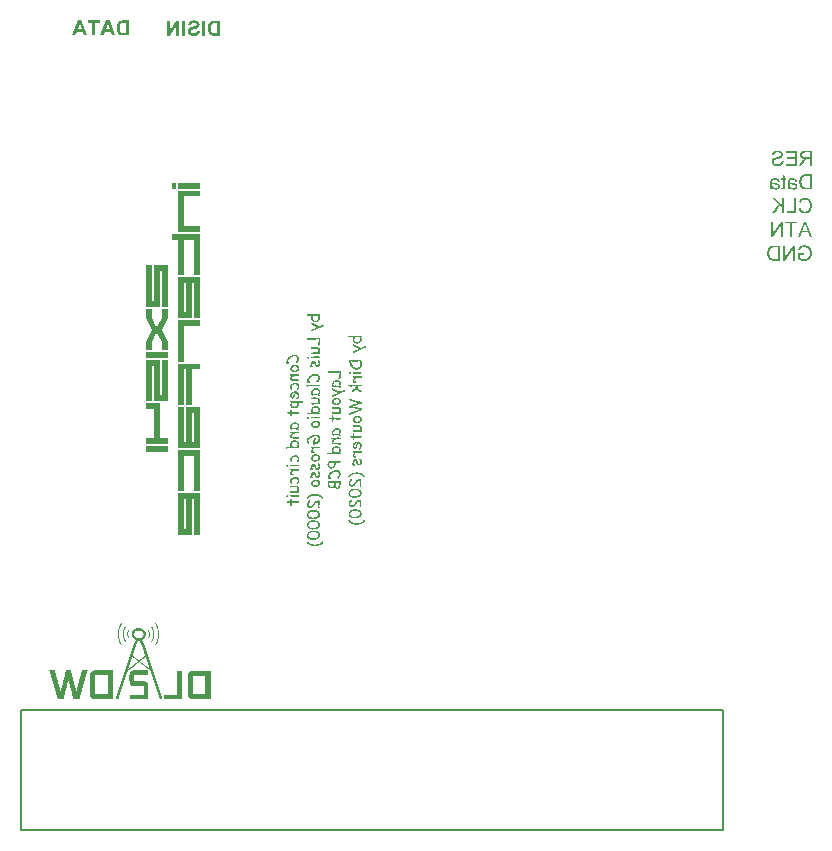
<source format=gbo>
G04*
G04 #@! TF.GenerationSoftware,Altium Limited,Altium Designer,20.2.5 (213)*
G04*
G04 Layer_Color=32896*
%FSLAX25Y25*%
%MOIN*%
G70*
G04*
G04 #@! TF.SameCoordinates,E836E871-874D-4870-97CC-98E8EA56924C*
G04*
G04*
G04 #@! TF.FilePolarity,Positive*
G04*
G01*
G75*
%ADD10C,0.00787*%
G36*
X33005Y66654D02*
X33066D01*
Y66592D01*
Y66531D01*
Y66470D01*
Y66409D01*
X33005D01*
X33005Y66347D01*
X33005Y66286D01*
X32944D01*
X32944Y66225D01*
X32883D01*
Y66164D01*
Y66102D01*
X32821D01*
Y66041D01*
X32821Y65980D01*
X32760D01*
Y65919D01*
X32699D01*
Y65857D01*
Y65796D01*
X32638D01*
Y65735D01*
Y65674D01*
X32576D01*
Y65612D01*
X32576Y65551D01*
X32515D01*
X32515Y65490D01*
Y65429D01*
X32454D01*
X32454Y65367D01*
X32454Y65306D01*
Y65245D01*
Y65184D01*
X32393D01*
Y65122D01*
X32393Y65061D01*
Y65000D01*
X32331D01*
Y64938D01*
X32331Y64877D01*
Y64816D01*
X32331Y64755D01*
X32270D01*
Y64693D01*
X32270Y64632D01*
Y64571D01*
X32209D01*
Y64510D01*
Y64448D01*
X32209Y64387D01*
X32209Y64326D01*
X32148D01*
X32148Y64265D01*
Y64203D01*
X32148Y64142D01*
Y64081D01*
X32086D01*
X32086Y64020D01*
Y63958D01*
Y63897D01*
Y63836D01*
Y63775D01*
X32086Y63713D01*
X32086Y63652D01*
Y63591D01*
X32025D01*
Y63529D01*
Y63468D01*
Y63407D01*
Y63346D01*
Y63284D01*
Y63223D01*
Y63162D01*
Y63101D01*
Y63039D01*
Y62978D01*
Y62917D01*
Y62856D01*
Y62794D01*
Y62733D01*
Y62672D01*
Y62611D01*
Y62549D01*
Y62488D01*
Y62427D01*
Y62366D01*
X32086D01*
Y62304D01*
Y62243D01*
Y62182D01*
Y62121D01*
Y62059D01*
Y61998D01*
Y61937D01*
X32148D01*
X32148Y61876D01*
X32148Y61814D01*
Y61753D01*
X32148Y61692D01*
X32148Y61631D01*
X32209D01*
Y61569D01*
Y61508D01*
Y61447D01*
Y61386D01*
Y61324D01*
X32270Y61324D01*
Y61263D01*
Y61202D01*
Y61141D01*
X32331D01*
Y61079D01*
Y61018D01*
Y60957D01*
Y60896D01*
X32393Y60896D01*
Y60834D01*
X32393Y60773D01*
X32454Y60773D01*
Y60712D01*
Y60650D01*
Y60589D01*
X32515D01*
Y60528D01*
Y60467D01*
Y60405D01*
Y60344D01*
X32576D01*
X32576Y60283D01*
X32638D01*
X32638Y60222D01*
Y60160D01*
X32699D01*
Y60099D01*
Y60038D01*
X32760D01*
Y59977D01*
X32821D01*
Y59915D01*
Y59854D01*
Y59793D01*
X32883D01*
Y59732D01*
X32944D01*
Y59670D01*
X33005D01*
Y59609D01*
Y59548D01*
X33066D01*
Y59487D01*
Y59425D01*
Y59364D01*
Y59303D01*
X33005D01*
Y59241D01*
X32944D01*
Y59180D01*
X32883D01*
Y59241D01*
X32760D01*
Y59303D01*
X32699D01*
Y59364D01*
Y59425D01*
X32638D01*
Y59487D01*
Y59548D01*
X32576D01*
Y59609D01*
X32515D01*
Y59670D01*
Y59732D01*
X32454D01*
Y59793D01*
Y59854D01*
X32393D01*
Y59915D01*
X32331D01*
Y59977D01*
Y60038D01*
Y60099D01*
X32270D01*
Y60160D01*
Y60222D01*
X32209D01*
Y60283D01*
Y60344D01*
X32148D01*
Y60405D01*
Y60467D01*
Y60528D01*
X32086D01*
X32086Y60589D01*
Y60650D01*
Y60712D01*
X32025D01*
Y60773D01*
Y60834D01*
Y60896D01*
X31964Y60896D01*
Y60957D01*
Y61018D01*
Y61079D01*
X31903D01*
Y61141D01*
Y61202D01*
Y61263D01*
Y61324D01*
Y61386D01*
X31841Y61386D01*
Y61447D01*
Y61508D01*
Y61569D01*
Y61631D01*
X31780D01*
Y61692D01*
Y61753D01*
Y61814D01*
Y61876D01*
Y61937D01*
Y61998D01*
Y62059D01*
X31719D01*
Y62121D01*
Y62182D01*
Y62243D01*
Y62304D01*
Y62366D01*
Y62427D01*
Y62488D01*
Y62549D01*
Y62611D01*
Y62672D01*
Y62733D01*
Y62794D01*
Y62856D01*
Y62917D01*
Y62978D01*
Y63039D01*
Y63101D01*
Y63162D01*
Y63223D01*
Y63284D01*
Y63346D01*
Y63407D01*
Y63468D01*
Y63529D01*
Y63591D01*
Y63652D01*
Y63713D01*
Y63775D01*
Y63836D01*
Y63897D01*
X31780D01*
Y63958D01*
Y64020D01*
X31780Y64081D01*
X31780Y64142D01*
Y64203D01*
Y64265D01*
X31841D01*
Y64326D01*
X31841Y64387D01*
X31841Y64448D01*
Y64510D01*
Y64571D01*
X31903D01*
Y64632D01*
Y64693D01*
Y64755D01*
Y64816D01*
X31964D01*
Y64877D01*
X31964Y64938D01*
Y65000D01*
X32025D01*
Y65061D01*
Y65122D01*
Y65184D01*
X32086D01*
Y65245D01*
Y65306D01*
X32086Y65367D01*
X32086Y65429D01*
X32148D01*
Y65490D01*
X32148Y65551D01*
X32209D01*
Y65612D01*
Y65674D01*
Y65735D01*
X32270D01*
Y65796D01*
X32270Y65857D01*
X32331Y65857D01*
Y65919D01*
Y65980D01*
X32393D01*
X32393Y66041D01*
Y66102D01*
X32454D01*
X32454Y66164D01*
Y66225D01*
X32515D01*
X32515Y66286D01*
Y66347D01*
X32576D01*
Y66409D01*
X32638D01*
Y66470D01*
Y66531D01*
X32699D01*
Y66592D01*
X32760D01*
Y66654D01*
X32821D01*
Y66715D01*
X33005Y66715D01*
X33005Y66654D01*
D02*
G37*
G36*
X34292Y65429D02*
X34353D01*
X34353Y65367D01*
X34353Y65306D01*
Y65245D01*
X34292D01*
Y65184D01*
Y65122D01*
X34230D01*
Y65061D01*
Y65000D01*
X34169D01*
Y64938D01*
X34108D01*
X34108Y64877D01*
X34108Y64816D01*
X34047Y64816D01*
Y64755D01*
Y64693D01*
X33985D01*
X33985Y64632D01*
Y64571D01*
X33985Y64510D01*
X33924D01*
Y64448D01*
Y64387D01*
X33863D01*
Y64326D01*
X33863Y64265D01*
Y64203D01*
X33802D01*
Y64142D01*
X33801Y64081D01*
X33802Y64020D01*
Y63958D01*
X33740D01*
Y63897D01*
Y63836D01*
Y63775D01*
X33740Y63713D01*
X33740Y63652D01*
X33679D01*
Y63591D01*
Y63529D01*
Y63468D01*
X33679Y63407D01*
Y63346D01*
X33679Y63284D01*
Y63223D01*
Y63162D01*
X33679Y63101D01*
Y63039D01*
X33679Y62978D01*
Y62917D01*
Y62856D01*
Y62794D01*
Y62733D01*
Y62672D01*
Y62611D01*
Y62549D01*
Y62488D01*
Y62427D01*
Y62366D01*
Y62304D01*
X33740D01*
Y62243D01*
Y62182D01*
Y62121D01*
Y62059D01*
Y61998D01*
Y61937D01*
X33802D01*
Y61876D01*
X33801Y61814D01*
Y61753D01*
X33863D01*
Y61692D01*
Y61631D01*
Y61569D01*
X33924Y61569D01*
Y61508D01*
Y61447D01*
Y61386D01*
X33985Y61386D01*
Y61324D01*
Y61263D01*
X34047D01*
Y61202D01*
Y61141D01*
X34108D01*
Y61079D01*
Y61018D01*
X34169Y61018D01*
Y60957D01*
Y60896D01*
X34230Y60896D01*
Y60834D01*
X34292Y60834D01*
Y60773D01*
Y60712D01*
X34353D01*
Y60650D01*
Y60589D01*
X34353Y60528D01*
X34353Y60467D01*
X34292D01*
Y60405D01*
X34047D01*
Y60467D01*
Y60528D01*
X33985D01*
X33985Y60589D01*
X33924D01*
Y60650D01*
Y60712D01*
X33863D01*
Y60773D01*
X33801D01*
X33802Y60834D01*
Y60896D01*
X33740D01*
Y60957D01*
Y61018D01*
X33679D01*
Y61079D01*
Y61141D01*
Y61202D01*
X33618D01*
Y61263D01*
Y61324D01*
Y61386D01*
X33557Y61386D01*
Y61447D01*
Y61508D01*
Y61569D01*
X33495D01*
Y61631D01*
Y61692D01*
Y61753D01*
Y61814D01*
X33434D01*
X33434Y61876D01*
Y61937D01*
Y61998D01*
Y62059D01*
Y62121D01*
X33373D01*
Y62182D01*
Y62243D01*
Y62304D01*
Y62366D01*
Y62427D01*
Y62488D01*
Y62549D01*
X33312D01*
Y62611D01*
Y62672D01*
Y62733D01*
Y62794D01*
Y62856D01*
Y62917D01*
Y62978D01*
X33312Y63039D01*
Y63101D01*
X33312Y63162D01*
Y63223D01*
Y63284D01*
X33312Y63346D01*
Y63407D01*
X33373D01*
X33373Y63468D01*
Y63529D01*
Y63591D01*
Y63652D01*
X33373Y63713D01*
X33373Y63775D01*
Y63836D01*
X33434D01*
Y63897D01*
Y63958D01*
Y64020D01*
X33434Y64081D01*
X33434Y64142D01*
X33495D01*
X33495Y64203D01*
Y64265D01*
X33495Y64326D01*
Y64387D01*
X33557D01*
Y64448D01*
Y64510D01*
X33557Y64571D01*
X33618D01*
Y64632D01*
X33618Y64693D01*
Y64755D01*
X33679D01*
X33679Y64816D01*
Y64877D01*
X33740D01*
Y64938D01*
X33740Y65000D01*
X33801D01*
Y65061D01*
X33802Y65122D01*
Y65184D01*
X33863D01*
Y65245D01*
X33924D01*
Y65306D01*
X33985D01*
X33985Y65367D01*
X33985Y65429D01*
X34047D01*
Y65490D01*
X34292D01*
Y65429D01*
D02*
G37*
G36*
X41949Y64265D02*
X42010D01*
Y64203D01*
X42071D01*
Y64142D01*
Y64081D01*
X42133D01*
Y64020D01*
Y63958D01*
X42194D01*
Y63897D01*
Y63836D01*
Y63775D01*
X42255D01*
Y63713D01*
Y63652D01*
Y63591D01*
X42316D01*
X42316Y63529D01*
X42316Y63468D01*
X42316Y63407D01*
Y63346D01*
Y63284D01*
X42378D01*
Y63223D01*
Y63162D01*
Y63101D01*
Y63039D01*
Y62978D01*
Y62917D01*
Y62856D01*
Y62794D01*
Y62733D01*
X42316D01*
Y62672D01*
Y62611D01*
Y62549D01*
Y62488D01*
Y62427D01*
Y62366D01*
X42255Y62366D01*
Y62304D01*
Y62243D01*
Y62182D01*
Y62121D01*
X42194D01*
Y62059D01*
Y61998D01*
X42133D01*
Y61937D01*
Y61876D01*
X42071D01*
Y61814D01*
Y61753D01*
X42010D01*
Y61692D01*
Y61631D01*
X41949D01*
Y61569D01*
X41765D01*
Y61631D01*
X41704D01*
Y61692D01*
Y61753D01*
X41642D01*
Y61814D01*
X41704D01*
Y61876D01*
Y61937D01*
X41765D01*
Y61998D01*
Y62059D01*
X41826D01*
Y62121D01*
Y62182D01*
X41888Y62182D01*
Y62243D01*
Y62304D01*
X41949D01*
Y62366D01*
Y62427D01*
Y62488D01*
X42010D01*
Y62549D01*
Y62611D01*
Y62672D01*
Y62733D01*
Y62794D01*
Y62856D01*
Y62917D01*
Y62978D01*
Y63039D01*
Y63101D01*
Y63162D01*
Y63223D01*
Y63284D01*
Y63346D01*
Y63407D01*
X41949D01*
Y63468D01*
Y63529D01*
Y63591D01*
Y63652D01*
X41888D01*
Y63713D01*
Y63775D01*
X41826D01*
Y63836D01*
Y63897D01*
X41765D01*
Y63958D01*
Y64020D01*
X41704D01*
Y64081D01*
Y64142D01*
X41704Y64203D01*
X41704Y64265D01*
X41765Y64265D01*
Y64326D01*
X41949D01*
Y64265D01*
D02*
G37*
G36*
X35456D02*
Y64203D01*
X35517D01*
X35517Y64142D01*
Y64081D01*
Y64020D01*
X35456D01*
Y63958D01*
X35394D01*
Y63897D01*
X35333D01*
Y63836D01*
Y63775D01*
X35272D01*
Y63713D01*
Y63652D01*
X35210D01*
Y63591D01*
Y63529D01*
Y63468D01*
Y63407D01*
X35149D01*
Y63346D01*
Y63284D01*
Y63223D01*
Y63162D01*
Y63101D01*
Y63039D01*
Y62978D01*
Y62917D01*
Y62856D01*
Y62794D01*
Y62733D01*
Y62672D01*
Y62611D01*
Y62549D01*
X35210D01*
Y62488D01*
Y62427D01*
Y62366D01*
Y62304D01*
X35272D01*
Y62243D01*
Y62182D01*
X35333Y62182D01*
Y62121D01*
Y62059D01*
X35394D01*
Y61998D01*
Y61937D01*
X35456D01*
Y61876D01*
X35517Y61876D01*
Y61814D01*
Y61753D01*
Y61692D01*
X35456Y61692D01*
Y61631D01*
X35394D01*
Y61569D01*
X35210D01*
Y61631D01*
X35149D01*
Y61692D01*
Y61753D01*
X35088D01*
Y61814D01*
Y61876D01*
X35027D01*
Y61937D01*
X34966D01*
Y61998D01*
Y62059D01*
Y62121D01*
X34904D01*
Y62182D01*
Y62243D01*
Y62304D01*
X34843D01*
Y62366D01*
Y62427D01*
Y62488D01*
Y62549D01*
Y62611D01*
Y62672D01*
Y62733D01*
Y62794D01*
Y62856D01*
Y62917D01*
Y62978D01*
Y63039D01*
Y63101D01*
Y63162D01*
Y63223D01*
X34782Y63223D01*
Y63284D01*
X34843D01*
Y63346D01*
Y63407D01*
X34843Y63468D01*
X34843Y63529D01*
Y63591D01*
X34904Y63591D01*
X34904Y63652D01*
Y63713D01*
Y63775D01*
X34966D01*
Y63836D01*
Y63897D01*
X35027D01*
Y63958D01*
Y64020D01*
X35027Y64081D01*
X35088D01*
Y64142D01*
Y64203D01*
X35149D01*
X35149Y64265D01*
X35210Y64265D01*
Y64326D01*
X35456D01*
Y64265D01*
D02*
G37*
G36*
X43113Y65429D02*
Y65367D01*
X43174D01*
X43174Y65306D01*
X43235D01*
Y65245D01*
Y65184D01*
X43297D01*
Y65122D01*
Y65061D01*
X43358D01*
Y65000D01*
X43358Y64938D01*
X43419D01*
Y64877D01*
Y64816D01*
X43480D01*
Y64755D01*
Y64693D01*
Y64632D01*
Y64571D01*
X43541D01*
X43541Y64510D01*
X43541Y64448D01*
X43603D01*
Y64387D01*
Y64326D01*
Y64265D01*
X43664D01*
Y64203D01*
Y64142D01*
Y64081D01*
Y64020D01*
Y63958D01*
X43725D01*
Y63897D01*
X43725Y63836D01*
X43725Y63775D01*
Y63713D01*
Y63652D01*
X43786D01*
Y63591D01*
Y63529D01*
Y63468D01*
Y63407D01*
Y63346D01*
Y63284D01*
Y63223D01*
Y63162D01*
Y63101D01*
Y63039D01*
Y62978D01*
Y62917D01*
Y62856D01*
Y62794D01*
Y62733D01*
Y62672D01*
Y62611D01*
Y62549D01*
Y62488D01*
Y62427D01*
Y62366D01*
Y62304D01*
X43725D01*
Y62243D01*
Y62182D01*
Y62121D01*
Y62059D01*
Y61998D01*
Y61937D01*
X43664D01*
Y61876D01*
Y61814D01*
Y61753D01*
Y61692D01*
X43603D01*
Y61631D01*
Y61569D01*
Y61508D01*
X43541Y61508D01*
Y61447D01*
Y61386D01*
Y61324D01*
Y61263D01*
X43480D01*
Y61202D01*
Y61141D01*
Y61079D01*
X43419D01*
Y61018D01*
Y60957D01*
X43358D01*
Y60896D01*
Y60834D01*
X43297D01*
Y60773D01*
Y60712D01*
X43235D01*
Y60650D01*
X43174D01*
Y60589D01*
X43174Y60528D01*
X43113D01*
Y60467D01*
X43051D01*
Y60405D01*
X42868D01*
Y60467D01*
X42806D01*
X42806Y60528D01*
X42806Y60589D01*
Y60650D01*
Y60712D01*
X42868D01*
Y60773D01*
Y60834D01*
X42929D01*
Y60896D01*
Y60957D01*
X42990D01*
Y61018D01*
X43051Y61018D01*
Y61079D01*
Y61141D01*
X43113D01*
Y61202D01*
Y61263D01*
X43174D01*
Y61324D01*
Y61386D01*
Y61447D01*
X43235D01*
Y61508D01*
Y61569D01*
Y61631D01*
X43297D01*
Y61692D01*
Y61753D01*
Y61814D01*
X43358Y61814D01*
Y61876D01*
Y61937D01*
Y61998D01*
Y62059D01*
Y62121D01*
X43419D01*
Y62182D01*
Y62243D01*
Y62304D01*
Y62366D01*
Y62427D01*
Y62488D01*
Y62549D01*
X43480D01*
Y62611D01*
Y62672D01*
Y62733D01*
Y62794D01*
Y62856D01*
Y62917D01*
Y62978D01*
Y63039D01*
Y63101D01*
Y63162D01*
Y63223D01*
Y63284D01*
Y63346D01*
Y63407D01*
Y63468D01*
X43419D01*
Y63529D01*
Y63591D01*
Y63652D01*
Y63713D01*
Y63775D01*
Y63836D01*
X43358D01*
Y63897D01*
Y63958D01*
Y64020D01*
X43358Y64081D01*
X43358Y64142D01*
X43297D01*
Y64203D01*
Y64265D01*
X43235D01*
Y64326D01*
Y64387D01*
Y64448D01*
X43174D01*
X43174Y64510D01*
X43174Y64571D01*
Y64632D01*
X43113D01*
Y64693D01*
Y64755D01*
X43051D01*
X43051Y64816D01*
Y64877D01*
X42990D01*
Y64938D01*
Y65000D01*
X42929Y65000D01*
X42929Y65061D01*
X42868D01*
Y65122D01*
Y65184D01*
X42806D01*
Y65245D01*
Y65306D01*
X42806Y65367D01*
X42806Y65429D01*
Y65490D01*
X43113D01*
Y65429D01*
D02*
G37*
G36*
X39254Y64938D02*
X39498D01*
Y64877D01*
X39682D01*
Y64816D01*
X39805D01*
X39805Y64755D01*
X39927D01*
Y64693D01*
X39989D01*
Y64632D01*
X40111D01*
Y64571D01*
X40172D01*
Y64510D01*
X40295Y64510D01*
Y64448D01*
X40356D01*
Y64387D01*
X40417D01*
Y64326D01*
X40479D01*
Y64265D01*
X40540D01*
Y64203D01*
Y64142D01*
X40601D01*
X40601Y64081D01*
X40662D01*
Y64020D01*
X40724D01*
Y63958D01*
Y63897D01*
X40785D01*
Y63836D01*
X40846D01*
Y63775D01*
Y63713D01*
X40907Y63713D01*
X40907Y63652D01*
X40846D01*
Y63591D01*
X40907D01*
Y63529D01*
Y63468D01*
Y63407D01*
X40969Y63407D01*
Y63346D01*
Y63284D01*
Y63223D01*
Y63162D01*
X41030D01*
Y63101D01*
Y63039D01*
Y62978D01*
Y62917D01*
Y62856D01*
Y62794D01*
X40969D01*
Y62733D01*
Y62672D01*
Y62611D01*
Y62549D01*
Y62488D01*
X40907D01*
Y62427D01*
Y62366D01*
Y62304D01*
Y62243D01*
X40846D01*
Y62182D01*
Y62121D01*
Y62059D01*
X40785D01*
Y61998D01*
X40724Y61998D01*
Y61937D01*
Y61876D01*
X40662D01*
Y61814D01*
Y61753D01*
X40540Y61753D01*
Y61692D01*
Y61631D01*
X40479D01*
Y61569D01*
X40417Y61569D01*
Y61508D01*
X40356D01*
Y61447D01*
X40295D01*
Y61386D01*
X40172Y61386D01*
Y61324D01*
X40111D01*
Y61263D01*
X40050D01*
Y61202D01*
X39927Y61202D01*
Y61141D01*
X39805D01*
Y61079D01*
X39744D01*
X39744Y61018D01*
X39744Y60957D01*
Y60896D01*
X39805Y60896D01*
Y60834D01*
X39866D01*
X39866Y60773D01*
Y60712D01*
X39927D01*
Y60650D01*
X39989D01*
Y60589D01*
Y60528D01*
X40050D01*
Y60467D01*
Y60405D01*
X40111D01*
Y60344D01*
Y60283D01*
X40172D01*
Y60222D01*
X40234D01*
Y60160D01*
Y60099D01*
Y60038D01*
X40295D01*
Y59977D01*
Y59915D01*
X40356D01*
Y59854D01*
Y59793D01*
X40417D01*
Y59732D01*
Y59670D01*
Y59609D01*
X40479D01*
Y59548D01*
Y59487D01*
Y59425D01*
X40540D01*
Y59364D01*
Y59303D01*
X40601D01*
Y59241D01*
X40601Y59180D01*
X40601Y59119D01*
X40662D01*
Y59058D01*
Y58996D01*
Y58935D01*
X40724D01*
Y58874D01*
Y58813D01*
Y58751D01*
X40785D01*
Y58690D01*
Y58629D01*
Y58568D01*
X40846Y58568D01*
Y58506D01*
Y58445D01*
Y58384D01*
X40907D01*
Y58323D01*
Y58261D01*
Y58200D01*
Y58139D01*
X40969D01*
Y58078D01*
Y58016D01*
Y57955D01*
X41030D01*
Y57894D01*
Y57833D01*
Y57771D01*
X41091D01*
Y57710D01*
X41091Y57649D01*
X41091Y57588D01*
X41153D01*
Y57526D01*
Y57465D01*
X41214D01*
Y57404D01*
Y57342D01*
Y57281D01*
X41275D01*
Y57220D01*
Y57159D01*
Y57098D01*
X41336D01*
Y57036D01*
Y56975D01*
Y56914D01*
X41398D01*
Y56853D01*
Y56791D01*
Y56730D01*
Y56669D01*
X41459Y56669D01*
Y56607D01*
Y56546D01*
Y56485D01*
X41520D01*
Y56424D01*
Y56362D01*
Y56301D01*
X41581D01*
Y56240D01*
Y56179D01*
Y56117D01*
X41642D01*
Y56056D01*
Y55995D01*
X41704D01*
Y55934D01*
Y55872D01*
Y55811D01*
X41765Y55811D01*
Y55750D01*
Y55689D01*
Y55627D01*
X41826D01*
Y55566D01*
Y55505D01*
Y55444D01*
X41888D01*
Y55382D01*
Y55321D01*
Y55260D01*
X41949Y55260D01*
Y55199D01*
Y55137D01*
Y55076D01*
Y55015D01*
X42010D01*
Y54953D01*
Y54892D01*
Y54831D01*
X42071D01*
Y54770D01*
Y54708D01*
Y54647D01*
X42133D01*
Y54586D01*
Y54525D01*
Y54463D01*
X42194D01*
Y54402D01*
X42194Y54341D01*
X42255D01*
Y54280D01*
Y54218D01*
Y54157D01*
X42316D01*
Y54096D01*
Y54035D01*
Y53973D01*
X42378D01*
Y53912D01*
Y53851D01*
Y53790D01*
X42439D01*
Y53728D01*
Y53667D01*
Y53606D01*
Y53545D01*
X42500D01*
Y53483D01*
Y53422D01*
X42500Y53361D01*
X42561D01*
X42561Y53299D01*
X42561Y53238D01*
X42561Y53177D01*
X42623D01*
Y53116D01*
Y53054D01*
Y52993D01*
X42684D01*
Y52932D01*
X42684Y52871D01*
Y52810D01*
X42745D01*
Y52748D01*
Y52687D01*
X42806D01*
X42806Y52626D01*
X42806Y52565D01*
Y52503D01*
X42868D01*
Y52442D01*
Y52381D01*
Y52319D01*
X42929Y52319D01*
Y52258D01*
Y52197D01*
Y52136D01*
X42990D01*
Y52074D01*
Y52013D01*
Y51952D01*
Y51891D01*
X43051D01*
Y51829D01*
Y51768D01*
X43051Y51707D01*
X43113D01*
Y51646D01*
Y51584D01*
Y51523D01*
X43174D01*
Y51462D01*
Y51401D01*
Y51339D01*
X43235Y51339D01*
Y51278D01*
Y51217D01*
X43297D01*
Y51156D01*
Y51094D01*
Y51033D01*
X43358Y51033D01*
X43358Y50972D01*
X43358Y50911D01*
Y50849D01*
X43419D01*
Y50788D01*
Y50727D01*
Y50665D01*
X43480D01*
Y50604D01*
Y50543D01*
Y50482D01*
Y50420D01*
X43541Y50420D01*
Y50359D01*
Y50298D01*
Y50237D01*
X43603D01*
Y50175D01*
Y50114D01*
Y50053D01*
X43664D01*
Y49992D01*
Y49930D01*
X43725Y49930D01*
Y49869D01*
Y49808D01*
Y49747D01*
Y49685D01*
X43786D01*
Y49624D01*
Y49563D01*
Y49502D01*
X43848D01*
Y49440D01*
X43848Y49379D01*
X43848Y49318D01*
X43909D01*
X43909Y49257D01*
X43909Y49195D01*
X43909Y49134D01*
X43970D01*
Y49073D01*
Y49011D01*
Y48950D01*
Y48889D01*
X44032D01*
X44032Y48828D01*
Y48766D01*
Y48705D01*
X44093D01*
Y48644D01*
X44093Y48583D01*
X44154D01*
Y48522D01*
Y48460D01*
X44154Y48399D01*
X44215D01*
X44215Y48338D01*
Y48276D01*
Y48215D01*
X44277D01*
Y48154D01*
Y48093D01*
Y48031D01*
X44338D01*
Y47970D01*
Y47909D01*
Y47848D01*
X44399D01*
X44399Y47786D01*
X44399Y47725D01*
Y47664D01*
X44460D01*
Y47603D01*
Y47541D01*
Y47480D01*
X44522D01*
X44522Y47419D01*
X44522Y47358D01*
X44583D01*
X44583Y47296D01*
X44583Y47235D01*
Y47174D01*
X44644D01*
Y47113D01*
Y47051D01*
Y46990D01*
X44705D01*
X44705Y46929D01*
X44705Y46867D01*
Y46806D01*
X44767D01*
Y46745D01*
Y46684D01*
Y46622D01*
X44828D01*
Y46561D01*
Y46500D01*
Y46439D01*
X44889D01*
Y46378D01*
Y46316D01*
X44889Y46255D01*
X44950D01*
X44950Y46194D01*
Y46132D01*
Y46071D01*
X45012D01*
Y46010D01*
Y45949D01*
Y45887D01*
X45073D01*
Y45826D01*
X45012D01*
Y45765D01*
X45073Y45765D01*
Y45704D01*
Y45642D01*
Y45581D01*
X45134D01*
Y45520D01*
X45134Y45459D01*
X45195D01*
Y45397D01*
Y45336D01*
Y45275D01*
X45257D01*
Y45214D01*
Y45152D01*
Y45091D01*
X45318D01*
Y45030D01*
Y44969D01*
Y44907D01*
X45379Y44907D01*
Y44846D01*
Y44785D01*
X45441Y44785D01*
Y44723D01*
Y44662D01*
Y44601D01*
X45502D01*
Y44540D01*
Y44478D01*
Y44417D01*
Y44356D01*
X45563D01*
Y44295D01*
Y44233D01*
Y44172D01*
Y44111D01*
X45624D01*
X45624Y44050D01*
Y43988D01*
Y43927D01*
X45685D01*
Y43866D01*
Y43805D01*
X45747D01*
Y43743D01*
Y43682D01*
Y43621D01*
X45808D01*
Y43560D01*
Y43498D01*
Y43437D01*
X45869D01*
Y43376D01*
Y43315D01*
Y43253D01*
X45930D01*
Y43192D01*
Y43131D01*
X45992D01*
Y43070D01*
Y43008D01*
Y42947D01*
X46053D01*
Y42886D01*
Y42825D01*
Y42763D01*
X46114D01*
Y42702D01*
X46053D01*
Y42641D01*
X46114D01*
X46114Y42579D01*
X46114Y42518D01*
Y42457D01*
X46176D01*
Y42396D01*
Y42334D01*
X46237D01*
Y42273D01*
Y42212D01*
Y42151D01*
X46298D01*
Y42089D01*
Y42028D01*
Y41967D01*
X46359D01*
Y41906D01*
Y41844D01*
Y41783D01*
X46421D01*
Y41722D01*
Y41661D01*
X46482D01*
X46482Y41599D01*
X46482Y41538D01*
X46482Y41477D01*
X46543D01*
Y41416D01*
Y41354D01*
Y41293D01*
X45624D01*
X45624Y41354D01*
X45624Y41416D01*
X45563D01*
Y41477D01*
Y41538D01*
Y41599D01*
X45502D01*
Y41661D01*
Y41722D01*
Y41783D01*
Y41844D01*
X45441D01*
Y41906D01*
Y41967D01*
Y42028D01*
X45379D01*
Y42089D01*
Y42151D01*
X45318D01*
Y42212D01*
Y42273D01*
Y42334D01*
X45257D01*
X45257Y42396D01*
X45257Y42457D01*
Y42518D01*
Y42579D01*
Y42641D01*
X45195D01*
X45195Y42702D01*
Y42763D01*
X45195Y42825D01*
X45134D01*
Y42886D01*
Y42947D01*
X45134Y43008D01*
X45073D01*
Y43070D01*
Y43131D01*
X45012D01*
Y43192D01*
Y43253D01*
Y43315D01*
X44950D01*
Y43376D01*
X44950Y43437D01*
Y43498D01*
X44889D01*
Y43560D01*
Y43621D01*
Y43682D01*
X44828D01*
Y43743D01*
Y43805D01*
Y43866D01*
X44767D01*
Y43927D01*
Y43988D01*
Y44050D01*
Y44111D01*
X44705D01*
X44705Y44172D01*
Y44233D01*
Y44295D01*
X44644D01*
Y44356D01*
Y44417D01*
Y44478D01*
X44583D01*
Y44540D01*
Y44601D01*
Y44662D01*
X44522D01*
Y44723D01*
X44522Y44785D01*
X44460D01*
X44460Y44846D01*
X44460Y44907D01*
X44460Y44969D01*
X44399D01*
Y45030D01*
Y45091D01*
Y45152D01*
X44338Y45152D01*
Y45214D01*
X44338Y45275D01*
Y45336D01*
X44277D01*
Y45397D01*
Y45459D01*
X44215D01*
X44215Y45520D01*
X44277D01*
Y45581D01*
X44215Y45581D01*
Y45642D01*
Y45704D01*
X44215Y45765D01*
X44154D01*
X44154Y45826D01*
Y45887D01*
Y45949D01*
X44093Y45949D01*
Y46010D01*
Y46071D01*
Y46132D01*
X44032D01*
Y46194D01*
X44032Y46255D01*
X43970D01*
Y46316D01*
Y46378D01*
Y46439D01*
X43909D01*
Y46500D01*
Y46561D01*
X43909Y46622D01*
X43848D01*
Y46684D01*
X43848Y46745D01*
Y46806D01*
X43786D01*
Y46867D01*
Y46929D01*
Y46990D01*
X43725D01*
Y47051D01*
Y47113D01*
Y47174D01*
X43664D01*
Y47235D01*
Y47296D01*
Y47358D01*
Y47419D01*
X43603D01*
Y47480D01*
Y47541D01*
Y47603D01*
X43541D01*
Y47664D01*
Y47725D01*
X43541Y47786D01*
X43480D01*
Y47848D01*
Y47909D01*
X43419D01*
Y47970D01*
Y48031D01*
Y48093D01*
X43358D01*
Y48154D01*
Y48215D01*
Y48276D01*
X43297D01*
Y48338D01*
Y48399D01*
Y48460D01*
X43235D01*
Y48522D01*
Y48583D01*
Y48644D01*
X43174D01*
Y48705D01*
X43174Y48766D01*
X43174Y48828D01*
Y48889D01*
X43113D01*
Y48950D01*
Y49011D01*
Y49073D01*
X43051D01*
Y49134D01*
Y49195D01*
Y49257D01*
X42990Y49257D01*
Y49318D01*
Y49379D01*
Y49440D01*
X42929D01*
Y49502D01*
Y49563D01*
Y49624D01*
X42868Y49624D01*
Y49685D01*
Y49747D01*
Y49808D01*
X42806D01*
X42806Y49869D01*
Y49930D01*
Y49992D01*
X42745Y49992D01*
Y50053D01*
Y50114D01*
X42684Y50114D01*
Y50175D01*
Y50237D01*
Y50298D01*
X42623Y50298D01*
Y50359D01*
Y50420D01*
Y50482D01*
Y50543D01*
X42561D01*
Y50604D01*
Y50665D01*
X42500D01*
Y50727D01*
X42439Y50727D01*
Y50788D01*
Y50849D01*
X42378Y50849D01*
Y50911D01*
X42316Y50911D01*
Y50972D01*
X42194Y50972D01*
Y51033D01*
X42071Y51033D01*
Y51094D01*
X42010D01*
Y51156D01*
X41949D01*
Y51217D01*
X41888D01*
Y51278D01*
X41826Y51278D01*
Y51339D01*
X41704D01*
Y51401D01*
X41642D01*
Y51462D01*
X41581D01*
Y51523D01*
X41520D01*
Y51584D01*
X41398Y51584D01*
Y51646D01*
X41336D01*
Y51707D01*
X41275Y51707D01*
Y51768D01*
X41214D01*
Y51829D01*
X41091Y51829D01*
Y51891D01*
X41030D01*
Y51952D01*
X40969D01*
Y52013D01*
X40846D01*
Y52074D01*
X40785D01*
Y52136D01*
X40724Y52136D01*
Y52197D01*
X40601D01*
Y52258D01*
X40540D01*
Y52319D01*
X40479Y52319D01*
Y52381D01*
X40356D01*
Y52442D01*
X40295D01*
Y52503D01*
X40234D01*
Y52565D01*
X40111D01*
Y52626D01*
X40050D01*
Y52687D01*
X39989D01*
Y52748D01*
X39866D01*
X39866Y52810D01*
X39805D01*
Y52871D01*
X39744D01*
X39744Y52932D01*
X39621D01*
Y52993D01*
X39560D01*
X39560Y53054D01*
X39498D01*
Y53116D01*
X39437D01*
X39437Y53177D01*
X39315D01*
Y53238D01*
X39254D01*
Y53299D01*
X39192D01*
X39192Y53361D01*
X39131D01*
Y53422D01*
X39008D01*
X39009Y53483D01*
X38947D01*
Y53545D01*
X38886D01*
Y53606D01*
X38580D01*
Y53545D01*
X38518D01*
X38518Y53483D01*
X38457D01*
X38457Y53422D01*
X38396D01*
X38396Y53361D01*
X38273D01*
X38273Y53299D01*
X38212D01*
X38212Y53238D01*
X38151D01*
Y53177D01*
X38090D01*
Y53116D01*
X37967D01*
Y53054D01*
X37906D01*
Y52993D01*
X37844D01*
Y52932D01*
X37722D01*
Y52871D01*
X37661D01*
Y52810D01*
X37600D01*
Y52748D01*
X37538D01*
Y52687D01*
X37416D01*
Y52626D01*
X37354D01*
X37354Y52565D01*
X37293D01*
Y52503D01*
X37232D01*
Y52442D01*
X37171D01*
Y52381D01*
X37110D01*
Y52319D01*
X36987D01*
X36987Y52258D01*
X36926D01*
Y52197D01*
X36864D01*
Y52136D01*
X36742Y52136D01*
Y52074D01*
X36681D01*
Y52013D01*
X36619D01*
X36619Y51952D01*
X36558D01*
Y51891D01*
X36436D01*
Y51829D01*
X36374D01*
Y51768D01*
X36313D01*
Y51707D01*
X36252D01*
Y51646D01*
X36129D01*
Y51584D01*
X36068D01*
Y51523D01*
X36007D01*
Y51462D01*
X35946D01*
Y51401D01*
X35823D01*
Y51339D01*
X35762D01*
Y51278D01*
X35701D01*
Y51217D01*
X35639D01*
Y51156D01*
X35517Y51156D01*
Y51094D01*
X35456Y51094D01*
Y51033D01*
X35394D01*
Y50972D01*
X35272D01*
Y50911D01*
X35210D01*
Y50849D01*
X35149Y50849D01*
Y50788D01*
X35027Y50788D01*
Y50727D01*
X34966D01*
Y50665D01*
X34904Y50665D01*
Y50604D01*
Y50543D01*
X34843D01*
Y50482D01*
X34782Y50482D01*
Y50420D01*
Y50359D01*
X34720Y50359D01*
Y50298D01*
Y50237D01*
Y50175D01*
X34659D01*
Y50114D01*
Y50053D01*
Y49992D01*
X34598Y49992D01*
Y49930D01*
Y49869D01*
Y49808D01*
Y49747D01*
X34537D01*
Y49685D01*
Y49624D01*
Y49563D01*
X34475D01*
Y49502D01*
Y49440D01*
Y49379D01*
X34414D01*
Y49318D01*
Y49257D01*
Y49195D01*
X34353D01*
Y49134D01*
X34353Y49073D01*
X34353Y49011D01*
X34292Y49011D01*
Y48950D01*
Y48889D01*
X34230D01*
X34230Y48828D01*
Y48766D01*
Y48705D01*
X34169D01*
Y48644D01*
Y48583D01*
Y48522D01*
Y48460D01*
X34108D01*
Y48399D01*
Y48338D01*
X34108Y48276D01*
X34047D01*
Y48215D01*
Y48154D01*
Y48093D01*
Y48031D01*
X33985D01*
Y47970D01*
Y47909D01*
Y47848D01*
X33924D01*
Y47786D01*
Y47725D01*
X33863D01*
Y47664D01*
X33863Y47603D01*
Y47541D01*
X33802D01*
Y47480D01*
X33801Y47419D01*
X33802Y47358D01*
X33740D01*
Y47296D01*
Y47235D01*
X33740Y47174D01*
X33679D01*
X33679Y47113D01*
X33679Y47051D01*
X33679Y46990D01*
X33618D01*
Y46929D01*
Y46867D01*
X33618Y46806D01*
X33557D01*
Y46745D01*
X33557Y46684D01*
X33495D01*
Y46622D01*
X33557D01*
X33557Y46561D01*
X33495D01*
Y46500D01*
Y46439D01*
Y46378D01*
X33434D01*
Y46316D01*
Y46255D01*
X33373D01*
Y46194D01*
X33373Y46132D01*
Y46071D01*
X33312D01*
X33312Y46010D01*
Y45949D01*
Y45887D01*
X33250D01*
X33250Y45826D01*
Y45765D01*
Y45704D01*
X33189D01*
X33189Y45642D01*
X33189Y45581D01*
X33189Y45520D01*
X33128D01*
X33128Y45459D01*
Y45397D01*
Y45336D01*
X33066Y45336D01*
Y45275D01*
Y45214D01*
Y45152D01*
X33005Y45152D01*
X33005Y45091D01*
X33005Y45030D01*
Y44969D01*
X33005Y44907D01*
X32944D01*
Y44846D01*
Y44785D01*
X32944Y44723D01*
X32883D01*
Y44662D01*
Y44601D01*
X32821D01*
X32821Y44540D01*
Y44478D01*
Y44417D01*
X32760D01*
Y44356D01*
Y44295D01*
X32760Y44233D01*
X32699D01*
Y44172D01*
Y44111D01*
Y44050D01*
X32638D01*
X32638Y43988D01*
Y43927D01*
Y43866D01*
X32576D01*
Y43805D01*
X32576Y43743D01*
X32576Y43682D01*
X32515D01*
Y43621D01*
Y43560D01*
Y43498D01*
Y43437D01*
X32454D01*
Y43376D01*
Y43315D01*
X32454Y43253D01*
X32393D01*
Y43192D01*
X32393Y43131D01*
X32331D01*
X32331Y43070D01*
Y43008D01*
X32331Y42947D01*
X32270D01*
Y42886D01*
Y42825D01*
X32270Y42763D01*
Y42702D01*
X32209D01*
Y42641D01*
X32209Y42579D01*
X32148D01*
Y42518D01*
Y42457D01*
X32148Y42396D01*
X32086D01*
Y42334D01*
Y42273D01*
Y42212D01*
X32025D01*
Y42151D01*
Y42089D01*
Y42028D01*
X31964D01*
Y41967D01*
Y41906D01*
Y41844D01*
Y41783D01*
X31964Y41722D01*
X31903D01*
Y41661D01*
Y41599D01*
Y41538D01*
X31841D01*
X31841Y41477D01*
X31841Y41416D01*
X31780D01*
Y41354D01*
Y41293D01*
X30984D01*
X30984Y41354D01*
X30861D01*
Y41416D01*
X30922D01*
Y41477D01*
Y41538D01*
X30984D01*
Y41599D01*
Y41661D01*
X30984Y41722D01*
X31045D01*
Y41783D01*
Y41844D01*
Y41906D01*
X31106D01*
Y41967D01*
Y42028D01*
Y42089D01*
Y42151D01*
X31168D01*
Y42212D01*
Y42273D01*
Y42334D01*
X31229D01*
Y42396D01*
Y42457D01*
Y42518D01*
X31290D01*
Y42579D01*
Y42641D01*
X31290Y42702D01*
X31351D01*
Y42763D01*
Y42825D01*
Y42886D01*
X31413D01*
Y42947D01*
X31413Y43008D01*
Y43070D01*
X31474D01*
Y43131D01*
Y43192D01*
Y43253D01*
X31535D01*
Y43315D01*
Y43376D01*
X31596D01*
X31596Y43437D01*
Y43498D01*
Y43560D01*
X31657D01*
Y43621D01*
Y43682D01*
Y43743D01*
Y43805D01*
X31719D01*
Y43866D01*
Y43927D01*
Y43988D01*
X31780D01*
Y44050D01*
Y44111D01*
Y44172D01*
X31841D01*
Y44233D01*
Y44295D01*
Y44356D01*
X31903D01*
Y44417D01*
Y44478D01*
Y44540D01*
X31964D01*
Y44601D01*
Y44662D01*
Y44723D01*
X32025Y44723D01*
Y44785D01*
Y44846D01*
Y44907D01*
X32086Y44907D01*
Y44969D01*
Y45030D01*
Y45091D01*
X32148Y45091D01*
Y45152D01*
Y45214D01*
X32148Y45275D01*
X32209D01*
Y45336D01*
Y45397D01*
Y45459D01*
X32270Y45459D01*
X32270Y45520D01*
X32270Y45581D01*
Y45642D01*
X32331D01*
Y45704D01*
Y45765D01*
Y45826D01*
X32393D01*
Y45887D01*
Y45949D01*
Y46010D01*
X32454D01*
X32454Y46071D01*
Y46132D01*
X32454Y46194D01*
X32515D01*
X32515Y46255D01*
X32515Y46316D01*
Y46378D01*
X32576D01*
Y46439D01*
Y46500D01*
Y46561D01*
X32638D01*
X32638Y46622D01*
Y46684D01*
X32699D01*
Y46745D01*
Y46806D01*
Y46867D01*
Y46929D01*
Y46990D01*
X32760D01*
X32760Y47051D01*
X32760Y47113D01*
X32821D01*
X32821Y47174D01*
X32821Y47235D01*
Y47296D01*
X32883D01*
Y47358D01*
Y47419D01*
Y47480D01*
X32944D01*
X32944Y47541D01*
Y47603D01*
X32944Y47664D01*
X33005D01*
Y47725D01*
X33005Y47786D01*
X33005Y47848D01*
X33066D01*
Y47909D01*
Y47970D01*
Y48031D01*
X33128D01*
Y48093D01*
Y48154D01*
X33189D01*
Y48215D01*
X33189Y48276D01*
X33189Y48338D01*
X33250D01*
Y48399D01*
Y48460D01*
Y48522D01*
X33250Y48583D01*
X33312D01*
Y48644D01*
Y48705D01*
X33312Y48766D01*
X33373D01*
X33373Y48828D01*
Y48889D01*
Y48950D01*
X33434D01*
X33434Y49011D01*
Y49073D01*
X33434Y49134D01*
X33495Y49134D01*
Y49195D01*
X33495Y49257D01*
X33495Y49318D01*
X33557D01*
Y49379D01*
Y49440D01*
Y49502D01*
X33618D01*
Y49563D01*
Y49624D01*
Y49685D01*
X33679D01*
Y49747D01*
X33679Y49808D01*
X33740D01*
X33740Y49869D01*
Y49930D01*
Y49992D01*
X33740Y50053D01*
X33740Y50114D01*
X33802D01*
Y50175D01*
Y50237D01*
X33863Y50237D01*
X33863Y50298D01*
X33863Y50359D01*
Y50420D01*
X33924D01*
Y50482D01*
Y50543D01*
Y50604D01*
X33985D01*
Y50665D01*
Y50727D01*
Y50788D01*
X34047Y50788D01*
Y50849D01*
Y50911D01*
Y50972D01*
X34108D01*
Y51033D01*
Y51094D01*
Y51156D01*
X34169Y51156D01*
Y51217D01*
Y51278D01*
X34230D01*
Y51339D01*
Y51401D01*
X34230Y51462D01*
X34292D01*
Y51523D01*
Y51584D01*
Y51646D01*
Y51707D01*
Y51768D01*
X34353D01*
Y51829D01*
Y51891D01*
X34414D01*
Y51952D01*
Y52013D01*
Y52074D01*
X34475D01*
Y52136D01*
Y52197D01*
Y52258D01*
X34537D01*
Y52319D01*
Y52381D01*
Y52442D01*
X34598D01*
Y52503D01*
Y52565D01*
Y52626D01*
X34659D01*
X34659Y52687D01*
Y52748D01*
Y52810D01*
X34720D01*
Y52871D01*
Y52932D01*
X34782D01*
Y52993D01*
Y53054D01*
Y53116D01*
Y53177D01*
Y53238D01*
X34843D01*
Y53299D01*
Y53361D01*
X34904D01*
Y53422D01*
X34904Y53483D01*
X34904Y53545D01*
X34966D01*
Y53606D01*
Y53667D01*
Y53728D01*
X35027D01*
Y53790D01*
Y53851D01*
Y53912D01*
X35088D01*
Y53973D01*
Y54035D01*
Y54096D01*
X35149D01*
Y54157D01*
Y54218D01*
Y54280D01*
X35210D01*
Y54341D01*
Y54402D01*
Y54463D01*
X35272D01*
Y54525D01*
Y54586D01*
X35333Y54586D01*
Y54647D01*
Y54708D01*
Y54770D01*
Y54831D01*
Y54892D01*
X35394D01*
Y54953D01*
Y55015D01*
X35456D01*
Y55076D01*
Y55137D01*
Y55199D01*
X35517D01*
Y55260D01*
Y55321D01*
Y55382D01*
X35578D01*
Y55444D01*
Y55505D01*
Y55566D01*
Y55627D01*
X35639Y55627D01*
Y55689D01*
Y55750D01*
X35701D01*
Y55811D01*
Y55872D01*
Y55934D01*
X35762D01*
Y55995D01*
Y56056D01*
Y56117D01*
X35823D01*
Y56179D01*
Y56240D01*
Y56301D01*
Y56362D01*
X35884D01*
Y56424D01*
Y56485D01*
Y56546D01*
X35946D01*
Y56607D01*
Y56669D01*
Y56730D01*
X36007D01*
Y56791D01*
Y56853D01*
Y56914D01*
X36068D01*
Y56975D01*
Y57036D01*
X36129D01*
Y57098D01*
Y57159D01*
Y57220D01*
X36191D01*
Y57281D01*
Y57342D01*
Y57404D01*
X36252D01*
Y57465D01*
Y57526D01*
Y57588D01*
X36313D01*
Y57649D01*
Y57710D01*
X36313Y57771D01*
X36374D01*
Y57833D01*
Y57894D01*
Y57955D01*
Y58016D01*
X36436D01*
Y58078D01*
Y58139D01*
Y58200D01*
X36497D01*
Y58261D01*
X36497Y58323D01*
X36497Y58384D01*
X36558Y58384D01*
Y58445D01*
Y58506D01*
Y58568D01*
X36619D01*
X36619Y58629D01*
Y58690D01*
X36681D01*
Y58751D01*
Y58813D01*
Y58874D01*
Y58935D01*
X36742D01*
X36742Y58996D01*
Y59058D01*
X36742Y59119D01*
X36803D01*
Y59180D01*
Y59241D01*
X36864D01*
Y59303D01*
X36864Y59364D01*
X36864Y59425D01*
X36926D01*
Y59487D01*
Y59548D01*
Y59609D01*
X36987D01*
Y59670D01*
Y59732D01*
X37048D01*
Y59793D01*
Y59854D01*
X37110D01*
Y59915D01*
Y59977D01*
Y60038D01*
X37171D01*
Y60099D01*
Y60160D01*
X37232D01*
X37232Y60222D01*
Y60283D01*
X37293D01*
Y60344D01*
Y60405D01*
X37354D01*
Y60467D01*
Y60528D01*
X37416Y60528D01*
Y60589D01*
Y60650D01*
X37477Y60650D01*
Y60712D01*
X37538D01*
Y60773D01*
Y60834D01*
X37600D01*
Y60896D01*
X37661D01*
Y60957D01*
Y61018D01*
Y61079D01*
X37538D01*
Y61141D01*
X37416D01*
Y61202D01*
X37293D01*
Y61263D01*
X37232D01*
Y61324D01*
X37110Y61324D01*
Y61386D01*
X37048D01*
Y61447D01*
X36987D01*
Y61508D01*
X36926Y61508D01*
Y61569D01*
X36864Y61569D01*
Y61631D01*
X36803D01*
Y61692D01*
X36742Y61692D01*
Y61753D01*
X36681D01*
Y61814D01*
X36619Y61814D01*
Y61876D01*
Y61937D01*
X36558D01*
Y61998D01*
X36497Y61998D01*
Y62059D01*
Y62121D01*
X36436D01*
Y62182D01*
Y62243D01*
Y62304D01*
X36374D01*
Y62366D01*
Y62427D01*
Y62488D01*
Y62549D01*
X36313Y62549D01*
Y62611D01*
Y62672D01*
Y62733D01*
Y62794D01*
Y62856D01*
Y62917D01*
Y62978D01*
Y63039D01*
Y63101D01*
Y63162D01*
Y63223D01*
Y63284D01*
X36313Y63346D01*
X36374D01*
Y63407D01*
Y63468D01*
Y63529D01*
Y63591D01*
X36436D01*
Y63652D01*
Y63713D01*
Y63775D01*
X36497D01*
X36497Y63836D01*
X36497Y63897D01*
X36558D01*
Y63958D01*
X36619D01*
Y64020D01*
X36619Y64081D01*
X36681D01*
Y64142D01*
X36742D01*
X36742Y64203D01*
X36803D01*
Y64265D01*
X36864Y64265D01*
Y64326D01*
X36926D01*
Y64387D01*
X36987D01*
X36987Y64448D01*
X37048D01*
Y64510D01*
X37110D01*
X37110Y64571D01*
X37232D01*
Y64632D01*
X37293D01*
Y64693D01*
X37416D01*
Y64755D01*
X37538D01*
Y64816D01*
X37661D01*
Y64877D01*
X37844D01*
X37844Y64938D01*
X38028D01*
X38028Y65000D01*
X39254D01*
Y64938D01*
D02*
G37*
G36*
X44277Y66654D02*
X44338D01*
X44338Y66592D01*
X44399D01*
Y66531D01*
X44460Y66531D01*
X44460Y66470D01*
X44522D01*
Y66409D01*
X44522Y66347D01*
X44583D01*
Y66286D01*
X44583Y66225D01*
X44644D01*
Y66164D01*
X44705D01*
Y66102D01*
Y66041D01*
Y65980D01*
X44767D01*
Y65919D01*
Y65857D01*
X44828D01*
Y65796D01*
Y65735D01*
X44889D01*
Y65674D01*
Y65612D01*
X44889Y65551D01*
X44950D01*
X44950Y65490D01*
Y65429D01*
X45012D01*
Y65367D01*
Y65306D01*
Y65245D01*
X45073D01*
Y65184D01*
Y65122D01*
X45073Y65061D01*
Y65000D01*
X45134D01*
X45134Y64938D01*
Y64877D01*
Y64816D01*
X45134Y64755D01*
X45195D01*
Y64693D01*
X45195Y64632D01*
Y64571D01*
X45195Y64510D01*
Y64448D01*
X45257D01*
Y64387D01*
Y64326D01*
X45257Y64265D01*
Y64203D01*
X45257Y64142D01*
X45318D01*
Y64081D01*
Y64020D01*
Y63958D01*
Y63897D01*
Y63836D01*
Y63775D01*
Y63713D01*
X45379D01*
X45379Y63652D01*
Y63591D01*
Y63529D01*
Y63468D01*
Y63407D01*
X45379Y63346D01*
X45379Y63284D01*
Y63223D01*
Y63162D01*
Y63101D01*
Y63039D01*
Y62978D01*
Y62917D01*
Y62856D01*
Y62794D01*
Y62733D01*
Y62672D01*
Y62611D01*
Y62549D01*
Y62488D01*
Y62427D01*
Y62366D01*
Y62304D01*
Y62243D01*
X45318D01*
Y62182D01*
Y62121D01*
Y62059D01*
Y61998D01*
Y61937D01*
Y61876D01*
Y61814D01*
Y61753D01*
X45257D01*
Y61692D01*
Y61631D01*
Y61569D01*
Y61508D01*
Y61447D01*
X45195D01*
Y61386D01*
Y61324D01*
Y61263D01*
Y61202D01*
X45134Y61202D01*
Y61141D01*
Y61079D01*
Y61018D01*
Y60957D01*
X45073D01*
Y60896D01*
Y60834D01*
Y60773D01*
X45012Y60773D01*
Y60712D01*
X45073D01*
Y60650D01*
X45012D01*
Y60589D01*
Y60528D01*
Y60467D01*
X44950D01*
Y60405D01*
Y60344D01*
X44889D01*
Y60283D01*
Y60222D01*
X44828D01*
Y60160D01*
Y60099D01*
X44767D01*
Y60038D01*
Y59977D01*
Y59915D01*
X44705D01*
Y59854D01*
Y59793D01*
X44644D01*
Y59732D01*
X44583D01*
Y59670D01*
Y59609D01*
X44522D01*
Y59548D01*
Y59487D01*
X44460D01*
Y59425D01*
Y59364D01*
X44399D01*
Y59303D01*
X44338D01*
X44338Y59241D01*
X44093D01*
X44093Y59303D01*
Y59364D01*
X44032D01*
X44032Y59425D01*
Y59487D01*
X44093D01*
Y59548D01*
Y59609D01*
X44154D01*
Y59670D01*
Y59732D01*
X44215D01*
Y59793D01*
X44277D01*
Y59854D01*
Y59915D01*
X44338D01*
Y59977D01*
Y60038D01*
X44399D01*
Y60099D01*
X44399Y60160D01*
X44460D01*
X44460Y60222D01*
Y60283D01*
X44522D01*
Y60344D01*
Y60405D01*
X44583D01*
Y60467D01*
Y60528D01*
X44644D01*
Y60589D01*
Y60650D01*
X44705D01*
X44705Y60712D01*
Y60773D01*
X44705Y60834D01*
X44705Y60896D01*
X44767Y60896D01*
Y60957D01*
Y61018D01*
Y61079D01*
Y61141D01*
X44828D01*
Y61202D01*
Y61263D01*
Y61324D01*
X44889Y61324D01*
Y61386D01*
Y61447D01*
Y61508D01*
Y61569D01*
Y61631D01*
X44950D01*
Y61692D01*
Y61753D01*
Y61814D01*
X44950Y61876D01*
X44950Y61937D01*
Y61998D01*
X45012Y61998D01*
Y62059D01*
Y62121D01*
Y62182D01*
Y62243D01*
Y62304D01*
Y62366D01*
Y62427D01*
Y62488D01*
Y62549D01*
Y62611D01*
X45073D01*
Y62672D01*
Y62733D01*
Y62794D01*
Y62856D01*
Y62917D01*
Y62978D01*
X45073Y63039D01*
X45073Y63101D01*
Y63162D01*
Y63223D01*
Y63284D01*
X45073Y63346D01*
X45012D01*
Y63407D01*
Y63468D01*
Y63529D01*
Y63591D01*
Y63652D01*
Y63713D01*
Y63775D01*
Y63836D01*
Y63897D01*
Y63958D01*
X44950D01*
Y64020D01*
Y64081D01*
Y64142D01*
X44950Y64203D01*
Y64265D01*
X44889D01*
X44889Y64326D01*
Y64387D01*
Y64448D01*
Y64510D01*
X44889Y64571D01*
X44828D01*
Y64632D01*
Y64693D01*
Y64755D01*
X44767D01*
Y64816D01*
Y64877D01*
Y64938D01*
Y65000D01*
Y65061D01*
Y65122D01*
X44705D01*
X44705Y65184D01*
Y65245D01*
X44644D01*
Y65306D01*
Y65367D01*
Y65429D01*
X44583D01*
Y65490D01*
X44583Y65551D01*
X44522D01*
Y65612D01*
X44522Y65674D01*
X44522Y65735D01*
X44460D01*
Y65796D01*
X44399D01*
Y65857D01*
Y65919D01*
X44338D01*
Y65980D01*
Y66041D01*
X44277D01*
Y66102D01*
X44215D01*
X44215Y66164D01*
Y66225D01*
X44154D01*
Y66286D01*
X44093D01*
Y66347D01*
Y66409D01*
Y66470D01*
X44032D01*
Y66531D01*
X44093D01*
X44093Y66592D01*
X44093Y66654D01*
X44154D01*
X44154Y66715D01*
X44277D01*
Y66654D01*
D02*
G37*
G36*
X62593Y50727D02*
Y50665D01*
Y50604D01*
Y50543D01*
Y50482D01*
Y50420D01*
Y50359D01*
Y50298D01*
Y50237D01*
Y50175D01*
Y50114D01*
Y50053D01*
Y49992D01*
Y49930D01*
Y49869D01*
Y49808D01*
Y49747D01*
Y49685D01*
Y49624D01*
Y49563D01*
Y49502D01*
Y49440D01*
Y49379D01*
Y49318D01*
Y49257D01*
Y49195D01*
Y49134D01*
Y49073D01*
Y49011D01*
Y48950D01*
Y48889D01*
Y48828D01*
Y48766D01*
Y48705D01*
Y48644D01*
Y48583D01*
Y48522D01*
Y48460D01*
Y48399D01*
Y48338D01*
Y48276D01*
Y48215D01*
Y48154D01*
Y48093D01*
Y48031D01*
Y47970D01*
Y47909D01*
Y47848D01*
Y47786D01*
Y47725D01*
Y47664D01*
Y47603D01*
Y47541D01*
Y47480D01*
Y47419D01*
Y47358D01*
Y47296D01*
Y47235D01*
Y47174D01*
Y47113D01*
Y47051D01*
Y46990D01*
Y46929D01*
Y46867D01*
Y46806D01*
Y46745D01*
Y46684D01*
Y46622D01*
Y46561D01*
Y46500D01*
Y46439D01*
Y46378D01*
Y46316D01*
Y46255D01*
Y46194D01*
Y46132D01*
Y46071D01*
Y46010D01*
Y45949D01*
Y45887D01*
Y45826D01*
Y45765D01*
Y45704D01*
Y45642D01*
Y45581D01*
Y45520D01*
Y45459D01*
Y45397D01*
Y45336D01*
Y45275D01*
Y45214D01*
Y45152D01*
Y45091D01*
Y45030D01*
Y44969D01*
Y44907D01*
Y44846D01*
Y44785D01*
Y44723D01*
Y44662D01*
Y44601D01*
Y44540D01*
Y44478D01*
Y44417D01*
Y44356D01*
Y44295D01*
Y44233D01*
Y44172D01*
Y44111D01*
Y44050D01*
Y43988D01*
Y43927D01*
Y43866D01*
Y43805D01*
Y43743D01*
Y43682D01*
Y43621D01*
Y43560D01*
Y43498D01*
Y43437D01*
Y43376D01*
Y43315D01*
Y43253D01*
Y43192D01*
Y43131D01*
Y43070D01*
Y43008D01*
Y42947D01*
Y42886D01*
Y42825D01*
Y42763D01*
Y42702D01*
Y42641D01*
Y42579D01*
Y42518D01*
Y42457D01*
Y42396D01*
Y42334D01*
Y42273D01*
Y42212D01*
Y42151D01*
Y42089D01*
Y42028D01*
Y41967D01*
Y41906D01*
Y41844D01*
Y41783D01*
Y41722D01*
Y41661D01*
Y41599D01*
Y41538D01*
Y41477D01*
Y41416D01*
Y41354D01*
Y41293D01*
X56222D01*
Y41354D01*
X55977D01*
X55977Y41416D01*
X55793D01*
Y41477D01*
X55609D01*
Y41538D01*
X55548D01*
X55548Y41599D01*
X55426D01*
X55425Y41661D01*
X55364D01*
X55364Y41722D01*
X55303D01*
X55303Y41783D01*
X55242D01*
Y41844D01*
Y41906D01*
X55180D01*
Y41967D01*
X55119D01*
Y42028D01*
Y42089D01*
X55058D01*
Y42151D01*
Y42212D01*
Y42273D01*
X54997D01*
Y42334D01*
X54997Y42396D01*
X54997Y42457D01*
Y42518D01*
Y42579D01*
X54935D01*
X54935Y42641D01*
Y42702D01*
Y42763D01*
X54935Y42825D01*
Y42886D01*
Y42947D01*
X54935Y43008D01*
Y43070D01*
Y43131D01*
X54935Y43192D01*
Y43253D01*
X54935Y43315D01*
Y43376D01*
Y43437D01*
X54935Y43498D01*
Y43560D01*
X54935Y43621D01*
Y43682D01*
Y43743D01*
Y43805D01*
X54935Y43866D01*
X54935Y43927D01*
Y43988D01*
Y44050D01*
Y44111D01*
Y44172D01*
X54935Y44233D01*
X54935Y44295D01*
Y44356D01*
Y44417D01*
Y44478D01*
Y44540D01*
X54935Y44601D01*
X54935Y44662D01*
Y44723D01*
Y44785D01*
Y44846D01*
Y44907D01*
Y44969D01*
Y45030D01*
Y45091D01*
Y45152D01*
Y45214D01*
Y45275D01*
Y45336D01*
X54935Y45397D01*
X54935Y45459D01*
Y45520D01*
Y45581D01*
Y45642D01*
Y45704D01*
X54935Y45765D01*
X54935Y45826D01*
Y45887D01*
Y45949D01*
Y46010D01*
X54935Y46071D01*
Y46132D01*
X54935Y46194D01*
Y46255D01*
Y46316D01*
Y46378D01*
Y46439D01*
Y46500D01*
Y46561D01*
Y46622D01*
Y46684D01*
X54935Y46745D01*
Y46806D01*
X54935Y46867D01*
Y46929D01*
Y46990D01*
X54935Y47051D01*
X54935Y47113D01*
X54935Y47174D01*
X54935Y47235D01*
Y47296D01*
Y47358D01*
X54935Y47419D01*
X54935Y47480D01*
Y47541D01*
Y47603D01*
Y47664D01*
Y47725D01*
X54935Y47786D01*
X54935Y47848D01*
Y47909D01*
Y47970D01*
Y48031D01*
Y48093D01*
Y48154D01*
Y48215D01*
Y48276D01*
Y48338D01*
X54935Y48399D01*
X54935Y48460D01*
Y48522D01*
Y48583D01*
Y48644D01*
Y48705D01*
X54935Y48766D01*
X54935Y48828D01*
Y48889D01*
Y48950D01*
X54935Y49011D01*
Y49073D01*
X54935Y49134D01*
Y49195D01*
Y49257D01*
Y49318D01*
X54935Y49379D01*
X54935Y49440D01*
X54997Y49440D01*
Y49502D01*
X54997Y49563D01*
X54997Y49624D01*
X55058D01*
Y49685D01*
Y49747D01*
Y49808D01*
X55119D01*
X55119Y49869D01*
Y49930D01*
X55180D01*
Y49992D01*
X55242Y49992D01*
Y50053D01*
Y50114D01*
X55303Y50114D01*
Y50175D01*
X55364D01*
X55364Y50237D01*
X55425D01*
Y50298D01*
X55487D01*
Y50359D01*
X55548D01*
X55548Y50420D01*
X55670D01*
Y50482D01*
X55732Y50482D01*
Y50543D01*
X55854D01*
Y50604D01*
X55977Y50604D01*
Y50665D01*
X56099D01*
Y50727D01*
X56344D01*
Y50788D01*
X62593D01*
Y50727D01*
D02*
G37*
G36*
X30187Y50972D02*
Y50911D01*
Y50849D01*
Y50788D01*
Y50727D01*
Y50665D01*
Y50604D01*
Y50543D01*
Y50482D01*
Y50420D01*
Y50359D01*
Y50298D01*
Y50237D01*
Y50175D01*
Y50114D01*
Y50053D01*
Y49992D01*
Y49930D01*
Y49869D01*
Y49808D01*
Y49747D01*
Y49685D01*
Y49624D01*
Y49563D01*
Y49502D01*
Y49440D01*
Y49379D01*
Y49318D01*
Y49257D01*
Y49195D01*
Y49134D01*
Y49073D01*
Y49011D01*
Y48950D01*
Y48889D01*
Y48828D01*
Y48766D01*
Y48705D01*
Y48644D01*
Y48583D01*
Y48522D01*
Y48460D01*
Y48399D01*
Y48338D01*
Y48276D01*
Y48215D01*
Y48154D01*
Y48093D01*
Y48031D01*
Y47970D01*
Y47909D01*
Y47848D01*
Y47786D01*
Y47725D01*
Y47664D01*
Y47603D01*
Y47541D01*
Y47480D01*
Y47419D01*
Y47358D01*
Y47296D01*
Y47235D01*
Y47174D01*
Y47113D01*
Y47051D01*
Y46990D01*
Y46929D01*
Y46867D01*
Y46806D01*
Y46745D01*
Y46684D01*
Y46622D01*
Y46561D01*
Y46500D01*
Y46439D01*
Y46378D01*
Y46316D01*
Y46255D01*
Y46194D01*
Y46132D01*
Y46071D01*
Y46010D01*
Y45949D01*
Y45887D01*
Y45826D01*
Y45765D01*
Y45704D01*
Y45642D01*
Y45581D01*
Y45520D01*
Y45459D01*
Y45397D01*
Y45336D01*
Y45275D01*
Y45214D01*
Y45152D01*
Y45091D01*
Y45030D01*
Y44969D01*
Y44907D01*
Y44846D01*
Y44785D01*
Y44723D01*
Y44662D01*
Y44601D01*
Y44540D01*
Y44478D01*
Y44417D01*
Y44356D01*
Y44295D01*
Y44233D01*
Y44172D01*
Y44111D01*
Y44050D01*
Y43988D01*
Y43927D01*
Y43866D01*
Y43805D01*
Y43743D01*
Y43682D01*
Y43621D01*
Y43560D01*
Y43498D01*
Y43437D01*
Y43376D01*
Y43315D01*
Y43253D01*
Y43192D01*
Y43131D01*
Y43070D01*
Y43008D01*
Y42947D01*
Y42886D01*
Y42825D01*
Y42763D01*
Y42702D01*
Y42641D01*
Y42579D01*
Y42518D01*
Y42457D01*
Y42396D01*
Y42334D01*
Y42273D01*
Y42212D01*
Y42151D01*
Y42089D01*
Y42028D01*
Y41967D01*
Y41906D01*
Y41844D01*
Y41783D01*
Y41722D01*
Y41661D01*
Y41599D01*
Y41538D01*
Y41477D01*
Y41416D01*
Y41354D01*
Y41293D01*
Y41232D01*
X23939D01*
Y41293D01*
X23510D01*
Y41354D01*
X23265D01*
Y41416D01*
X23143D01*
Y41477D01*
X23020D01*
X23020Y41538D01*
X22898D01*
X22898Y41599D01*
X22837D01*
Y41661D01*
X22775D01*
X22775Y41722D01*
X22714D01*
Y41783D01*
X22653D01*
Y41844D01*
X22591D01*
Y41906D01*
Y41967D01*
X22530D01*
Y42028D01*
Y42089D01*
X22469D01*
Y42151D01*
Y42212D01*
X22408D01*
Y42273D01*
Y42334D01*
X22408Y42396D01*
X22408Y42457D01*
X22346D01*
Y42518D01*
Y42579D01*
Y42641D01*
Y42702D01*
Y42763D01*
Y42825D01*
Y42886D01*
Y42947D01*
Y43008D01*
Y43070D01*
Y43131D01*
Y43192D01*
Y43253D01*
X22285D01*
Y43315D01*
Y43376D01*
Y43437D01*
Y43498D01*
Y43560D01*
Y43621D01*
Y43682D01*
Y43743D01*
Y43805D01*
Y43866D01*
Y43927D01*
Y43988D01*
Y44050D01*
Y44111D01*
Y44172D01*
Y44233D01*
Y44295D01*
Y44356D01*
Y44417D01*
Y44478D01*
Y44540D01*
Y44601D01*
Y44662D01*
Y44723D01*
Y44785D01*
Y44846D01*
Y44907D01*
Y44969D01*
Y45030D01*
Y45091D01*
Y45152D01*
Y45214D01*
Y45275D01*
Y45336D01*
Y45397D01*
Y45459D01*
Y45520D01*
Y45581D01*
Y45642D01*
Y45704D01*
Y45765D01*
Y45826D01*
Y45887D01*
Y45949D01*
Y46010D01*
Y46071D01*
Y46132D01*
Y46194D01*
Y46255D01*
Y46316D01*
Y46378D01*
Y46439D01*
Y46500D01*
Y46561D01*
Y46622D01*
Y46684D01*
Y46745D01*
Y46806D01*
Y46867D01*
Y46929D01*
Y46990D01*
Y47051D01*
Y47113D01*
Y47174D01*
Y47235D01*
Y47296D01*
Y47358D01*
Y47419D01*
Y47480D01*
Y47541D01*
Y47603D01*
Y47664D01*
Y47725D01*
Y47786D01*
Y47848D01*
Y47909D01*
Y47970D01*
Y48031D01*
Y48093D01*
Y48154D01*
Y48215D01*
Y48276D01*
Y48338D01*
Y48399D01*
Y48460D01*
Y48522D01*
Y48583D01*
Y48644D01*
Y48705D01*
Y48766D01*
Y48828D01*
X22346D01*
Y48889D01*
Y48950D01*
Y49011D01*
Y49073D01*
Y49134D01*
Y49195D01*
Y49257D01*
Y49318D01*
Y49379D01*
Y49440D01*
Y49502D01*
Y49563D01*
Y49624D01*
X22408D01*
Y49685D01*
Y49747D01*
Y49808D01*
X22469D01*
Y49869D01*
X22469Y49930D01*
X22530D01*
Y49992D01*
Y50053D01*
X22591Y50053D01*
Y50114D01*
Y50175D01*
X22653D01*
Y50237D01*
Y50298D01*
X22775D01*
X22775Y50359D01*
Y50420D01*
X22837D01*
Y50482D01*
X22959D01*
Y50543D01*
X23020D01*
Y50604D01*
X23081Y50604D01*
Y50665D01*
X23204D01*
Y50727D01*
X23327D01*
Y50788D01*
X23449D01*
Y50849D01*
X23633D01*
Y50911D01*
X23878D01*
Y50972D01*
X30187Y50972D01*
D02*
G37*
G36*
X21550D02*
X21550Y50911D01*
Y50849D01*
X21489D01*
Y50788D01*
Y50727D01*
Y50665D01*
Y50604D01*
X21428D01*
X21428Y50543D01*
X21428Y50482D01*
X21428Y50420D01*
Y50359D01*
X21366Y50359D01*
Y50298D01*
Y50237D01*
Y50175D01*
Y50114D01*
X21305D01*
Y50053D01*
Y49992D01*
Y49930D01*
X21244D01*
Y49869D01*
X21244Y49808D01*
X21244Y49747D01*
X21182D01*
Y49685D01*
Y49624D01*
Y49563D01*
Y49502D01*
X21121D01*
Y49440D01*
Y49379D01*
Y49318D01*
X21060D01*
Y49257D01*
Y49195D01*
Y49134D01*
X20999D01*
Y49073D01*
Y49011D01*
Y48950D01*
Y48889D01*
X20937Y48889D01*
Y48828D01*
Y48766D01*
Y48705D01*
Y48644D01*
X20937Y48583D01*
X20876D01*
X20876Y48522D01*
Y48460D01*
Y48399D01*
X20815D01*
Y48338D01*
X20815Y48276D01*
X20815Y48215D01*
X20754D01*
Y48154D01*
Y48093D01*
Y48031D01*
Y47970D01*
X20693D01*
Y47909D01*
Y47848D01*
X20693Y47786D01*
X20631D01*
Y47725D01*
Y47664D01*
Y47603D01*
Y47541D01*
X20570D01*
X20570Y47480D01*
Y47419D01*
Y47358D01*
X20509D01*
Y47296D01*
Y47235D01*
Y47174D01*
X20447Y47174D01*
Y47113D01*
X20447Y47051D01*
X20447Y46990D01*
Y46929D01*
Y46867D01*
X20386D01*
Y46806D01*
Y46745D01*
Y46684D01*
X20325D01*
Y46622D01*
Y46561D01*
Y46500D01*
Y46439D01*
X20264D01*
Y46378D01*
Y46316D01*
Y46255D01*
X20202Y46255D01*
Y46194D01*
Y46132D01*
Y46071D01*
Y46010D01*
X20141D01*
Y45949D01*
Y45887D01*
Y45826D01*
X20080D01*
Y45765D01*
Y45704D01*
Y45642D01*
X20019D01*
Y45581D01*
Y45520D01*
Y45459D01*
Y45397D01*
X19957D01*
Y45336D01*
Y45275D01*
Y45214D01*
X19896D01*
Y45152D01*
Y45091D01*
Y45030D01*
Y44969D01*
Y44907D01*
X19835D01*
Y44846D01*
Y44785D01*
Y44723D01*
Y44662D01*
X19774D01*
Y44601D01*
Y44540D01*
Y44478D01*
X19712Y44478D01*
Y44417D01*
Y44356D01*
Y44295D01*
X19651D01*
Y44233D01*
Y44172D01*
Y44111D01*
X19590D01*
Y44050D01*
Y43988D01*
Y43927D01*
Y43866D01*
X19529D01*
Y43805D01*
Y43743D01*
Y43682D01*
X19467D01*
Y43621D01*
Y43560D01*
Y43498D01*
X19406Y43498D01*
Y43437D01*
Y43376D01*
Y43315D01*
Y43253D01*
X19345D01*
Y43192D01*
Y43131D01*
Y43070D01*
Y43008D01*
X19345Y42947D01*
X19284D01*
Y42886D01*
X19284Y42825D01*
Y42763D01*
X19222Y42763D01*
Y42702D01*
Y42641D01*
Y42579D01*
X19161D01*
Y42518D01*
Y42457D01*
X19161Y42396D01*
X19161Y42334D01*
X19100D01*
Y42273D01*
Y42212D01*
Y42151D01*
X19038D01*
Y42089D01*
Y42028D01*
Y41967D01*
Y41906D01*
X18977D01*
Y41844D01*
Y41783D01*
X18977Y41722D01*
X18916D01*
X18916Y41661D01*
Y41599D01*
Y41538D01*
Y41477D01*
X18855D01*
Y41416D01*
Y41354D01*
Y41293D01*
X16894D01*
X16894Y41354D01*
X16894Y41416D01*
Y41477D01*
X16833D01*
X16833Y41538D01*
X16833Y41599D01*
X16833Y41661D01*
X16772D01*
Y41722D01*
Y41783D01*
Y41844D01*
Y41906D01*
X16711D01*
Y41967D01*
Y42028D01*
Y42089D01*
X16649D01*
Y42151D01*
Y42212D01*
Y42273D01*
Y42334D01*
X16588D01*
Y42396D01*
Y42457D01*
Y42518D01*
X16527D01*
X16527Y42579D01*
X16527Y42641D01*
Y42702D01*
X16466D01*
Y42763D01*
X16466Y42825D01*
Y42886D01*
Y42947D01*
X16466Y43008D01*
Y43070D01*
X16405D01*
Y43131D01*
X16405Y43192D01*
Y43253D01*
X16343D01*
X16343Y43315D01*
Y43376D01*
X16343Y43437D01*
Y43498D01*
X16282D01*
Y43560D01*
Y43621D01*
Y43682D01*
X16221D01*
X16221Y43743D01*
X16221Y43805D01*
Y43866D01*
Y43927D01*
X16159D01*
Y43988D01*
Y44050D01*
Y44111D01*
X16098D01*
Y44172D01*
Y44233D01*
Y44295D01*
X16037D01*
Y44356D01*
Y44417D01*
Y44478D01*
X16037Y44540D01*
X15976D01*
Y44601D01*
Y44662D01*
X15976Y44723D01*
X15976Y44785D01*
Y44846D01*
X15914D01*
Y44907D01*
Y44969D01*
Y45030D01*
Y45091D01*
X15853Y45091D01*
Y45152D01*
Y45214D01*
Y45275D01*
X15792D01*
Y45336D01*
Y45397D01*
Y45459D01*
Y45520D01*
X15731D01*
Y45581D01*
Y45642D01*
Y45704D01*
X15669D01*
X15669Y45765D01*
X15669Y45826D01*
Y45887D01*
Y45949D01*
X15608D01*
Y46010D01*
Y46071D01*
Y46132D01*
X15547D01*
Y46194D01*
X15547Y46255D01*
X15547Y46316D01*
X15486D01*
Y46378D01*
Y46439D01*
Y46500D01*
Y46561D01*
X15424D01*
Y46622D01*
Y46684D01*
Y46745D01*
Y46806D01*
Y46867D01*
X15363D01*
X15363Y46929D01*
X15363Y46990D01*
Y47051D01*
Y47113D01*
X15302D01*
Y47174D01*
Y47235D01*
Y47296D01*
X15241D01*
Y47358D01*
Y47419D01*
X15118D01*
X15118Y47358D01*
Y47296D01*
Y47235D01*
X15057D01*
Y47174D01*
Y47113D01*
Y47051D01*
X14996D01*
Y46990D01*
X14996Y46929D01*
X14996Y46867D01*
Y46806D01*
X14934D01*
Y46745D01*
Y46684D01*
Y46622D01*
X14873D01*
Y46561D01*
Y46500D01*
Y46439D01*
Y46378D01*
X14812D01*
Y46316D01*
Y46255D01*
Y46194D01*
Y46132D01*
X14751D01*
Y46071D01*
X14751Y46010D01*
Y45949D01*
X14689D01*
Y45887D01*
Y45826D01*
Y45765D01*
Y45704D01*
X14628D01*
Y45642D01*
X14689Y45642D01*
Y45581D01*
X14628D01*
X14628Y45520D01*
X14628Y45459D01*
Y45397D01*
X14567D01*
Y45336D01*
Y45275D01*
Y45214D01*
Y45152D01*
X14505Y45152D01*
Y45091D01*
Y45030D01*
Y44969D01*
X14444D01*
Y44907D01*
Y44846D01*
Y44785D01*
Y44723D01*
X14383Y44723D01*
Y44662D01*
Y44601D01*
Y44540D01*
Y44478D01*
X14322D01*
Y44417D01*
Y44356D01*
Y44295D01*
X14260D01*
Y44233D01*
Y44172D01*
Y44111D01*
Y44050D01*
X14199D01*
Y43988D01*
Y43927D01*
Y43866D01*
X14138D01*
Y43805D01*
Y43743D01*
Y43682D01*
Y43621D01*
X14077D01*
Y43560D01*
X14138D01*
Y43498D01*
X14077D01*
Y43437D01*
Y43376D01*
Y43315D01*
X14015D01*
Y43253D01*
Y43192D01*
Y43131D01*
Y43070D01*
X13954D01*
Y43008D01*
Y42947D01*
Y42886D01*
X13893D01*
Y42825D01*
Y42763D01*
Y42702D01*
Y42641D01*
X13832D01*
X13832Y42579D01*
X13832Y42518D01*
Y42457D01*
Y42396D01*
X13770D01*
Y42334D01*
Y42273D01*
Y42212D01*
X13709D01*
Y42151D01*
Y42089D01*
Y42028D01*
Y41967D01*
X13648D01*
Y41906D01*
Y41844D01*
Y41783D01*
X13587D01*
Y41722D01*
Y41661D01*
Y41599D01*
Y41538D01*
Y41477D01*
Y41416D01*
X13525D01*
Y41354D01*
Y41293D01*
X11626D01*
X11626Y41354D01*
X11626Y41416D01*
Y41477D01*
X11565D01*
Y41538D01*
Y41599D01*
Y41661D01*
Y41722D01*
X11504D01*
Y41783D01*
Y41844D01*
Y41906D01*
X11443D01*
Y41967D01*
Y42028D01*
Y42089D01*
X11381D01*
Y42151D01*
Y42212D01*
Y42273D01*
X11320D01*
Y42334D01*
Y42396D01*
Y42457D01*
Y42518D01*
X11259D01*
X11259Y42579D01*
X11259Y42641D01*
Y42702D01*
X11198D01*
Y42763D01*
X11198Y42825D01*
Y42886D01*
Y42947D01*
X11198Y43008D01*
X11136D01*
Y43070D01*
Y43131D01*
X11136Y43192D01*
X11075D01*
Y43253D01*
Y43315D01*
Y43376D01*
X11014D01*
X11014Y43437D01*
Y43498D01*
Y43560D01*
Y43621D01*
X10953D01*
Y43682D01*
Y43743D01*
X10891D01*
Y43805D01*
Y43866D01*
Y43927D01*
Y43988D01*
X10830Y43988D01*
X10830Y44050D01*
Y44111D01*
X10830Y44172D01*
X10769D01*
Y44233D01*
Y44295D01*
X10769Y44356D01*
X10707D01*
X10707Y44417D01*
Y44478D01*
Y44540D01*
X10646Y44540D01*
X10646Y44601D01*
X10707D01*
Y44662D01*
X10646D01*
Y44723D01*
Y44785D01*
Y44846D01*
X10585D01*
X10585Y44907D01*
X10585Y44969D01*
Y45030D01*
X10585Y45091D01*
X10524D01*
Y45152D01*
Y45214D01*
X10463D01*
X10463Y45275D01*
X10463Y45336D01*
Y45397D01*
Y45459D01*
X10401D01*
X10401Y45520D01*
X10401Y45581D01*
X10401Y45642D01*
X10340D01*
Y45704D01*
Y45765D01*
Y45826D01*
X10279D01*
Y45887D01*
Y45949D01*
Y46010D01*
X10279Y46071D01*
X10217D01*
Y46132D01*
Y46194D01*
Y46255D01*
Y46316D01*
X10156D01*
Y46378D01*
Y46439D01*
Y46500D01*
Y46561D01*
X10095D01*
X10095Y46622D01*
Y46684D01*
X10095Y46745D01*
X10034D01*
Y46806D01*
Y46867D01*
Y46929D01*
X9972D01*
Y46990D01*
X9972Y47051D01*
X9972Y47113D01*
X9911D01*
Y47174D01*
Y47235D01*
Y47296D01*
X9850D01*
Y47358D01*
Y47419D01*
Y47480D01*
Y47541D01*
X9789D01*
Y47603D01*
Y47664D01*
Y47725D01*
X9727D01*
Y47786D01*
Y47848D01*
Y47909D01*
X9666D01*
Y47970D01*
Y48031D01*
Y48093D01*
X9605D01*
Y48154D01*
X9666D01*
Y48215D01*
X9605D01*
Y48276D01*
Y48338D01*
X9605Y48399D01*
X9544D01*
Y48460D01*
Y48522D01*
Y48583D01*
X9482D01*
Y48644D01*
Y48705D01*
Y48766D01*
Y48828D01*
X9421D01*
Y48889D01*
Y48950D01*
Y49011D01*
X9360D01*
Y49073D01*
Y49134D01*
Y49195D01*
X9299D01*
Y49257D01*
Y49318D01*
Y49379D01*
X9237Y49379D01*
Y49440D01*
Y49502D01*
Y49563D01*
X9176Y49563D01*
Y49624D01*
Y49685D01*
Y49747D01*
Y49808D01*
X9115D01*
Y49869D01*
Y49930D01*
Y49992D01*
X9054D01*
Y50053D01*
Y50114D01*
Y50175D01*
Y50237D01*
Y50298D01*
X8992Y50298D01*
Y50359D01*
Y50420D01*
Y50482D01*
X8931D01*
Y50543D01*
Y50604D01*
Y50665D01*
X8870Y50665D01*
Y50727D01*
Y50788D01*
Y50849D01*
X8809Y50849D01*
Y50911D01*
Y50972D01*
X10646D01*
X10646Y50911D01*
Y50849D01*
Y50788D01*
Y50727D01*
X10707Y50727D01*
Y50665D01*
X10707Y50604D01*
X10707Y50543D01*
X10769D01*
X10769Y50482D01*
X10769Y50420D01*
Y50359D01*
X10830D01*
X10830Y50298D01*
X10830Y50237D01*
Y50175D01*
Y50114D01*
X10891Y50114D01*
Y50053D01*
Y49992D01*
Y49930D01*
X10953D01*
Y49869D01*
X10953Y49808D01*
X10953Y49747D01*
Y49685D01*
X11014D01*
Y49624D01*
X11014Y49563D01*
X11014Y49502D01*
Y49440D01*
X11075Y49440D01*
Y49379D01*
Y49318D01*
Y49257D01*
Y49195D01*
X11136D01*
Y49134D01*
X11136Y49073D01*
X11136Y49011D01*
X11198Y49011D01*
X11198Y48950D01*
Y48889D01*
Y48828D01*
X11198Y48766D01*
X11259D01*
X11259Y48705D01*
Y48644D01*
Y48583D01*
X11320D01*
Y48522D01*
Y48460D01*
X11320Y48399D01*
X11381D01*
Y48338D01*
X11381Y48276D01*
X11381Y48215D01*
Y48154D01*
X11443D01*
Y48093D01*
Y48031D01*
Y47970D01*
X11504D01*
Y47909D01*
Y47848D01*
X11504Y47786D01*
X11504Y47725D01*
Y47664D01*
X11565D01*
Y47603D01*
Y47541D01*
Y47480D01*
X11626D01*
Y47419D01*
Y47358D01*
X11626Y47296D01*
X11626Y47235D01*
X11688D01*
Y47174D01*
Y47113D01*
Y47051D01*
X11749D01*
Y46990D01*
X11749Y46929D01*
X11749Y46867D01*
Y46806D01*
X11810D01*
Y46745D01*
Y46684D01*
Y46622D01*
X11871D01*
Y46561D01*
Y46500D01*
Y46439D01*
X11933D01*
Y46378D01*
Y46316D01*
Y46255D01*
Y46194D01*
X11994D01*
Y46132D01*
Y46071D01*
Y46010D01*
X12055D01*
Y45949D01*
X11994Y45949D01*
X11994Y45887D01*
X12055D01*
Y45826D01*
Y45765D01*
Y45704D01*
X12116D01*
Y45642D01*
Y45581D01*
Y45520D01*
Y45459D01*
X12178Y45459D01*
Y45397D01*
Y45336D01*
Y45275D01*
X12239D01*
Y45214D01*
Y45152D01*
Y45091D01*
X12300Y45091D01*
Y45030D01*
Y44969D01*
Y44907D01*
X12361D01*
Y44846D01*
Y44785D01*
Y44723D01*
Y44662D01*
X12423D01*
Y44601D01*
Y44540D01*
Y44478D01*
Y44417D01*
X12484D01*
Y44356D01*
Y44295D01*
Y44233D01*
X12545Y44233D01*
Y44172D01*
X12484D01*
Y44111D01*
X12607D01*
Y44172D01*
X12668D01*
Y44233D01*
Y44295D01*
X12729D01*
Y44356D01*
Y44417D01*
Y44478D01*
X12790D01*
Y44540D01*
Y44601D01*
Y44662D01*
Y44723D01*
Y44785D01*
Y44846D01*
X12852Y44846D01*
Y44907D01*
Y44969D01*
Y45030D01*
X12913D01*
Y45091D01*
Y45152D01*
Y45214D01*
Y45275D01*
X12974Y45275D01*
Y45336D01*
Y45397D01*
Y45459D01*
Y45520D01*
X13035D01*
Y45581D01*
Y45642D01*
Y45704D01*
X13097D01*
Y45765D01*
Y45826D01*
Y45887D01*
Y45949D01*
X13158D01*
Y46010D01*
Y46071D01*
Y46132D01*
Y46194D01*
X13219D01*
Y46255D01*
Y46316D01*
Y46378D01*
Y46439D01*
X13280D01*
Y46500D01*
Y46561D01*
Y46622D01*
Y46684D01*
Y46745D01*
X13342D01*
Y46806D01*
Y46867D01*
Y46929D01*
Y46990D01*
X13403D01*
Y47051D01*
Y47113D01*
Y47174D01*
X13464Y47174D01*
Y47235D01*
Y47296D01*
Y47358D01*
X13464Y47419D01*
X13525D01*
X13525Y47480D01*
Y47541D01*
Y47603D01*
Y47664D01*
X13587D01*
Y47725D01*
Y47786D01*
Y47848D01*
X13648D01*
Y47909D01*
Y47970D01*
Y48031D01*
Y48093D01*
X13709D01*
Y48154D01*
Y48215D01*
Y48276D01*
Y48338D01*
X13770D01*
Y48399D01*
Y48460D01*
Y48522D01*
Y48583D01*
Y48644D01*
X13832D01*
Y48705D01*
Y48766D01*
Y48828D01*
Y48889D01*
X13893D01*
Y48950D01*
Y49011D01*
Y49073D01*
Y49134D01*
X13954D01*
Y49195D01*
Y49257D01*
Y49318D01*
X14015D01*
Y49379D01*
Y49440D01*
Y49502D01*
Y49563D01*
X14077D01*
Y49624D01*
Y49685D01*
Y49747D01*
Y49808D01*
X14138D01*
Y49869D01*
Y49930D01*
Y49992D01*
X14199D01*
Y50053D01*
Y50114D01*
Y50175D01*
Y50237D01*
X14260D01*
Y50298D01*
Y50359D01*
Y50420D01*
Y50482D01*
X14322Y50482D01*
Y50543D01*
Y50604D01*
Y50665D01*
Y50727D01*
Y50788D01*
X14383D01*
Y50849D01*
Y50911D01*
Y50972D01*
X15914D01*
Y50911D01*
Y50849D01*
Y50788D01*
X15976D01*
Y50727D01*
Y50665D01*
X15976Y50604D01*
X16037D01*
Y50543D01*
Y50482D01*
X16037Y50420D01*
X16037Y50359D01*
X16098Y50359D01*
Y50298D01*
Y50237D01*
Y50175D01*
X16159D01*
Y50114D01*
Y50053D01*
Y49992D01*
Y49930D01*
X16221D01*
X16221Y49869D01*
Y49808D01*
Y49747D01*
X16282D01*
Y49685D01*
Y49624D01*
X16282Y49563D01*
X16282Y49502D01*
X16282Y49440D01*
X16343Y49440D01*
Y49379D01*
Y49318D01*
X16343Y49257D01*
X16343Y49195D01*
X16405D01*
Y49134D01*
X16405Y49073D01*
Y49011D01*
X16466D01*
X16466Y48950D01*
Y48889D01*
Y48828D01*
X16466Y48766D01*
X16527D01*
X16527Y48705D01*
Y48644D01*
Y48583D01*
X16588D01*
Y48522D01*
Y48460D01*
Y48399D01*
X16649D01*
Y48338D01*
X16649Y48276D01*
X16649Y48215D01*
Y48154D01*
X16711D01*
Y48093D01*
Y48031D01*
Y47970D01*
Y47909D01*
Y47848D01*
X16772D01*
Y47786D01*
Y47725D01*
Y47664D01*
Y47603D01*
X16833D01*
Y47541D01*
Y47480D01*
X16833Y47419D01*
X16894D01*
Y47358D01*
X16894Y47296D01*
X16894Y47235D01*
X16956D01*
Y47174D01*
Y47113D01*
Y47051D01*
Y46990D01*
X17017D01*
Y46929D01*
Y46867D01*
X17017Y46806D01*
X17078D01*
Y46745D01*
X17078Y46684D01*
Y46622D01*
Y46561D01*
X17140D01*
Y46500D01*
Y46439D01*
Y46378D01*
X17201D01*
Y46316D01*
X17201Y46255D01*
X17201Y46194D01*
Y46132D01*
X17262D01*
Y46071D01*
Y46010D01*
Y45949D01*
Y45887D01*
Y45826D01*
X17323D01*
Y45765D01*
Y45704D01*
X17323Y45642D01*
X17385D01*
X17385Y45581D01*
X17385Y45520D01*
X17385Y45459D01*
Y45397D01*
X17446D01*
X17446Y45336D01*
Y45275D01*
Y45214D01*
X17507D01*
Y45152D01*
Y45091D01*
Y45030D01*
Y44969D01*
X17568Y44969D01*
Y44907D01*
Y44846D01*
Y44785D01*
X17630D01*
Y44723D01*
Y44662D01*
Y44601D01*
Y44540D01*
X17691Y44540D01*
Y44478D01*
Y44417D01*
Y44356D01*
X17752D01*
Y44295D01*
Y44233D01*
Y44172D01*
X17813D01*
Y44111D01*
X17875Y44111D01*
Y44172D01*
X17936D01*
Y44233D01*
Y44295D01*
Y44356D01*
Y44417D01*
X17997D01*
Y44478D01*
Y44540D01*
Y44601D01*
X18058Y44601D01*
Y44662D01*
X17997D01*
Y44723D01*
X18058D01*
Y44785D01*
Y44846D01*
Y44907D01*
X18120Y44907D01*
Y44969D01*
Y45030D01*
Y45091D01*
Y45152D01*
X18181D01*
Y45214D01*
Y45275D01*
Y45336D01*
Y45397D01*
X18242D01*
Y45459D01*
X18242Y45520D01*
X18242Y45581D01*
X18303D01*
Y45642D01*
Y45704D01*
Y45765D01*
Y45826D01*
X18365D01*
Y45887D01*
Y45949D01*
Y46010D01*
X18426D01*
Y46071D01*
Y46132D01*
Y46194D01*
Y46255D01*
X18487D01*
Y46316D01*
Y46378D01*
Y46439D01*
Y46500D01*
Y46561D01*
X18549D01*
Y46622D01*
Y46684D01*
X18610D01*
Y46745D01*
X18549D01*
Y46806D01*
X18610D01*
Y46867D01*
X18610Y46929D01*
X18610Y46990D01*
X18671D01*
X18671Y47051D01*
X18671Y47113D01*
Y47174D01*
Y47235D01*
X18732D01*
Y47296D01*
Y47358D01*
X18732Y47419D01*
X18732Y47480D01*
X18793D01*
Y47541D01*
Y47603D01*
Y47664D01*
X18855D01*
Y47725D01*
Y47786D01*
Y47848D01*
Y47909D01*
X18916D01*
Y47970D01*
Y48031D01*
Y48093D01*
X18977D01*
Y48154D01*
Y48215D01*
X18977Y48276D01*
X18977Y48338D01*
X19038D01*
Y48399D01*
Y48460D01*
Y48522D01*
Y48583D01*
Y48644D01*
X19100D01*
Y48705D01*
Y48766D01*
Y48828D01*
Y48889D01*
X19161Y48889D01*
Y48950D01*
Y49011D01*
Y49073D01*
Y49134D01*
X19222D01*
Y49195D01*
Y49257D01*
Y49318D01*
X19284D01*
Y49379D01*
Y49440D01*
Y49502D01*
Y49563D01*
X19345D01*
Y49624D01*
Y49685D01*
Y49747D01*
X19406D01*
Y49808D01*
Y49869D01*
Y49930D01*
Y49992D01*
X19467Y49992D01*
Y50053D01*
Y50114D01*
Y50175D01*
Y50237D01*
X19529Y50237D01*
Y50298D01*
Y50359D01*
Y50420D01*
X19590D01*
Y50482D01*
Y50543D01*
Y50604D01*
Y50665D01*
X19651Y50665D01*
Y50727D01*
Y50788D01*
Y50849D01*
Y50911D01*
Y50972D01*
X21550Y50972D01*
D02*
G37*
G36*
X41704Y50911D02*
Y50849D01*
Y50788D01*
Y50727D01*
Y50665D01*
Y50604D01*
Y50543D01*
Y50482D01*
Y50420D01*
Y50359D01*
Y50298D01*
Y50237D01*
Y50175D01*
Y50114D01*
Y50053D01*
Y49992D01*
Y49930D01*
Y49869D01*
Y49808D01*
Y49747D01*
Y49685D01*
Y49624D01*
Y49563D01*
Y49502D01*
Y49440D01*
Y49379D01*
Y49318D01*
Y49257D01*
X36926Y49257D01*
Y49195D01*
Y49134D01*
Y49073D01*
Y49011D01*
Y48950D01*
Y48889D01*
Y48828D01*
Y48766D01*
Y48705D01*
Y48644D01*
Y48583D01*
Y48522D01*
Y48460D01*
Y48399D01*
Y48338D01*
Y48276D01*
Y48215D01*
Y48154D01*
Y48093D01*
Y48031D01*
Y47970D01*
Y47909D01*
Y47848D01*
Y47786D01*
Y47725D01*
Y47664D01*
Y47603D01*
Y47541D01*
Y47480D01*
Y47419D01*
Y47358D01*
Y47296D01*
Y47235D01*
X40662D01*
Y47174D01*
X40907Y47174D01*
Y47113D01*
X41091D01*
Y47051D01*
X41214D01*
X41214Y46990D01*
X41275D01*
Y46929D01*
X41336Y46929D01*
Y46867D01*
X41398D01*
Y46806D01*
X41459D01*
Y46745D01*
X41520Y46745D01*
Y46684D01*
Y46622D01*
X41581D01*
Y46561D01*
X41642D01*
Y46500D01*
Y46439D01*
X41704D01*
Y46378D01*
Y46316D01*
Y46255D01*
X41765Y46255D01*
Y46194D01*
Y46132D01*
Y46071D01*
Y46010D01*
Y45949D01*
X41826D01*
Y45887D01*
Y45826D01*
Y45765D01*
Y45704D01*
Y45642D01*
Y45581D01*
Y45520D01*
Y45459D01*
Y45397D01*
Y45336D01*
Y45275D01*
Y45214D01*
Y45152D01*
Y45091D01*
Y45030D01*
Y44969D01*
Y44907D01*
Y44846D01*
Y44785D01*
Y44723D01*
Y44662D01*
Y44601D01*
Y44540D01*
Y44478D01*
Y44417D01*
Y44356D01*
Y44295D01*
Y44233D01*
Y44172D01*
Y44111D01*
Y44050D01*
Y43988D01*
Y43927D01*
Y43866D01*
Y43805D01*
Y43743D01*
Y43682D01*
Y43621D01*
Y43560D01*
Y43498D01*
Y43437D01*
Y43376D01*
Y43315D01*
Y43253D01*
Y43192D01*
Y43131D01*
Y43070D01*
Y43008D01*
Y42947D01*
Y42886D01*
Y42825D01*
Y42763D01*
Y42702D01*
Y42641D01*
Y42579D01*
Y42518D01*
Y42457D01*
Y42396D01*
Y42334D01*
Y42273D01*
Y42212D01*
Y42151D01*
Y42089D01*
Y42028D01*
Y41967D01*
Y41906D01*
Y41844D01*
Y41783D01*
Y41722D01*
Y41661D01*
Y41599D01*
Y41538D01*
Y41477D01*
Y41416D01*
Y41354D01*
Y41293D01*
X35578D01*
Y41354D01*
Y41416D01*
Y41477D01*
Y41538D01*
Y41599D01*
Y41661D01*
Y41722D01*
Y41783D01*
Y41844D01*
Y41906D01*
Y41967D01*
Y42028D01*
Y42089D01*
Y42151D01*
Y42212D01*
Y42273D01*
Y42334D01*
Y42396D01*
Y42457D01*
Y42518D01*
Y42579D01*
Y42641D01*
Y42702D01*
Y42763D01*
Y42825D01*
Y42886D01*
X40356D01*
Y42947D01*
X40417D01*
X40417Y43008D01*
Y43070D01*
X40417Y43131D01*
Y43192D01*
Y43253D01*
Y43315D01*
X40417Y43376D01*
X40417Y43437D01*
Y43498D01*
Y43560D01*
Y43621D01*
Y43682D01*
X40417Y43743D01*
X40417Y43805D01*
Y43866D01*
Y43927D01*
Y43988D01*
Y44050D01*
X40417Y44111D01*
X40417Y44172D01*
Y44233D01*
Y44295D01*
Y44356D01*
Y44417D01*
Y44478D01*
Y44540D01*
Y44601D01*
Y44662D01*
Y44723D01*
Y44785D01*
Y44846D01*
Y44907D01*
Y44969D01*
Y45030D01*
Y45091D01*
Y45152D01*
Y45214D01*
Y45275D01*
Y45336D01*
Y45397D01*
Y45459D01*
X40417Y45520D01*
X40417Y45581D01*
X36558D01*
Y45642D01*
X36374D01*
Y45704D01*
X36252D01*
Y45765D01*
X36129D01*
Y45826D01*
X36068D01*
Y45887D01*
X36007D01*
Y45949D01*
X35946D01*
Y46010D01*
X35884D01*
Y46071D01*
Y46132D01*
X35823D01*
Y46194D01*
X35762D01*
Y46255D01*
Y46316D01*
X35701D01*
Y46378D01*
Y46439D01*
Y46500D01*
Y46561D01*
X35639D01*
Y46622D01*
Y46684D01*
Y46745D01*
X35578Y46745D01*
Y46806D01*
Y46867D01*
Y46929D01*
Y46990D01*
Y47051D01*
Y47113D01*
Y47174D01*
Y47235D01*
Y47296D01*
Y47358D01*
Y47419D01*
X35517D01*
Y47480D01*
X35517Y47541D01*
Y47603D01*
X35517Y47664D01*
Y47725D01*
Y47786D01*
Y47848D01*
Y47909D01*
Y47970D01*
Y48031D01*
Y48093D01*
Y48154D01*
Y48215D01*
X35517Y48276D01*
X35517Y48338D01*
Y48399D01*
Y48460D01*
Y48522D01*
Y48583D01*
Y48644D01*
Y48705D01*
Y48766D01*
Y48828D01*
Y48889D01*
Y48950D01*
Y49011D01*
Y49073D01*
Y49134D01*
Y49195D01*
Y49257D01*
Y49318D01*
X35578D01*
Y49379D01*
Y49440D01*
Y49502D01*
Y49563D01*
Y49624D01*
Y49685D01*
Y49747D01*
Y49808D01*
X35639Y49808D01*
Y49869D01*
Y49930D01*
Y49992D01*
Y50053D01*
X35701Y50053D01*
Y50114D01*
Y50175D01*
Y50237D01*
X35762D01*
Y50298D01*
Y50359D01*
X35823D01*
Y50420D01*
X35884D01*
Y50482D01*
Y50543D01*
X35946D01*
Y50604D01*
X36007D01*
Y50665D01*
X36129D01*
Y50727D01*
X36191D01*
Y50788D01*
X36374D01*
Y50849D01*
X36558D01*
Y50911D01*
X41704Y50911D01*
D02*
G37*
G36*
X53159Y50665D02*
Y50604D01*
Y50543D01*
Y50482D01*
Y50420D01*
Y50359D01*
Y50298D01*
Y50237D01*
Y50175D01*
Y50114D01*
Y50053D01*
Y49992D01*
Y49930D01*
Y49869D01*
Y49808D01*
Y49747D01*
Y49685D01*
Y49624D01*
Y49563D01*
Y49502D01*
Y49440D01*
Y49379D01*
Y49318D01*
Y49257D01*
Y49195D01*
Y49134D01*
Y49073D01*
Y49011D01*
Y48950D01*
Y48889D01*
Y48828D01*
Y48766D01*
Y48705D01*
Y48644D01*
Y48583D01*
Y48522D01*
Y48460D01*
Y48399D01*
Y48338D01*
Y48276D01*
Y48215D01*
Y48154D01*
Y48093D01*
Y48031D01*
Y47970D01*
Y47909D01*
Y47848D01*
Y47786D01*
Y47725D01*
Y47664D01*
Y47603D01*
Y47541D01*
Y47480D01*
Y47419D01*
Y47358D01*
Y47296D01*
Y47235D01*
Y47174D01*
Y47113D01*
Y47051D01*
Y46990D01*
Y46929D01*
Y46867D01*
Y46806D01*
Y46745D01*
Y46684D01*
Y46622D01*
Y46561D01*
Y46500D01*
Y46439D01*
Y46378D01*
Y46316D01*
Y46255D01*
Y46194D01*
Y46132D01*
Y46071D01*
Y46010D01*
Y45949D01*
Y45887D01*
Y45826D01*
Y45765D01*
Y45704D01*
Y45642D01*
Y45581D01*
Y45520D01*
Y45459D01*
Y45397D01*
Y45336D01*
Y45275D01*
Y45214D01*
Y45152D01*
Y45091D01*
Y45030D01*
Y44969D01*
Y44907D01*
Y44846D01*
Y44785D01*
Y44723D01*
Y44662D01*
Y44601D01*
Y44540D01*
Y44478D01*
Y44417D01*
Y44356D01*
Y44295D01*
Y44233D01*
Y44172D01*
Y44111D01*
Y44050D01*
Y43988D01*
Y43927D01*
Y43866D01*
Y43805D01*
Y43743D01*
Y43682D01*
Y43621D01*
Y43560D01*
Y43498D01*
Y43437D01*
Y43376D01*
Y43315D01*
Y43253D01*
Y43192D01*
Y43131D01*
Y43069D01*
Y43008D01*
Y42947D01*
Y42886D01*
Y42825D01*
Y42763D01*
Y42702D01*
Y42641D01*
Y42579D01*
Y42518D01*
Y42457D01*
Y42396D01*
Y42334D01*
Y42273D01*
Y42212D01*
Y42151D01*
Y42089D01*
Y42028D01*
Y41967D01*
Y41906D01*
Y41844D01*
Y41783D01*
Y41722D01*
Y41661D01*
Y41599D01*
Y41538D01*
Y41477D01*
Y41416D01*
Y41354D01*
Y41293D01*
X47033D01*
Y41354D01*
Y41416D01*
X47033Y41477D01*
X47033Y41538D01*
Y41599D01*
Y41661D01*
Y41722D01*
Y41783D01*
Y41844D01*
Y41906D01*
Y41967D01*
Y42028D01*
Y42089D01*
Y42151D01*
Y42212D01*
Y42273D01*
Y42334D01*
Y42396D01*
Y42457D01*
Y42518D01*
X47033Y42579D01*
X47033Y42641D01*
Y42702D01*
Y42763D01*
Y42825D01*
Y42886D01*
X51382Y42886D01*
Y42947D01*
Y43008D01*
Y43070D01*
Y43131D01*
Y43192D01*
Y43253D01*
Y43315D01*
Y43376D01*
Y43437D01*
Y43498D01*
Y43560D01*
Y43621D01*
Y43682D01*
Y43743D01*
Y43805D01*
Y43866D01*
Y43927D01*
Y43988D01*
Y44050D01*
Y44111D01*
Y44172D01*
Y44233D01*
Y44295D01*
Y44356D01*
Y44417D01*
Y44478D01*
Y44540D01*
Y44601D01*
Y44662D01*
Y44723D01*
Y44785D01*
Y44846D01*
Y44907D01*
Y44969D01*
Y45030D01*
Y45091D01*
Y45152D01*
Y45214D01*
Y45275D01*
Y45336D01*
Y45397D01*
Y45459D01*
Y45520D01*
Y45581D01*
Y45642D01*
Y45704D01*
Y45765D01*
Y45826D01*
Y45887D01*
Y45949D01*
Y46010D01*
Y46071D01*
Y46132D01*
Y46194D01*
Y46255D01*
Y46316D01*
Y46378D01*
Y46439D01*
Y46500D01*
Y46561D01*
Y46622D01*
Y46684D01*
Y46745D01*
Y46806D01*
Y46867D01*
Y46929D01*
Y46990D01*
Y47051D01*
Y47113D01*
Y47174D01*
Y47235D01*
Y47296D01*
Y47358D01*
Y47419D01*
Y47480D01*
Y47541D01*
Y47603D01*
Y47664D01*
Y47725D01*
Y47786D01*
Y47848D01*
Y47909D01*
Y47970D01*
Y48031D01*
Y48093D01*
Y48154D01*
Y48215D01*
Y48276D01*
Y48338D01*
Y48399D01*
Y48460D01*
Y48522D01*
Y48583D01*
Y48644D01*
Y48705D01*
Y48766D01*
Y48828D01*
Y48889D01*
Y48950D01*
Y49011D01*
Y49073D01*
Y49134D01*
Y49195D01*
Y49257D01*
Y49318D01*
Y49379D01*
Y49440D01*
Y49502D01*
Y49563D01*
Y49624D01*
Y49685D01*
Y49747D01*
Y49808D01*
Y49869D01*
Y49930D01*
Y49992D01*
Y50053D01*
Y50114D01*
Y50175D01*
Y50237D01*
Y50298D01*
Y50359D01*
Y50420D01*
Y50482D01*
Y50543D01*
Y50604D01*
Y50665D01*
Y50727D01*
X53159D01*
Y50665D01*
D02*
G37*
G36*
X96860Y169671D02*
X97005D01*
X97147Y169668D01*
X97213D01*
X97275Y169664D01*
X97329D01*
X97380D01*
X97420Y169660D01*
X97449D01*
X97467D01*
X97475D01*
X97580Y169657D01*
X97679Y169653D01*
X97773D01*
X97857Y169650D01*
X97937D01*
X98010Y169646D01*
X98072D01*
X98130D01*
X98185Y169642D01*
X98228D01*
X98264D01*
X98297D01*
X98319D01*
X98337D01*
X98348D01*
X98352D01*
X98381D01*
X98414D01*
X98483Y169646D01*
X98516D01*
X98541Y169650D01*
X98556D01*
X98563D01*
X98610Y169653D01*
X98654D01*
X98690D01*
X98720Y169657D01*
X98745D01*
X98760D01*
X98770D01*
X98774D01*
X98814Y169653D01*
X98847Y169646D01*
X98880Y169635D01*
X98905Y169620D01*
X98927Y169606D01*
X98942Y169595D01*
X98953Y169588D01*
X98956Y169584D01*
X98982Y169555D01*
X99000Y169526D01*
X99011Y169497D01*
X99018Y169467D01*
X99025Y169442D01*
X99029Y169424D01*
Y169406D01*
X99022Y169362D01*
X99007Y169318D01*
X98989Y169282D01*
X98963Y169253D01*
X98938Y169227D01*
X98920Y169205D01*
X98905Y169194D01*
X98898Y169191D01*
X98927Y169125D01*
X98953Y169060D01*
X98993Y168925D01*
X99022Y168798D01*
X99033Y168739D01*
X99040Y168681D01*
X99047Y168627D01*
X99054Y168579D01*
X99058Y168536D01*
Y168499D01*
X99062Y168466D01*
Y168427D01*
X99058Y168317D01*
X99044Y168208D01*
X99022Y168110D01*
X98993Y168015D01*
X98960Y167924D01*
X98923Y167840D01*
X98883Y167764D01*
X98843Y167695D01*
X98803Y167633D01*
X98763Y167578D01*
X98727Y167531D01*
X98694Y167491D01*
X98665Y167458D01*
X98643Y167436D01*
X98628Y167422D01*
X98625Y167418D01*
X98541Y167345D01*
X98454Y167283D01*
X98363Y167229D01*
X98276Y167182D01*
X98185Y167142D01*
X98097Y167109D01*
X98010Y167083D01*
X97926Y167061D01*
X97850Y167043D01*
X97780Y167032D01*
X97719Y167021D01*
X97664Y167018D01*
X97620Y167014D01*
X97588Y167010D01*
X97566D01*
X97558D01*
X97445Y167014D01*
X97333Y167025D01*
X97231Y167043D01*
X97132Y167065D01*
X97038Y167091D01*
X96951Y167120D01*
X96870Y167153D01*
X96798Y167185D01*
X96732Y167218D01*
X96674Y167251D01*
X96627Y167280D01*
X96583Y167305D01*
X96550Y167327D01*
X96525Y167345D01*
X96510Y167356D01*
X96506Y167360D01*
X96426Y167433D01*
X96357Y167506D01*
X96295Y167586D01*
X96244Y167666D01*
X96201Y167746D01*
X96161Y167826D01*
X96131Y167902D01*
X96110Y167979D01*
X96088Y168048D01*
X96077Y168113D01*
X96066Y168172D01*
X96059Y168223D01*
X96055Y168263D01*
X96051Y168295D01*
Y168321D01*
X96055Y168394D01*
X96066Y168466D01*
X96077Y168536D01*
X96092Y168598D01*
X96110Y168652D01*
X96117Y168674D01*
X96121Y168696D01*
X96128Y168710D01*
X96131Y168721D01*
X96135Y168729D01*
Y168732D01*
X96168Y168812D01*
X96208Y168892D01*
X96248Y168969D01*
X96288Y169038D01*
X96324Y169096D01*
X96339Y169122D01*
X96354Y169144D01*
X96364Y169162D01*
X96372Y169173D01*
X96375Y169180D01*
X96379Y169184D01*
X95676Y169180D01*
X95072Y169173D01*
X95039Y169169D01*
X95003Y169165D01*
X94989Y169162D01*
X94974D01*
X94967Y169158D01*
X94963D01*
X94912Y169151D01*
X94876Y169144D01*
X94865D01*
X94854D01*
X94847D01*
X94803Y169147D01*
X94766Y169151D01*
X94734Y169162D01*
X94708Y169176D01*
X94683Y169191D01*
X94665Y169209D01*
X94635Y169246D01*
X94617Y169286D01*
X94610Y169318D01*
X94606Y169333D01*
Y169380D01*
X94614Y169409D01*
X94632Y169457D01*
X94661Y169500D01*
X94690Y169533D01*
X94723Y169562D01*
X94752Y169584D01*
X94770Y169595D01*
X94774Y169599D01*
X94777D01*
X94828Y169620D01*
X94879Y169639D01*
X94927Y169650D01*
X94974Y169660D01*
X95014Y169664D01*
X95043Y169668D01*
X95065D01*
X95069D01*
X95072D01*
X95116D01*
X95163D01*
X95218D01*
X95280D01*
X95403D01*
X95531D01*
X95593Y169671D01*
X95651D01*
X95702D01*
X95749D01*
X95786D01*
X95815D01*
X95833D01*
X95840D01*
X95942D01*
X96033D01*
X96117D01*
X96197Y169675D01*
X96266D01*
X96328D01*
X96383D01*
X96430D01*
X96474D01*
X96506D01*
X96539D01*
X96561D01*
X96579D01*
X96590D01*
X96597D01*
X96601D01*
X96659D01*
X96721D01*
X96790D01*
X96860Y169671D01*
D02*
G37*
G36*
X96404Y166752D02*
X96441Y166745D01*
X96474Y166734D01*
X96510Y166719D01*
X96539Y166705D01*
X96561Y166694D01*
X96576Y166687D01*
X96583Y166683D01*
X96783Y166559D01*
X98683Y165573D01*
X98803Y165627D01*
X98916Y165678D01*
X99025Y165726D01*
X99127Y165769D01*
X99225Y165809D01*
X99317Y165849D01*
X99404Y165886D01*
X99488Y165919D01*
X99564Y165948D01*
X99633Y165973D01*
X99702Y165999D01*
X99764Y166024D01*
X99822Y166042D01*
X99877Y166060D01*
X99924Y166079D01*
X99972Y166093D01*
X100012Y166108D01*
X100052Y166119D01*
X100117Y166137D01*
X100168Y166148D01*
X100208Y166159D01*
X100241Y166162D01*
X100259Y166166D01*
X100270D01*
X100274D01*
X100314Y166162D01*
X100350Y166151D01*
X100383Y166141D01*
X100412Y166122D01*
X100434Y166108D01*
X100449Y166097D01*
X100460Y166086D01*
X100463Y166082D01*
X100489Y166050D01*
X100507Y166017D01*
X100521Y165984D01*
X100529Y165951D01*
X100536Y165926D01*
X100540Y165904D01*
Y165886D01*
X100536Y165853D01*
X100532Y165824D01*
X100507Y165773D01*
X100478Y165729D01*
X100438Y165693D01*
X100401Y165667D01*
X100372Y165649D01*
X100347Y165638D01*
X100343Y165635D01*
X100339D01*
X99804Y165453D01*
X99706Y165416D01*
X99604Y165376D01*
X99397Y165289D01*
X99186Y165201D01*
X99084Y165158D01*
X98989Y165114D01*
X98898Y165074D01*
X98814Y165034D01*
X98741Y165001D01*
X98676Y164972D01*
X98625Y164947D01*
X98603Y164939D01*
X98585Y164928D01*
X98570Y164921D01*
X98559Y164918D01*
X98556Y164914D01*
X98552D01*
X96492Y163960D01*
X96437Y163938D01*
X96412Y163931D01*
X96394Y163927D01*
X96375Y163924D01*
X96364D01*
X96357D01*
X96354D01*
X96314Y163927D01*
X96277Y163938D01*
X96244Y163953D01*
X96215Y163968D01*
X96193Y163982D01*
X96175Y163997D01*
X96164Y164007D01*
X96161Y164011D01*
X96135Y164044D01*
X96113Y164080D01*
X96099Y164113D01*
X96092Y164142D01*
X96084Y164171D01*
X96080Y164193D01*
Y164237D01*
X96088Y164262D01*
X96106Y164310D01*
X96131Y164350D01*
X96157Y164382D01*
X96186Y164408D01*
X96212Y164430D01*
X96230Y164441D01*
X96233Y164444D01*
X96237D01*
X96375Y164521D01*
X96521Y164594D01*
X96663Y164666D01*
X96728Y164699D01*
X96794Y164732D01*
X96856Y164761D01*
X96911Y164787D01*
X96961Y164808D01*
X97001Y164830D01*
X97038Y164845D01*
X97063Y164856D01*
X97078Y164863D01*
X97085Y164867D01*
X98043Y165274D01*
X97824Y165373D01*
X97617Y165471D01*
X97424Y165565D01*
X97242Y165660D01*
X97078Y165747D01*
X96925Y165831D01*
X96787Y165908D01*
X96659Y165980D01*
X96550Y166046D01*
X96452Y166104D01*
X96412Y166133D01*
X96372Y166159D01*
X96335Y166181D01*
X96303Y166199D01*
X96277Y166221D01*
X96252Y166235D01*
X96230Y166250D01*
X96212Y166261D01*
X96201Y166272D01*
X96190Y166275D01*
X96183Y166282D01*
X96150Y166308D01*
X96124Y166341D01*
X96110Y166374D01*
X96095Y166403D01*
X96088Y166432D01*
X96084Y166454D01*
Y166475D01*
X96088Y166516D01*
X96099Y166552D01*
X96113Y166585D01*
X96128Y166614D01*
X96142Y166639D01*
X96157Y166657D01*
X96168Y166668D01*
X96171Y166672D01*
X96204Y166701D01*
X96241Y166719D01*
X96273Y166734D01*
X96303Y166745D01*
X96332Y166752D01*
X96354Y166756D01*
X96368D01*
X96372D01*
X96404Y166752D01*
D02*
G37*
G36*
X110739Y162533D02*
X110884D01*
X111026Y162530D01*
X111092D01*
X111154Y162526D01*
X111208D01*
X111259D01*
X111299Y162522D01*
X111328D01*
X111347D01*
X111354D01*
X111460Y162519D01*
X111558Y162515D01*
X111653D01*
X111736Y162512D01*
X111816D01*
X111889Y162508D01*
X111951D01*
X112009D01*
X112064Y162504D01*
X112108D01*
X112144D01*
X112177D01*
X112198D01*
X112217D01*
X112228D01*
X112231D01*
X112260D01*
X112293D01*
X112362Y162508D01*
X112395D01*
X112420Y162512D01*
X112435D01*
X112442D01*
X112490Y162515D01*
X112533D01*
X112570D01*
X112599Y162519D01*
X112624D01*
X112639D01*
X112650D01*
X112654D01*
X112694Y162515D01*
X112726Y162508D01*
X112759Y162497D01*
X112785Y162482D01*
X112806Y162468D01*
X112821Y162457D01*
X112832Y162450D01*
X112836Y162446D01*
X112861Y162417D01*
X112879Y162388D01*
X112890Y162359D01*
X112897Y162329D01*
X112905Y162304D01*
X112908Y162286D01*
Y162268D01*
X112901Y162224D01*
X112886Y162180D01*
X112868Y162144D01*
X112843Y162115D01*
X112817Y162089D01*
X112799Y162067D01*
X112785Y162057D01*
X112777Y162053D01*
X112806Y161987D01*
X112832Y161922D01*
X112872Y161787D01*
X112901Y161660D01*
X112912Y161601D01*
X112919Y161543D01*
X112926Y161489D01*
X112934Y161441D01*
X112937Y161398D01*
Y161361D01*
X112941Y161328D01*
Y161288D01*
X112937Y161179D01*
X112923Y161070D01*
X112901Y160972D01*
X112872Y160877D01*
X112839Y160786D01*
X112803Y160702D01*
X112763Y160626D01*
X112723Y160557D01*
X112683Y160495D01*
X112643Y160440D01*
X112606Y160393D01*
X112573Y160353D01*
X112544Y160320D01*
X112522Y160298D01*
X112508Y160284D01*
X112504Y160280D01*
X112420Y160207D01*
X112333Y160145D01*
X112242Y160091D01*
X112155Y160044D01*
X112064Y160003D01*
X111976Y159971D01*
X111889Y159945D01*
X111805Y159923D01*
X111729Y159905D01*
X111660Y159894D01*
X111598Y159883D01*
X111543Y159880D01*
X111500Y159876D01*
X111467Y159872D01*
X111445D01*
X111438D01*
X111325Y159876D01*
X111212Y159887D01*
X111110Y159905D01*
X111012Y159927D01*
X110917Y159953D01*
X110830Y159982D01*
X110750Y160014D01*
X110677Y160047D01*
X110611Y160080D01*
X110553Y160113D01*
X110506Y160142D01*
X110462Y160167D01*
X110429Y160189D01*
X110404Y160207D01*
X110389Y160218D01*
X110386Y160222D01*
X110306Y160295D01*
X110237Y160368D01*
X110175Y160448D01*
X110124Y160528D01*
X110080Y160608D01*
X110040Y160688D01*
X110011Y160764D01*
X109989Y160841D01*
X109967Y160910D01*
X109956Y160975D01*
X109945Y161034D01*
X109938Y161085D01*
X109934Y161125D01*
X109931Y161157D01*
Y161183D01*
X109934Y161256D01*
X109945Y161328D01*
X109956Y161398D01*
X109971Y161460D01*
X109989Y161514D01*
X109996Y161536D01*
X110000Y161558D01*
X110007Y161572D01*
X110011Y161583D01*
X110014Y161591D01*
Y161594D01*
X110047Y161674D01*
X110087Y161754D01*
X110127Y161831D01*
X110167Y161900D01*
X110204Y161958D01*
X110218Y161984D01*
X110233Y162005D01*
X110244Y162024D01*
X110251Y162035D01*
X110255Y162042D01*
X110258Y162046D01*
X109556Y162042D01*
X108952Y162035D01*
X108919Y162031D01*
X108882Y162027D01*
X108868Y162024D01*
X108853D01*
X108846Y162020D01*
X108842D01*
X108791Y162013D01*
X108755Y162005D01*
X108744D01*
X108733D01*
X108726D01*
X108682Y162009D01*
X108646Y162013D01*
X108613Y162024D01*
X108588Y162038D01*
X108562Y162053D01*
X108544Y162071D01*
X108515Y162107D01*
X108497Y162147D01*
X108489Y162180D01*
X108486Y162195D01*
Y162242D01*
X108493Y162271D01*
X108511Y162319D01*
X108540Y162362D01*
X108569Y162395D01*
X108602Y162424D01*
X108631Y162446D01*
X108650Y162457D01*
X108653Y162460D01*
X108657D01*
X108708Y162482D01*
X108759Y162501D01*
X108806Y162512D01*
X108853Y162522D01*
X108893Y162526D01*
X108923Y162530D01*
X108944D01*
X108948D01*
X108952D01*
X108995D01*
X109043D01*
X109097D01*
X109159D01*
X109283D01*
X109410D01*
X109472Y162533D01*
X109530D01*
X109581D01*
X109629D01*
X109665D01*
X109694D01*
X109712D01*
X109720D01*
X109821D01*
X109913D01*
X109996D01*
X110076Y162537D01*
X110145D01*
X110207D01*
X110262D01*
X110309D01*
X110353D01*
X110386D01*
X110418D01*
X110440D01*
X110459D01*
X110469D01*
X110477D01*
X110480D01*
X110539D01*
X110600D01*
X110670D01*
X110739Y162533D01*
D02*
G37*
G36*
X98749Y161842D02*
X98800Y161838D01*
X98843Y161831D01*
X98887Y161820D01*
X98923Y161809D01*
X98960Y161794D01*
X98989Y161780D01*
X99018Y161762D01*
X99058Y161732D01*
X99091Y161707D01*
X99105Y161689D01*
X99113Y161682D01*
X99127Y161656D01*
X99142Y161631D01*
X99164Y161569D01*
X99178Y161503D01*
X99189Y161438D01*
X99196Y161376D01*
Y161350D01*
X99200Y161328D01*
Y161205D01*
X99196Y161128D01*
X99182Y160961D01*
X99164Y160793D01*
X99156Y160713D01*
X99145Y160637D01*
X99134Y160564D01*
X99124Y160495D01*
X99116Y160433D01*
X99109Y160382D01*
X99102Y160338D01*
X99094Y160306D01*
X99091Y160287D01*
Y160280D01*
X99069Y160160D01*
X99047Y160047D01*
X99025Y159942D01*
X99000Y159843D01*
X98978Y159756D01*
X98956Y159676D01*
X98938Y159603D01*
X98916Y159538D01*
X98901Y159483D01*
X98883Y159436D01*
X98869Y159392D01*
X98858Y159359D01*
X98847Y159334D01*
X98840Y159316D01*
X98832Y159305D01*
Y159301D01*
X98818Y159268D01*
X98800Y159243D01*
X98778Y159217D01*
X98760Y159199D01*
X98716Y159166D01*
X98676Y159144D01*
X98636Y159134D01*
X98607Y159126D01*
X98585Y159123D01*
X98581D01*
X98578D01*
X98537Y159126D01*
X98497Y159134D01*
X98465Y159144D01*
X98436Y159155D01*
X98414Y159170D01*
X98396Y159181D01*
X98385Y159188D01*
X98381Y159192D01*
X98348Y159225D01*
X98326Y159257D01*
X98308Y159290D01*
X98297Y159323D01*
X98290Y159348D01*
X98286Y159370D01*
Y159392D01*
X98290Y159421D01*
X98294Y159450D01*
X98297Y159472D01*
X98301Y159476D01*
Y159479D01*
X98363Y159680D01*
X98414Y159872D01*
X98461Y160055D01*
X98497Y160226D01*
X98530Y160389D01*
X98559Y160539D01*
X98581Y160673D01*
X98599Y160801D01*
X98610Y160914D01*
X98621Y161012D01*
X98628Y161095D01*
Y161132D01*
X98632Y161165D01*
Y161197D01*
X98636Y161223D01*
Y161296D01*
X98567D01*
X98497D01*
X98432D01*
X98366Y161292D01*
X98312Y161288D01*
X98290Y161285D01*
X98272D01*
X98254D01*
X98243Y161281D01*
X98235D01*
X98232D01*
X97813Y161245D01*
X97573Y161230D01*
X97325Y161219D01*
X97078Y161212D01*
X96834Y161201D01*
X96590Y161194D01*
X96357Y161190D01*
X96131Y161187D01*
X96022Y161183D01*
X95920Y161179D01*
X95819D01*
X95720D01*
X95629Y161176D01*
X95542D01*
X95458D01*
X95382D01*
X95309Y161172D01*
X95243D01*
X95185D01*
X95134D01*
X95087D01*
X95050D01*
X95021D01*
X94999D01*
X94985D01*
X94981D01*
X94938Y161176D01*
X94901Y161183D01*
X94868Y161197D01*
X94836Y161212D01*
X94814Y161227D01*
X94796Y161241D01*
X94785Y161248D01*
X94781Y161252D01*
X94752Y161285D01*
X94734Y161318D01*
X94719Y161350D01*
X94708Y161379D01*
X94701Y161409D01*
X94697Y161430D01*
Y161449D01*
X94701Y161489D01*
X94712Y161529D01*
X94723Y161561D01*
X94737Y161591D01*
X94756Y161612D01*
X94766Y161631D01*
X94777Y161642D01*
X94781Y161645D01*
X94814Y161671D01*
X94847Y161689D01*
X94879Y161703D01*
X94912Y161711D01*
X94941Y161718D01*
X94963Y161722D01*
X94978D01*
X94981D01*
X95265D01*
X95542Y161725D01*
X95811Y161729D01*
X96070Y161732D01*
X96314Y161740D01*
X96430D01*
X96543Y161743D01*
X96652Y161747D01*
X96758Y161751D01*
X96860Y161754D01*
X96958Y161758D01*
X97052Y161762D01*
X97140Y161765D01*
X97224Y161769D01*
X97300Y161773D01*
X97373Y161776D01*
X97442D01*
X97504Y161780D01*
X97558Y161784D01*
X97609Y161787D01*
X97653D01*
X97693Y161791D01*
X97722D01*
X97748D01*
X97766Y161794D01*
X97777D01*
X97780D01*
X98694Y161845D01*
X98749Y161842D01*
D02*
G37*
G36*
X97329Y158708D02*
X97555Y158693D01*
X97664Y158686D01*
X97769Y158679D01*
X97875Y158668D01*
X97973Y158657D01*
X98064Y158649D01*
X98148Y158639D01*
X98225Y158631D01*
X98286Y158620D01*
X98337Y158617D01*
X98377Y158609D01*
X98392D01*
X98403Y158606D01*
X98406D01*
X98410D01*
X98472Y158595D01*
X98530Y158580D01*
X98585Y158558D01*
X98632Y158537D01*
X98680Y158511D01*
X98723Y158486D01*
X98760Y158460D01*
X98796Y158435D01*
X98825Y158406D01*
X98854Y158380D01*
X98876Y158358D01*
X98894Y158336D01*
X98909Y158322D01*
X98920Y158307D01*
X98923Y158300D01*
X98927Y158296D01*
X98956Y158249D01*
X98978Y158202D01*
X99018Y158103D01*
X99044Y158005D01*
X99065Y157911D01*
X99069Y157867D01*
X99076Y157827D01*
X99080Y157790D01*
Y157758D01*
X99084Y157736D01*
Y157699D01*
X99080Y157616D01*
X99076Y157536D01*
X99065Y157459D01*
X99054Y157386D01*
X99044Y157317D01*
X99025Y157252D01*
X99011Y157190D01*
X98993Y157135D01*
X98978Y157084D01*
X98960Y157041D01*
X98945Y157001D01*
X98934Y156968D01*
X98920Y156942D01*
X98913Y156920D01*
X98909Y156910D01*
X98905Y156906D01*
X98953Y156895D01*
X98993Y156877D01*
X99025Y156859D01*
X99058Y156840D01*
X99084Y156818D01*
X99102Y156797D01*
X99120Y156771D01*
X99134Y156749D01*
X99153Y156706D01*
X99164Y156669D01*
Y156655D01*
X99167Y156644D01*
Y156637D01*
X99164Y156593D01*
X99156Y156556D01*
X99142Y156524D01*
X99127Y156495D01*
X99116Y156473D01*
X99102Y156455D01*
X99094Y156444D01*
X99091Y156440D01*
X99062Y156414D01*
X99029Y156393D01*
X98996Y156378D01*
X98967Y156371D01*
X98938Y156363D01*
X98916Y156360D01*
X98901D01*
X98898D01*
X98872D01*
X98843D01*
X98785Y156363D01*
X98760Y156367D01*
X98738D01*
X98720Y156371D01*
X98716D01*
X98672Y156374D01*
X98636D01*
X98603D01*
X98578Y156378D01*
X98556D01*
X98541D01*
X98534D01*
X98530D01*
X98490D01*
X98447D01*
X98352D01*
X98254D01*
X98155D01*
X98112Y156382D01*
X98068D01*
X98032D01*
X97999D01*
X97970D01*
X97952D01*
X97937D01*
X97933D01*
X97860D01*
X97795D01*
X97729D01*
X97675D01*
X97620D01*
X97569D01*
X97526D01*
X97489D01*
X97453D01*
X97424D01*
X97398D01*
X97376D01*
X97362D01*
X97351D01*
X97344D01*
X97340D01*
X96299Y156334D01*
X96259Y156338D01*
X96219Y156345D01*
X96186Y156356D01*
X96157Y156371D01*
X96135Y156385D01*
X96121Y156400D01*
X96110Y156407D01*
X96106Y156411D01*
X96080Y156444D01*
X96059Y156476D01*
X96044Y156509D01*
X96037Y156538D01*
X96030Y156567D01*
X96026Y156589D01*
Y156607D01*
X96030Y156651D01*
X96037Y156687D01*
X96048Y156720D01*
X96066Y156749D01*
X96084Y156775D01*
X96106Y156797D01*
X96153Y156829D01*
X96201Y156851D01*
X96241Y156866D01*
X96259Y156869D01*
X96270D01*
X96277Y156873D01*
X96281D01*
X96364Y156884D01*
X96452Y156891D01*
X96627Y156906D01*
X96801Y156913D01*
X96881Y156917D01*
X96961Y156920D01*
X97034Y156924D01*
X97103D01*
X97162Y156928D01*
X97213D01*
X97256D01*
X97289D01*
X97307D01*
X97315D01*
X97846Y156920D01*
X98406Y156917D01*
X98447Y157070D01*
X98472Y157212D01*
X98487Y157281D01*
X98494Y157346D01*
X98501Y157405D01*
X98508Y157463D01*
X98512Y157514D01*
X98516Y157561D01*
X98519Y157601D01*
Y157634D01*
X98523Y157663D01*
Y157699D01*
X98519Y157761D01*
X98516Y157790D01*
X98508Y157819D01*
X98505Y157841D01*
X98501Y157860D01*
X98497Y157870D01*
Y157874D01*
X98476Y157940D01*
X98461Y157969D01*
X98450Y157994D01*
X98439Y158016D01*
X98428Y158034D01*
X98425Y158045D01*
X98421Y158049D01*
X98341Y158071D01*
X98257Y158089D01*
X98170Y158103D01*
X98086Y158118D01*
X98046Y158122D01*
X98010Y158129D01*
X97977Y158133D01*
X97952D01*
X97930Y158136D01*
X97912Y158140D01*
X97900D01*
X97897D01*
X97769Y158151D01*
X97635Y158158D01*
X97504Y158162D01*
X97438Y158165D01*
X97380D01*
X97322D01*
X97271Y158169D01*
X97224D01*
X97184D01*
X97151D01*
X97129D01*
X97111D01*
X97107D01*
X97045D01*
X96980Y158162D01*
X96911Y158158D01*
X96841Y158151D01*
X96779Y158143D01*
X96754Y158140D01*
X96728D01*
X96710Y158136D01*
X96696Y158133D01*
X96688D01*
X96685D01*
X96634Y158125D01*
X96587Y158118D01*
X96503Y158111D01*
X96434Y158103D01*
X96379Y158096D01*
X96335D01*
X96303Y158092D01*
X96288D01*
X96281D01*
X96237Y158096D01*
X96201Y158103D01*
X96164Y158118D01*
X96139Y158133D01*
X96113Y158147D01*
X96099Y158162D01*
X96088Y158169D01*
X96084Y158173D01*
X96059Y158205D01*
X96040Y158238D01*
X96026Y158271D01*
X96019Y158304D01*
X96011Y158329D01*
X96008Y158351D01*
Y158373D01*
X96011Y158413D01*
X96019Y158449D01*
X96030Y158478D01*
X96044Y158508D01*
X96084Y158551D01*
X96128Y158584D01*
X96171Y158609D01*
X96212Y158620D01*
X96226Y158628D01*
X96237D01*
X96244Y158631D01*
X96248D01*
X96423Y158657D01*
X96506Y158668D01*
X96587Y158679D01*
X96663Y158686D01*
X96732Y158693D01*
X96801Y158697D01*
X96860Y158700D01*
X96918Y158704D01*
X96965Y158708D01*
X97009D01*
X97045Y158711D01*
X97071D01*
X97092D01*
X97107D01*
X97111D01*
X97220D01*
X97329Y158708D01*
D02*
G37*
G36*
X110284Y159614D02*
X110320Y159607D01*
X110353Y159596D01*
X110389Y159581D01*
X110418Y159567D01*
X110440Y159556D01*
X110455Y159548D01*
X110462Y159545D01*
X110662Y159421D01*
X112563Y158435D01*
X112683Y158489D01*
X112795Y158540D01*
X112905Y158588D01*
X113006Y158631D01*
X113105Y158671D01*
X113196Y158711D01*
X113283Y158748D01*
X113367Y158781D01*
X113443Y158810D01*
X113513Y158835D01*
X113582Y158861D01*
X113644Y158886D01*
X113702Y158904D01*
X113756Y158922D01*
X113804Y158941D01*
X113851Y158955D01*
X113891Y158970D01*
X113931Y158981D01*
X113997Y158999D01*
X114048Y159010D01*
X114088Y159021D01*
X114120Y159024D01*
X114139Y159028D01*
X114149D01*
X114153D01*
X114193Y159024D01*
X114230Y159013D01*
X114262Y159002D01*
X114292Y158984D01*
X114313Y158970D01*
X114328Y158959D01*
X114339Y158948D01*
X114342Y158944D01*
X114368Y158912D01*
X114386Y158879D01*
X114401Y158846D01*
X114408Y158813D01*
X114415Y158788D01*
X114419Y158766D01*
Y158748D01*
X114415Y158715D01*
X114412Y158686D01*
X114386Y158635D01*
X114357Y158591D01*
X114317Y158555D01*
X114280Y158529D01*
X114251Y158511D01*
X114226Y158500D01*
X114222Y158497D01*
X114219D01*
X113684Y158315D01*
X113585Y158278D01*
X113483Y158238D01*
X113276Y158151D01*
X113065Y158063D01*
X112963Y158020D01*
X112868Y157976D01*
X112777Y157936D01*
X112694Y157896D01*
X112621Y157863D01*
X112555Y157834D01*
X112504Y157809D01*
X112482Y157801D01*
X112464Y157790D01*
X112450Y157783D01*
X112439Y157780D01*
X112435Y157776D01*
X112431D01*
X110371Y156822D01*
X110317Y156800D01*
X110291Y156793D01*
X110273Y156789D01*
X110255Y156786D01*
X110244D01*
X110237D01*
X110233D01*
X110193Y156789D01*
X110156Y156800D01*
X110124Y156815D01*
X110094Y156829D01*
X110073Y156844D01*
X110055Y156859D01*
X110044Y156869D01*
X110040Y156873D01*
X110014Y156906D01*
X109993Y156942D01*
X109978Y156975D01*
X109971Y157004D01*
X109964Y157033D01*
X109960Y157055D01*
Y157099D01*
X109967Y157124D01*
X109985Y157172D01*
X110011Y157212D01*
X110036Y157244D01*
X110065Y157270D01*
X110091Y157292D01*
X110109Y157303D01*
X110113Y157306D01*
X110116D01*
X110255Y157383D01*
X110400Y157456D01*
X110542Y157528D01*
X110608Y157561D01*
X110673Y157594D01*
X110735Y157623D01*
X110790Y157648D01*
X110841Y157670D01*
X110881Y157692D01*
X110917Y157707D01*
X110943Y157718D01*
X110957Y157725D01*
X110965Y157729D01*
X111922Y158136D01*
X111703Y158235D01*
X111496Y158333D01*
X111303Y158427D01*
X111121Y158522D01*
X110957Y158609D01*
X110804Y158693D01*
X110666Y158770D01*
X110539Y158842D01*
X110429Y158908D01*
X110331Y158966D01*
X110291Y158995D01*
X110251Y159021D01*
X110215Y159043D01*
X110182Y159061D01*
X110156Y159083D01*
X110131Y159097D01*
X110109Y159112D01*
X110091Y159123D01*
X110080Y159134D01*
X110069Y159137D01*
X110062Y159144D01*
X110029Y159170D01*
X110003Y159203D01*
X109989Y159236D01*
X109974Y159265D01*
X109967Y159294D01*
X109964Y159316D01*
Y159337D01*
X109967Y159377D01*
X109978Y159414D01*
X109993Y159447D01*
X110007Y159476D01*
X110022Y159501D01*
X110036Y159519D01*
X110047Y159530D01*
X110051Y159534D01*
X110084Y159563D01*
X110120Y159581D01*
X110153Y159596D01*
X110182Y159607D01*
X110211Y159614D01*
X110233Y159618D01*
X110247D01*
X110251D01*
X110284Y159614D01*
D02*
G37*
G36*
X97926Y155585D02*
X98006D01*
X98079D01*
X98108Y155581D01*
X98137D01*
X98159D01*
X98177D01*
X98188D01*
X98192D01*
X98250Y155577D01*
X98308D01*
X98359D01*
X98406Y155574D01*
X98450D01*
X98494D01*
X98530D01*
X98563Y155570D01*
X98592D01*
X98618D01*
X98640D01*
X98654D01*
X98669D01*
X98680D01*
X98683D01*
X98687D01*
X98730Y155566D01*
X98767Y155559D01*
X98803Y155548D01*
X98829Y155534D01*
X98854Y155519D01*
X98869Y155508D01*
X98880Y155501D01*
X98883Y155497D01*
X98909Y155468D01*
X98927Y155435D01*
X98942Y155403D01*
X98949Y155370D01*
X98956Y155344D01*
X98960Y155319D01*
Y155301D01*
X98956Y155257D01*
X98949Y155221D01*
X98934Y155188D01*
X98920Y155159D01*
X98909Y155137D01*
X98894Y155122D01*
X98887Y155111D01*
X98883Y155108D01*
X98854Y155082D01*
X98822Y155064D01*
X98789Y155050D01*
X98756Y155042D01*
X98730Y155035D01*
X98705Y155031D01*
X98690D01*
X98687D01*
X98654D01*
X98618D01*
X98537D01*
X98457Y155035D01*
X98377D01*
X98305Y155039D01*
X98272D01*
X98246D01*
X98225Y155042D01*
X98206D01*
X98195D01*
X98192D01*
X98130D01*
X98075Y155046D01*
X98024D01*
X97973D01*
X97930D01*
X97890D01*
X97853Y155050D01*
X97821D01*
X97791D01*
X97766D01*
X97744D01*
X97726D01*
X97715D01*
X97704D01*
X97697D01*
X97595D01*
X97486Y155046D01*
X97380Y155042D01*
X97278Y155035D01*
X97231D01*
X97187Y155031D01*
X97151D01*
X97118Y155028D01*
X97089D01*
X97071Y155024D01*
X97056D01*
X97052D01*
X96914Y155013D01*
X96849Y155009D01*
X96787Y155006D01*
X96728D01*
X96678Y155002D01*
X96627Y154999D01*
X96583D01*
X96543D01*
X96506Y154995D01*
X96477D01*
X96452D01*
X96430D01*
X96415D01*
X96408D01*
X96404D01*
X96361Y154999D01*
X96321Y155006D01*
X96288Y155020D01*
X96259Y155031D01*
X96233Y155046D01*
X96219Y155060D01*
X96208Y155068D01*
X96204Y155071D01*
X96179Y155100D01*
X96157Y155133D01*
X96142Y155166D01*
X96135Y155195D01*
X96128Y155224D01*
X96124Y155246D01*
Y155264D01*
X96128Y155308D01*
X96135Y155344D01*
X96150Y155381D01*
X96164Y155406D01*
X96179Y155432D01*
X96193Y155446D01*
X96201Y155457D01*
X96204Y155461D01*
X96233Y155486D01*
X96266Y155505D01*
X96303Y155515D01*
X96332Y155523D01*
X96361Y155530D01*
X96383Y155534D01*
X96397D01*
X96404D01*
X96506D01*
X96616Y155537D01*
X96721Y155541D01*
X96827Y155548D01*
X96874Y155552D01*
X96914D01*
X96954Y155555D01*
X96987Y155559D01*
X97016D01*
X97034Y155563D01*
X97049D01*
X97052D01*
X97191Y155570D01*
X97256Y155574D01*
X97315Y155577D01*
X97373Y155581D01*
X97427D01*
X97475Y155585D01*
X97518D01*
X97558D01*
X97595Y155588D01*
X97624D01*
X97649D01*
X97671D01*
X97686D01*
X97693D01*
X97697D01*
X97729D01*
X97766D01*
X97842D01*
X97926Y155585D01*
D02*
G37*
G36*
X95185Y155497D02*
X95229Y155486D01*
X95269Y155472D01*
X95302Y155454D01*
X95331Y155435D01*
X95349Y155421D01*
X95363Y155410D01*
X95367Y155406D01*
X95396Y155370D01*
X95418Y155330D01*
X95436Y155290D01*
X95447Y155253D01*
X95455Y155224D01*
X95458Y155199D01*
Y155177D01*
X95455Y155130D01*
X95443Y155086D01*
X95429Y155050D01*
X95411Y155013D01*
X95396Y154988D01*
X95382Y154969D01*
X95371Y154955D01*
X95367Y154951D01*
X95331Y154918D01*
X95291Y154893D01*
X95254Y154878D01*
X95218Y154864D01*
X95185Y154857D01*
X95160Y154853D01*
X95145D01*
X95138D01*
X95091Y154857D01*
X95047Y154867D01*
X95010Y154886D01*
X94974Y154900D01*
X94949Y154918D01*
X94930Y154937D01*
X94916Y154948D01*
X94912Y154951D01*
X94879Y154988D01*
X94858Y155028D01*
X94839Y155064D01*
X94828Y155100D01*
X94821Y155130D01*
X94818Y155155D01*
Y155177D01*
X94821Y155224D01*
X94832Y155268D01*
X94847Y155308D01*
X94865Y155341D01*
X94883Y155370D01*
X94898Y155388D01*
X94908Y155403D01*
X94912Y155406D01*
X94949Y155439D01*
X94989Y155461D01*
X95025Y155479D01*
X95061Y155490D01*
X95091Y155497D01*
X95116Y155501D01*
X95130D01*
X95138D01*
X95185Y155497D01*
D02*
G37*
G36*
X112602Y154474D02*
X112639Y154467D01*
X112675Y154453D01*
X112704Y154438D01*
X112726Y154427D01*
X112744Y154412D01*
X112755Y154405D01*
X112759Y154402D01*
X112785Y154369D01*
X112806Y154336D01*
X112821Y154303D01*
X112828Y154271D01*
X112836Y154245D01*
X112839Y154220D01*
Y154172D01*
X112883Y154107D01*
X112919Y154034D01*
X112952Y153957D01*
X112981Y153881D01*
X113003Y153812D01*
X113010Y153783D01*
X113017Y153757D01*
X113025Y153735D01*
X113028Y153721D01*
X113032Y153710D01*
Y153706D01*
X113054Y153612D01*
X113068Y153524D01*
X113083Y153448D01*
X113090Y153379D01*
X113094Y153321D01*
Y153299D01*
X113098Y153280D01*
Y153244D01*
X113094Y153098D01*
X113087Y152964D01*
X113072Y152836D01*
X113050Y152716D01*
X113028Y152607D01*
X113006Y152505D01*
X112977Y152414D01*
X112952Y152334D01*
X112926Y152261D01*
X112897Y152199D01*
X112875Y152145D01*
X112850Y152101D01*
X112832Y152065D01*
X112817Y152039D01*
X112810Y152025D01*
X112806Y152021D01*
X112755Y151952D01*
X112701Y151883D01*
X112646Y151821D01*
X112588Y151763D01*
X112530Y151708D01*
X112471Y151661D01*
X112417Y151613D01*
X112362Y151573D01*
X112311Y151537D01*
X112264Y151504D01*
X112224Y151475D01*
X112188Y151453D01*
X112155Y151435D01*
X112133Y151424D01*
X112118Y151417D01*
X112115Y151413D01*
X112035Y151373D01*
X111951Y151340D01*
X111871Y151311D01*
X111791Y151286D01*
X111711Y151264D01*
X111638Y151246D01*
X111565Y151231D01*
X111500Y151220D01*
X111438Y151209D01*
X111380Y151202D01*
X111332Y151198D01*
X111288Y151195D01*
X111256Y151191D01*
X111230D01*
X111212D01*
X111208D01*
X111136D01*
X111063Y151198D01*
X110921Y151220D01*
X110786Y151249D01*
X110655Y151293D01*
X110528Y151340D01*
X110411Y151395D01*
X110298Y151453D01*
X110196Y151515D01*
X110106Y151577D01*
X110022Y151635D01*
X109949Y151690D01*
X109887Y151737D01*
X109840Y151781D01*
X109803Y151810D01*
X109782Y151832D01*
X109774Y151835D01*
Y151839D01*
X109672Y151945D01*
X109578Y152054D01*
X109490Y152167D01*
X109410Y152279D01*
X109337Y152392D01*
X109268Y152505D01*
X109210Y152611D01*
X109155Y152713D01*
X109105Y152807D01*
X109064Y152895D01*
X109032Y152975D01*
X109002Y153040D01*
X108981Y153095D01*
X108970Y153117D01*
X108963Y153135D01*
X108959Y153153D01*
X108955Y153164D01*
X108952Y153168D01*
Y153171D01*
X108944Y153189D01*
X108937Y153211D01*
X108923Y153240D01*
X108908Y153277D01*
X108890Y153317D01*
X108868Y153357D01*
X108828Y153444D01*
X108788Y153524D01*
X108770Y153561D01*
X108755Y153597D01*
X108740Y153623D01*
X108730Y153644D01*
X108726Y153659D01*
X108722Y153663D01*
X108689Y153728D01*
X108660Y153790D01*
X108635Y153841D01*
X108613Y153888D01*
X108598Y153932D01*
X108580Y153968D01*
X108569Y153998D01*
X108558Y154023D01*
X108551Y154045D01*
X108547Y154063D01*
X108544Y154078D01*
X108540Y154088D01*
X108537Y154099D01*
Y154103D01*
X108540Y154147D01*
X108555Y154187D01*
X108577Y154227D01*
X108598Y154263D01*
X108624Y154292D01*
X108642Y154314D01*
X108657Y154332D01*
X108664Y154336D01*
X108711Y154372D01*
X108751Y154402D01*
X108791Y154420D01*
X108828Y154434D01*
X108857Y154442D01*
X108882Y154445D01*
X108897Y154449D01*
X108901D01*
X108963D01*
X109035D01*
X109108D01*
X109185Y154445D01*
X109345D01*
X109425D01*
X109501Y154442D01*
X109574D01*
X109643D01*
X109701D01*
X109756Y154438D01*
X109800D01*
X109833D01*
X109854D01*
X109858D01*
X109862D01*
X109978Y154434D01*
X110087D01*
X110189D01*
X110284Y154431D01*
X110368D01*
X110448D01*
X110520D01*
X110582Y154427D01*
X110641D01*
X110691D01*
X110731D01*
X110764D01*
X110793D01*
X110812D01*
X110822D01*
X110826D01*
X110884D01*
X110946D01*
X111012Y154431D01*
X111081D01*
X111227Y154434D01*
X111369Y154438D01*
X111434Y154442D01*
X111492Y154445D01*
X111550D01*
X111598Y154449D01*
X111638D01*
X111667Y154453D01*
X111685D01*
X111693D01*
X111798Y154456D01*
X111896Y154460D01*
X111987Y154463D01*
X112071Y154467D01*
X112151Y154471D01*
X112220D01*
X112286Y154474D01*
X112344D01*
X112395D01*
X112439Y154478D01*
X112475D01*
X112504D01*
X112530D01*
X112544D01*
X112555D01*
X112559D01*
X112602Y154474D01*
D02*
G37*
G36*
X90704Y156172D02*
X90806Y156158D01*
X90904Y156140D01*
X90999Y156118D01*
X91087Y156089D01*
X91170Y156056D01*
X91247Y156023D01*
X91316Y155987D01*
X91378Y155950D01*
X91436Y155918D01*
X91483Y155885D01*
X91523Y155856D01*
X91556Y155834D01*
X91581Y155812D01*
X91596Y155801D01*
X91600Y155798D01*
X91676Y155721D01*
X91745Y155645D01*
X91803Y155561D01*
X91851Y155481D01*
X91895Y155401D01*
X91931Y155321D01*
X91960Y155241D01*
X91982Y155168D01*
X92000Y155099D01*
X92015Y155033D01*
X92022Y154979D01*
X92029Y154928D01*
X92033Y154887D01*
X92036Y154858D01*
Y154833D01*
X92033Y154764D01*
X92029Y154695D01*
X92007Y154556D01*
X91978Y154422D01*
X91935Y154290D01*
X91887Y154163D01*
X91833Y154039D01*
X91774Y153927D01*
X91716Y153817D01*
X91658Y153719D01*
X91600Y153632D01*
X91545Y153555D01*
X91494Y153486D01*
X91454Y153435D01*
X91439Y153413D01*
X91425Y153395D01*
X91410Y153381D01*
X91403Y153370D01*
X91396Y153366D01*
Y153362D01*
X91360Y153326D01*
X91323Y153300D01*
X91287Y153282D01*
X91250Y153271D01*
X91221Y153260D01*
X91199Y153257D01*
X91181D01*
X91177D01*
X91137Y153260D01*
X91101Y153268D01*
X91065Y153282D01*
X91035Y153297D01*
X91010Y153311D01*
X90992Y153326D01*
X90981Y153333D01*
X90977Y153337D01*
X90948Y153370D01*
X90926Y153402D01*
X90908Y153435D01*
X90897Y153468D01*
X90890Y153493D01*
X90886Y153515D01*
Y153537D01*
X90890Y153570D01*
X90904Y153606D01*
X90923Y153646D01*
X90944Y153686D01*
X90966Y153719D01*
X90984Y153748D01*
X90999Y153766D01*
X91003Y153770D01*
Y153774D01*
X91046Y153832D01*
X91087Y153890D01*
X91123Y153941D01*
X91156Y153988D01*
X91185Y154036D01*
X91214Y154076D01*
X91236Y154112D01*
X91258Y154145D01*
X91272Y154170D01*
X91287Y154196D01*
X91301Y154218D01*
X91308Y154236D01*
X91316Y154247D01*
X91323Y154258D01*
X91327Y154261D01*
Y154265D01*
X91374Y154371D01*
X91410Y154476D01*
X91436Y154571D01*
X91454Y154658D01*
X91461Y154695D01*
X91465Y154727D01*
X91469Y154760D01*
Y154786D01*
X91472Y154804D01*
Y154833D01*
X91469Y154895D01*
X91461Y154953D01*
X91447Y155008D01*
X91432Y155062D01*
X91389Y155157D01*
X91367Y155201D01*
X91341Y155241D01*
X91316Y155277D01*
X91294Y155310D01*
X91272Y155335D01*
X91250Y155357D01*
X91236Y155375D01*
X91221Y155390D01*
X91214Y155397D01*
X91210Y155401D01*
X91163Y155441D01*
X91112Y155473D01*
X91057Y155506D01*
X91006Y155532D01*
X90955Y155554D01*
X90904Y155572D01*
X90810Y155597D01*
X90766Y155608D01*
X90726Y155615D01*
X90690Y155619D01*
X90657Y155623D01*
X90632Y155626D01*
X90613D01*
X90602D01*
X90599D01*
X90530Y155623D01*
X90460Y155619D01*
X90322Y155597D01*
X90180Y155564D01*
X90045Y155525D01*
X89911Y155473D01*
X89783Y155419D01*
X89660Y155357D01*
X89543Y155295D01*
X89438Y155237D01*
X89339Y155175D01*
X89255Y155121D01*
X89179Y155069D01*
X89150Y155048D01*
X89121Y155029D01*
X89099Y155011D01*
X89077Y154997D01*
X89063Y154982D01*
X89052Y154975D01*
X89044Y154968D01*
X89041D01*
X88932Y154877D01*
X88841Y154789D01*
X88757Y154706D01*
X88688Y154622D01*
X88630Y154545D01*
X88578Y154472D01*
X88538Y154403D01*
X88506Y154341D01*
X88480Y154283D01*
X88462Y154232D01*
X88447Y154189D01*
X88440Y154149D01*
X88433Y154120D01*
X88429Y154098D01*
Y154003D01*
X88433Y153941D01*
X88440Y153890D01*
X88444Y153854D01*
X88451Y153825D01*
X88458Y153806D01*
X88462Y153799D01*
Y153796D01*
X88480Y153770D01*
X88509Y153744D01*
X88546Y153719D01*
X88582Y153697D01*
X88618Y153679D01*
X88648Y153665D01*
X88670Y153654D01*
X88673Y153650D01*
X88677D01*
X88713Y153632D01*
X88742Y153613D01*
X88771Y153592D01*
X88793Y153574D01*
X88830Y153530D01*
X88855Y153486D01*
X88870Y153446D01*
X88877Y153417D01*
X88881Y153395D01*
Y153388D01*
X88877Y153340D01*
X88862Y153297D01*
X88848Y153260D01*
X88826Y153228D01*
X88808Y153206D01*
X88790Y153188D01*
X88779Y153177D01*
X88775Y153173D01*
X88742Y153151D01*
X88709Y153137D01*
X88677Y153126D01*
X88644Y153119D01*
X88618Y153115D01*
X88597Y153111D01*
X88582D01*
X88578D01*
X88462Y153115D01*
X88353Y153119D01*
X88262Y153126D01*
X88218Y153129D01*
X88182Y153133D01*
X88145Y153140D01*
X88116Y153144D01*
X88091Y153148D01*
X88069Y153151D01*
X88051Y153155D01*
X88040D01*
X88033Y153158D01*
X88029D01*
X87985Y153169D01*
X87945Y153180D01*
X87912Y153199D01*
X87883Y153217D01*
X87858Y153235D01*
X87840Y153253D01*
X87821Y153275D01*
X87810Y153293D01*
X87792Y153333D01*
X87781Y153366D01*
X87778Y153388D01*
Y153395D01*
X87785Y153450D01*
X87800Y153501D01*
X87821Y153544D01*
X87847Y153581D01*
X87876Y153606D01*
X87898Y153628D01*
X87912Y153643D01*
X87920Y153646D01*
X87902Y153712D01*
X87894Y153744D01*
X87887Y153774D01*
X87883Y153799D01*
Y153821D01*
X87880Y153835D01*
Y153839D01*
X87872Y153923D01*
X87869Y153963D01*
X87865Y153999D01*
Y154079D01*
X87869Y154141D01*
X87872Y154203D01*
X87887Y154265D01*
X87902Y154327D01*
X87941Y154447D01*
X87993Y154563D01*
X88054Y154680D01*
X88124Y154786D01*
X88196Y154891D01*
X88273Y154986D01*
X88349Y155077D01*
X88426Y155153D01*
X88495Y155226D01*
X88557Y155284D01*
X88608Y155332D01*
X88648Y155368D01*
X88662Y155379D01*
X88673Y155390D01*
X88680Y155394D01*
X88684Y155397D01*
X88775Y155466D01*
X88866Y155535D01*
X88957Y155597D01*
X89048Y155656D01*
X89135Y155707D01*
X89223Y155757D01*
X89310Y155805D01*
X89398Y155849D01*
X89561Y155921D01*
X89722Y155987D01*
X89871Y156038D01*
X90009Y156078D01*
X90136Y156111D01*
X90249Y156136D01*
X90304Y156143D01*
X90351Y156151D01*
X90395Y156158D01*
X90438Y156165D01*
X90475Y156169D01*
X90504Y156172D01*
X90533D01*
X90555Y156176D01*
X90573D01*
X90588D01*
X90595D01*
X90599D01*
X90704Y156172D01*
D02*
G37*
G36*
X98610Y154383D02*
X98658Y154369D01*
X98701Y154347D01*
X98741Y154322D01*
X98781Y154289D01*
X98814Y154252D01*
X98876Y154176D01*
X98923Y154099D01*
X98942Y154063D01*
X98956Y154030D01*
X98971Y154005D01*
X98978Y153983D01*
X98982Y153968D01*
X98985Y153965D01*
X99025Y153841D01*
X99058Y153717D01*
X99080Y153604D01*
X99087Y153550D01*
X99094Y153499D01*
X99098Y153452D01*
X99102Y153408D01*
X99105Y153371D01*
Y153339D01*
X99109Y153313D01*
Y153277D01*
X99105Y153186D01*
X99102Y153102D01*
X99091Y153018D01*
X99080Y152942D01*
X99065Y152869D01*
X99051Y152804D01*
X99033Y152742D01*
X99014Y152683D01*
X99000Y152632D01*
X98982Y152589D01*
X98967Y152552D01*
X98953Y152520D01*
X98942Y152494D01*
X98931Y152476D01*
X98927Y152465D01*
X98923Y152461D01*
X98876Y152392D01*
X98829Y152334D01*
X98774Y152279D01*
X98720Y152236D01*
X98665Y152199D01*
X98607Y152167D01*
X98552Y152141D01*
X98497Y152119D01*
X98447Y152105D01*
X98399Y152094D01*
X98356Y152083D01*
X98319Y152079D01*
X98290Y152076D01*
X98264Y152072D01*
X98250D01*
X98246D01*
X98148Y152076D01*
X98053Y152090D01*
X97966Y152112D01*
X97886Y152141D01*
X97809Y152178D01*
X97740Y152214D01*
X97679Y152254D01*
X97624Y152298D01*
X97573Y152341D01*
X97529Y152381D01*
X97493Y152418D01*
X97464Y152454D01*
X97438Y152483D01*
X97424Y152505D01*
X97413Y152520D01*
X97409Y152523D01*
X97373Y152585D01*
X97340Y152654D01*
X97307Y152724D01*
X97278Y152800D01*
X97224Y152956D01*
X97180Y153109D01*
X97162Y153182D01*
X97147Y153248D01*
X97132Y153310D01*
X97122Y153360D01*
X97111Y153404D01*
X97103Y153437D01*
X97100Y153459D01*
Y153466D01*
X97085Y153524D01*
X97078Y153553D01*
X97071Y153575D01*
X97067Y153597D01*
X97060Y153612D01*
X97056Y153623D01*
Y153626D01*
X97009Y153623D01*
X96961Y153608D01*
X96921Y153586D01*
X96878Y153557D01*
X96841Y153524D01*
X96805Y153484D01*
X96739Y153404D01*
X96688Y153324D01*
X96670Y153284D01*
X96652Y153251D01*
X96637Y153222D01*
X96627Y153200D01*
X96623Y153186D01*
X96619Y153182D01*
X96594Y153102D01*
X96572Y153029D01*
X96550Y152964D01*
X96532Y152898D01*
X96514Y152840D01*
X96495Y152789D01*
X96485Y152742D01*
X96470Y152698D01*
X96459Y152662D01*
X96452Y152629D01*
X96444Y152603D01*
X96437Y152582D01*
X96434Y152563D01*
X96430Y152552D01*
X96426Y152545D01*
Y152541D01*
X96466Y152534D01*
X96506Y152531D01*
X96568Y152520D01*
X96623Y152505D01*
X96663Y152494D01*
X96692Y152487D01*
X96710Y152480D01*
X96721Y152472D01*
X96725D01*
X96758Y152447D01*
X96783Y152414D01*
X96801Y152378D01*
X96812Y152345D01*
X96820Y152312D01*
X96827Y152287D01*
Y152261D01*
X96823Y152218D01*
X96816Y152181D01*
X96801Y152145D01*
X96787Y152119D01*
X96776Y152094D01*
X96761Y152079D01*
X96754Y152068D01*
X96750Y152065D01*
X96721Y152039D01*
X96688Y152021D01*
X96652Y152006D01*
X96623Y151999D01*
X96594Y151992D01*
X96572Y151988D01*
X96554D01*
X96550D01*
X96517D01*
X96481Y151996D01*
X96441Y151999D01*
X96404Y152006D01*
X96368Y152014D01*
X96343Y152017D01*
X96324Y152025D01*
X96317D01*
X96263Y152036D01*
X96215Y152043D01*
X96175Y152050D01*
X96139Y152054D01*
X96113D01*
X96095Y152057D01*
X96084D01*
X96080D01*
X96037Y152061D01*
X95997Y152068D01*
X95964Y152083D01*
X95935Y152094D01*
X95910Y152108D01*
X95895Y152123D01*
X95884Y152130D01*
X95880Y152134D01*
X95855Y152163D01*
X95833Y152196D01*
X95819Y152228D01*
X95811Y152261D01*
X95804Y152287D01*
X95800Y152309D01*
Y152330D01*
X95804Y152378D01*
X95807Y152425D01*
X95815Y152465D01*
X95826Y152501D01*
X95837Y152531D01*
X95844Y152556D01*
X95848Y152571D01*
X95851Y152574D01*
X95866Y152607D01*
X95880Y152640D01*
X95910Y152720D01*
X95939Y152807D01*
X95964Y152895D01*
X95990Y152971D01*
X96000Y153004D01*
X96008Y153037D01*
X96015Y153058D01*
X96022Y153080D01*
X96026Y153091D01*
Y153095D01*
X96044Y153160D01*
X96062Y153222D01*
X96080Y153280D01*
X96095Y153331D01*
X96113Y153379D01*
X96128Y153422D01*
X96142Y153462D01*
X96153Y153495D01*
X96164Y153528D01*
X96175Y153553D01*
X96183Y153575D01*
X96190Y153594D01*
X96197Y153608D01*
X96201Y153619D01*
X96204Y153623D01*
Y153626D01*
X96255Y153721D01*
X96310Y153805D01*
X96372Y153877D01*
X96434Y153939D01*
X96503Y153990D01*
X96572Y154034D01*
X96637Y154070D01*
X96707Y154096D01*
X96768Y154121D01*
X96827Y154136D01*
X96881Y154147D01*
X96929Y154158D01*
X96969Y154161D01*
X96998Y154165D01*
X97016D01*
X97023D01*
X97082Y154161D01*
X97132Y154154D01*
X97184Y154143D01*
X97227Y154129D01*
X97271Y154114D01*
X97307Y154096D01*
X97344Y154074D01*
X97373Y154052D01*
X97402Y154034D01*
X97424Y154012D01*
X97445Y153994D01*
X97460Y153976D01*
X97475Y153965D01*
X97482Y153954D01*
X97486Y153947D01*
X97489Y153943D01*
X97507Y153910D01*
X97529Y153877D01*
X97566Y153797D01*
X97595Y153710D01*
X97624Y153626D01*
X97646Y153546D01*
X97653Y153513D01*
X97660Y153481D01*
X97668Y153459D01*
X97671Y153437D01*
X97675Y153426D01*
Y153422D01*
X97740Y153135D01*
X97766Y153044D01*
X97799Y152960D01*
X97835Y152891D01*
X97875Y152833D01*
X97915Y152782D01*
X97959Y152738D01*
X97999Y152705D01*
X98043Y152676D01*
X98083Y152654D01*
X98119Y152640D01*
X98155Y152625D01*
X98185Y152618D01*
X98210Y152614D01*
X98228Y152611D01*
X98243D01*
X98246D01*
X98276Y152614D01*
X98305Y152622D01*
X98334Y152636D01*
X98359Y152651D01*
X98399Y152691D01*
X98436Y152738D01*
X98465Y152789D01*
X98483Y152829D01*
X98490Y152844D01*
X98494Y152858D01*
X98497Y152866D01*
Y152869D01*
X98516Y152938D01*
X98530Y153007D01*
X98537Y153073D01*
X98545Y153138D01*
X98549Y153193D01*
X98552Y153219D01*
Y153328D01*
X98549Y153379D01*
X98541Y153430D01*
X98534Y153481D01*
X98530Y153521D01*
X98523Y153557D01*
X98519Y153579D01*
Y153586D01*
X98512Y153626D01*
X98505Y153666D01*
X98487Y153732D01*
X98468Y153783D01*
X98454Y153823D01*
X98439Y153852D01*
X98428Y153870D01*
X98421Y153881D01*
X98417Y153885D01*
X98374Y153932D01*
X98341Y153976D01*
X98316Y154016D01*
X98301Y154045D01*
X98290Y154070D01*
X98286Y154092D01*
X98283Y154103D01*
Y154107D01*
X98286Y154147D01*
X98297Y154183D01*
X98308Y154216D01*
X98323Y154245D01*
X98341Y154271D01*
X98352Y154289D01*
X98363Y154300D01*
X98366Y154303D01*
X98399Y154332D01*
X98432Y154351D01*
X98465Y154365D01*
X98494Y154376D01*
X98519Y154383D01*
X98541Y154387D01*
X98556D01*
X98559D01*
X98610Y154383D01*
D02*
G37*
G36*
X90890Y152791D02*
X91003Y152776D01*
X91105Y152754D01*
X91203Y152729D01*
X91294Y152700D01*
X91378Y152667D01*
X91454Y152631D01*
X91523Y152598D01*
X91589Y152561D01*
X91640Y152529D01*
X91687Y152496D01*
X91727Y152467D01*
X91756Y152441D01*
X91778Y152423D01*
X91793Y152412D01*
X91796Y152409D01*
X91855Y152343D01*
X91909Y152278D01*
X91953Y152212D01*
X91993Y152143D01*
X92026Y152074D01*
X92051Y152008D01*
X92073Y151946D01*
X92091Y151884D01*
X92106Y151826D01*
X92117Y151775D01*
X92124Y151728D01*
X92131Y151688D01*
Y151655D01*
X92135Y151633D01*
Y151611D01*
X92128Y151506D01*
X92113Y151404D01*
X92091Y151309D01*
X92058Y151218D01*
X92022Y151135D01*
X91982Y151058D01*
X91935Y150989D01*
X91891Y150924D01*
X91844Y150869D01*
X91800Y150818D01*
X91760Y150774D01*
X91724Y150742D01*
X91691Y150712D01*
X91669Y150691D01*
X91651Y150680D01*
X91647Y150676D01*
X91563Y150621D01*
X91476Y150574D01*
X91389Y150530D01*
X91301Y150494D01*
X91214Y150465D01*
X91127Y150439D01*
X91043Y150418D01*
X90963Y150399D01*
X90886Y150385D01*
X90817Y150374D01*
X90759Y150367D01*
X90704Y150363D01*
X90661Y150359D01*
X90628Y150356D01*
X90610D01*
X90602D01*
X90497D01*
X90395Y150363D01*
X90297Y150374D01*
X90206Y150385D01*
X90118Y150403D01*
X90038Y150421D01*
X89965Y150443D01*
X89896Y150461D01*
X89834Y150483D01*
X89780Y150501D01*
X89732Y150523D01*
X89692Y150538D01*
X89660Y150552D01*
X89638Y150563D01*
X89623Y150570D01*
X89619Y150574D01*
X89532Y150629D01*
X89452Y150691D01*
X89387Y150756D01*
X89328Y150825D01*
X89277Y150894D01*
X89237Y150964D01*
X89205Y151033D01*
X89175Y151098D01*
X89157Y151164D01*
X89139Y151222D01*
X89128Y151273D01*
X89121Y151320D01*
X89117Y151357D01*
X89114Y151386D01*
Y151411D01*
X89121Y151535D01*
X89139Y151655D01*
X89165Y151764D01*
X89201Y151870D01*
X89245Y151965D01*
X89292Y152052D01*
X89343Y152132D01*
X89394Y152205D01*
X89445Y152270D01*
X89496Y152325D01*
X89543Y152376D01*
X89587Y152412D01*
X89623Y152445D01*
X89649Y152467D01*
X89667Y152481D01*
X89674Y152485D01*
X89765Y152543D01*
X89856Y152594D01*
X89951Y152638D01*
X90045Y152674D01*
X90140Y152703D01*
X90231Y152729D01*
X90318Y152751D01*
X90402Y152765D01*
X90479Y152776D01*
X90551Y152787D01*
X90613Y152791D01*
X90668Y152795D01*
X90711Y152798D01*
X90744D01*
X90766D01*
X90770D01*
X90773D01*
X90890Y152791D01*
D02*
G37*
G36*
X111805Y150416D02*
X111885D01*
X111958D01*
X111987Y150412D01*
X112016D01*
X112038D01*
X112057D01*
X112067D01*
X112071D01*
X112129Y150408D01*
X112188D01*
X112239D01*
X112286Y150405D01*
X112329D01*
X112373D01*
X112410D01*
X112442Y150401D01*
X112471D01*
X112497D01*
X112519D01*
X112533D01*
X112548D01*
X112559D01*
X112563D01*
X112566D01*
X112610Y150398D01*
X112646Y150390D01*
X112683Y150379D01*
X112708Y150365D01*
X112733Y150350D01*
X112748Y150339D01*
X112759Y150332D01*
X112763Y150328D01*
X112788Y150299D01*
X112806Y150267D01*
X112821Y150234D01*
X112828Y150201D01*
X112836Y150175D01*
X112839Y150150D01*
Y150132D01*
X112836Y150088D01*
X112828Y150052D01*
X112814Y150019D01*
X112799Y149990D01*
X112788Y149968D01*
X112774Y149953D01*
X112766Y149943D01*
X112763Y149939D01*
X112733Y149913D01*
X112701Y149895D01*
X112668Y149881D01*
X112635Y149873D01*
X112610Y149866D01*
X112584Y149863D01*
X112570D01*
X112566D01*
X112533D01*
X112497D01*
X112417D01*
X112337Y149866D01*
X112257D01*
X112184Y149870D01*
X112151D01*
X112126D01*
X112104Y149873D01*
X112086D01*
X112075D01*
X112071D01*
X112009D01*
X111955Y149877D01*
X111904D01*
X111853D01*
X111809D01*
X111769D01*
X111732Y149881D01*
X111700D01*
X111671D01*
X111645D01*
X111623D01*
X111605D01*
X111594D01*
X111583D01*
X111576D01*
X111474D01*
X111365Y149877D01*
X111259Y149873D01*
X111157Y149866D01*
X111110D01*
X111066Y149863D01*
X111030D01*
X110997Y149859D01*
X110968D01*
X110950Y149855D01*
X110935D01*
X110932D01*
X110793Y149844D01*
X110728Y149841D01*
X110666Y149837D01*
X110608D01*
X110557Y149833D01*
X110506Y149830D01*
X110462D01*
X110422D01*
X110386Y149826D01*
X110357D01*
X110331D01*
X110309D01*
X110295D01*
X110287D01*
X110284D01*
X110240Y149830D01*
X110200Y149837D01*
X110167Y149852D01*
X110138Y149863D01*
X110113Y149877D01*
X110098Y149892D01*
X110087Y149899D01*
X110084Y149902D01*
X110058Y149932D01*
X110036Y149964D01*
X110022Y149997D01*
X110014Y150026D01*
X110007Y150055D01*
X110003Y150077D01*
Y150095D01*
X110007Y150139D01*
X110014Y150175D01*
X110029Y150212D01*
X110044Y150237D01*
X110058Y150263D01*
X110073Y150277D01*
X110080Y150288D01*
X110084Y150292D01*
X110113Y150318D01*
X110145Y150336D01*
X110182Y150347D01*
X110211Y150354D01*
X110240Y150361D01*
X110262Y150365D01*
X110276D01*
X110284D01*
X110386D01*
X110495Y150368D01*
X110600Y150372D01*
X110706Y150379D01*
X110753Y150383D01*
X110793D01*
X110834Y150387D01*
X110866Y150390D01*
X110895D01*
X110914Y150394D01*
X110928D01*
X110932D01*
X111070Y150401D01*
X111136Y150405D01*
X111194Y150408D01*
X111252Y150412D01*
X111307D01*
X111354Y150416D01*
X111398D01*
X111438D01*
X111474Y150419D01*
X111503D01*
X111529D01*
X111550D01*
X111565D01*
X111572D01*
X111576D01*
X111609D01*
X111645D01*
X111722D01*
X111805Y150416D01*
D02*
G37*
G36*
X109064Y150328D02*
X109108Y150318D01*
X109148Y150303D01*
X109181Y150285D01*
X109210Y150267D01*
X109228Y150252D01*
X109243Y150241D01*
X109246Y150237D01*
X109275Y150201D01*
X109297Y150161D01*
X109316Y150121D01*
X109327Y150084D01*
X109334Y150055D01*
X109337Y150030D01*
Y150008D01*
X109334Y149961D01*
X109323Y149917D01*
X109308Y149881D01*
X109290Y149844D01*
X109275Y149819D01*
X109261Y149801D01*
X109250Y149786D01*
X109246Y149782D01*
X109210Y149750D01*
X109170Y149724D01*
X109134Y149710D01*
X109097Y149695D01*
X109064Y149688D01*
X109039Y149684D01*
X109024D01*
X109017D01*
X108970Y149688D01*
X108926Y149699D01*
X108890Y149717D01*
X108853Y149731D01*
X108828Y149750D01*
X108810Y149768D01*
X108795Y149779D01*
X108791Y149782D01*
X108759Y149819D01*
X108737Y149859D01*
X108719Y149895D01*
X108708Y149932D01*
X108700Y149961D01*
X108697Y149986D01*
Y150008D01*
X108700Y150055D01*
X108711Y150099D01*
X108726Y150139D01*
X108744Y150172D01*
X108762Y150201D01*
X108777Y150219D01*
X108788Y150234D01*
X108791Y150237D01*
X108828Y150270D01*
X108868Y150292D01*
X108904Y150310D01*
X108941Y150321D01*
X108970Y150328D01*
X108995Y150332D01*
X109010D01*
X109017D01*
X109064Y150328D01*
D02*
G37*
G36*
X91403Y149715D02*
X91447D01*
X91487Y149711D01*
X91523Y149708D01*
X91552D01*
X91571Y149704D01*
X91574D01*
X91578D01*
X91636Y149697D01*
X91687Y149693D01*
X91727Y149690D01*
X91764D01*
X91789Y149686D01*
X91811D01*
X91822D01*
X91825D01*
X91869Y149682D01*
X91909Y149675D01*
X91942Y149664D01*
X91971Y149650D01*
X91997Y149635D01*
X92011Y149624D01*
X92022Y149617D01*
X92026Y149613D01*
X92051Y149584D01*
X92069Y149551D01*
X92084Y149519D01*
X92091Y149486D01*
X92098Y149460D01*
X92102Y149435D01*
Y149417D01*
X92098Y149373D01*
X92091Y149337D01*
X92076Y149300D01*
X92062Y149275D01*
X92051Y149249D01*
X92036Y149235D01*
X92029Y149224D01*
X92026Y149220D01*
X91997Y149195D01*
X91964Y149176D01*
X91927Y149162D01*
X91898Y149154D01*
X91869Y149147D01*
X91847Y149144D01*
X91829D01*
X91825D01*
X91789D01*
X91753Y149147D01*
X91709Y149151D01*
X91669D01*
X91632Y149154D01*
X91603Y149158D01*
X91585Y149162D01*
X91578D01*
X91520Y149165D01*
X91469Y149169D01*
X91429Y149173D01*
X91392D01*
X91367Y149176D01*
X91345D01*
X91334D01*
X91330D01*
X91232Y149173D01*
X91188D01*
X91148Y149169D01*
X91116Y149165D01*
X91087D01*
X91072Y149162D01*
X91065D01*
X91006Y149154D01*
X90952Y149151D01*
X90908Y149147D01*
X90868Y149144D01*
X90839Y149140D01*
X90813Y149136D01*
X90799D01*
X90795D01*
X90701Y149107D01*
X90613Y149078D01*
X90530Y149045D01*
X90450Y149012D01*
X90373Y148980D01*
X90304Y148947D01*
X90238Y148914D01*
X90180Y148885D01*
X90129Y148856D01*
X90082Y148827D01*
X90045Y148801D01*
X90013Y148783D01*
X89983Y148765D01*
X89965Y148750D01*
X89954Y148743D01*
X89951Y148740D01*
X89885Y148685D01*
X89831Y148634D01*
X89780Y148583D01*
X89740Y148528D01*
X89703Y148481D01*
X89674Y148430D01*
X89649Y148387D01*
X89631Y148343D01*
X89612Y148303D01*
X89601Y148266D01*
X89594Y148234D01*
X89590Y148205D01*
X89587Y148183D01*
X89583Y148168D01*
Y148153D01*
X89590Y148114D01*
X89609Y148081D01*
X89638Y148052D01*
X89678Y148026D01*
X89722Y148004D01*
X89772Y147986D01*
X89882Y147961D01*
X89991Y147942D01*
X90042Y147939D01*
X90086Y147935D01*
X90126Y147932D01*
X90155D01*
X90173D01*
X90180D01*
X90213D01*
X90253D01*
X90340Y147935D01*
X90380Y147939D01*
X90413D01*
X90435Y147942D01*
X90438D01*
X90442D01*
X90508Y147946D01*
X90562D01*
X90606D01*
X90642Y147950D01*
X90671D01*
X90690D01*
X90701D01*
X90704D01*
X90810D01*
X90915Y147942D01*
X91017Y147939D01*
X91112Y147932D01*
X91152Y147928D01*
X91192Y147924D01*
X91225Y147921D01*
X91254D01*
X91276Y147917D01*
X91294Y147913D01*
X91305D01*
X91308D01*
X91909Y147837D01*
X91953Y147829D01*
X91993Y147819D01*
X92029Y147800D01*
X92058Y147782D01*
X92084Y147760D01*
X92106Y147739D01*
X92120Y147717D01*
X92135Y147691D01*
X92153Y147648D01*
X92164Y147608D01*
X92168Y147593D01*
Y147571D01*
X92164Y147527D01*
X92157Y147487D01*
X92142Y147455D01*
X92128Y147425D01*
X92117Y147404D01*
X92102Y147386D01*
X92095Y147374D01*
X92091Y147371D01*
X92062Y147345D01*
X92029Y147324D01*
X91997Y147309D01*
X91967Y147302D01*
X91938Y147294D01*
X91916Y147291D01*
X91902D01*
X91898D01*
X91807Y147294D01*
X91709Y147298D01*
X91611Y147309D01*
X91516Y147320D01*
X91476Y147324D01*
X91436Y147331D01*
X91400Y147335D01*
X91367Y147338D01*
X91345Y147342D01*
X91323Y147345D01*
X91312Y147349D01*
X91308D01*
X91177Y147367D01*
X91119Y147374D01*
X91061Y147382D01*
X91010Y147389D01*
X90963Y147393D01*
X90919Y147396D01*
X90875Y147400D01*
X90843Y147404D01*
X90810D01*
X90781D01*
X90759Y147407D01*
X90741D01*
X90730D01*
X90723D01*
X90719D01*
X90460Y147404D01*
X90184D01*
X90093Y147407D01*
X90005Y147415D01*
X89925Y147422D01*
X89849Y147429D01*
X89780Y147440D01*
X89718Y147451D01*
X89660Y147462D01*
X89609Y147473D01*
X89565Y147487D01*
X89525Y147498D01*
X89492Y147506D01*
X89463Y147517D01*
X89441Y147524D01*
X89427Y147531D01*
X89419Y147535D01*
X89416D01*
X89346Y147571D01*
X89288Y147611D01*
X89234Y147655D01*
X89190Y147706D01*
X89154Y147753D01*
X89121Y147808D01*
X89095Y147859D01*
X89073Y147906D01*
X89059Y147957D01*
X89048Y148001D01*
X89037Y148041D01*
X89034Y148077D01*
X89030Y148106D01*
X89026Y148132D01*
Y148150D01*
X89034Y148241D01*
X89052Y148332D01*
X89085Y148419D01*
X89125Y148503D01*
X89168Y148587D01*
X89223Y148663D01*
X89277Y148740D01*
X89336Y148809D01*
X89394Y148871D01*
X89448Y148929D01*
X89503Y148976D01*
X89547Y149020D01*
X89587Y149053D01*
X89619Y149078D01*
X89638Y149096D01*
X89645Y149100D01*
X89325Y149111D01*
X89263Y149118D01*
X89205Y149129D01*
X89157Y149147D01*
X89117Y149165D01*
X89081Y149187D01*
X89052Y149209D01*
X89030Y149235D01*
X89008Y149260D01*
X88994Y149285D01*
X88982Y149307D01*
X88972Y149351D01*
X88968Y149366D01*
X88964Y149380D01*
Y149391D01*
X88968Y149431D01*
X88975Y149468D01*
X88990Y149500D01*
X89001Y149529D01*
X89015Y149551D01*
X89030Y149569D01*
X89037Y149580D01*
X89041Y149584D01*
X89070Y149609D01*
X89103Y149631D01*
X89135Y149646D01*
X89168Y149653D01*
X89194Y149661D01*
X89215Y149664D01*
X89234D01*
X89237D01*
X89274D01*
X89314Y149661D01*
X89358D01*
X89401Y149657D01*
X89441D01*
X89470Y149653D01*
X89492D01*
X89496D01*
X89499D01*
X89561Y149650D01*
X89612Y149646D01*
X89656D01*
X89692Y149642D01*
X89722D01*
X89740D01*
X89754D01*
X89758D01*
X89812D01*
X89874D01*
X90002Y149650D01*
X90133Y149653D01*
X90257Y149661D01*
X90315Y149664D01*
X90369Y149668D01*
X90420Y149671D01*
X90460Y149675D01*
X90497Y149679D01*
X90522D01*
X90537Y149682D01*
X90544D01*
X90635Y149690D01*
X90723Y149693D01*
X90803Y149700D01*
X90879Y149704D01*
X90948Y149708D01*
X91014Y149711D01*
X91072D01*
X91127Y149715D01*
X91174D01*
X91214D01*
X91250Y149719D01*
X91279D01*
X91301D01*
X91316D01*
X91327D01*
X91330D01*
X91363D01*
X91403Y149715D01*
D02*
G37*
G36*
X112781Y148945D02*
X112824Y148938D01*
X112861Y148927D01*
X112894Y148912D01*
X112919Y148894D01*
X112941Y148872D01*
X112959Y148851D01*
X112974Y148829D01*
X112996Y148785D01*
X113006Y148745D01*
Y148730D01*
X113010Y148720D01*
Y148709D01*
X113006Y148661D01*
X112999Y148618D01*
X112985Y148581D01*
X112967Y148548D01*
X112945Y148523D01*
X112923Y148501D01*
X112897Y148479D01*
X112872Y148465D01*
X112821Y148447D01*
X112777Y148436D01*
X112759Y148432D01*
X112744D01*
X112737D01*
X112733D01*
X111227Y148439D01*
X111161Y148407D01*
X111099Y148377D01*
X111045Y148341D01*
X110990Y148308D01*
X110943Y148275D01*
X110899Y148243D01*
X110859Y148210D01*
X110822Y148177D01*
X110790Y148148D01*
X110764Y148119D01*
X110739Y148097D01*
X110721Y148075D01*
X110706Y148057D01*
X110695Y148046D01*
X110691Y148039D01*
X110688Y148035D01*
X110652Y147984D01*
X110622Y147930D01*
X110568Y147817D01*
X110524Y147700D01*
X110491Y147588D01*
X110480Y147537D01*
X110469Y147489D01*
X110459Y147445D01*
X110451Y147409D01*
X110448Y147380D01*
X110444Y147354D01*
X110440Y147340D01*
Y147336D01*
X110673Y147329D01*
X110721Y147325D01*
X110761Y147322D01*
X110793D01*
X110822Y147318D01*
X110841D01*
X110855D01*
X110863D01*
X110866D01*
X110914Y147315D01*
X110954Y147307D01*
X110990Y147296D01*
X111023Y147282D01*
X111048Y147264D01*
X111070Y147242D01*
X111088Y147223D01*
X111103Y147198D01*
X111121Y147158D01*
X111132Y147118D01*
Y147103D01*
X111136Y147092D01*
Y147081D01*
X111132Y147038D01*
X111121Y146998D01*
X111103Y146961D01*
X111081Y146932D01*
X111056Y146903D01*
X111026Y146881D01*
X110965Y146849D01*
X110903Y146827D01*
X110873Y146816D01*
X110848Y146812D01*
X110826Y146809D01*
X110808Y146805D01*
X110797D01*
X110793D01*
X110772D01*
X110742Y146801D01*
X110677D01*
X110648D01*
X110622D01*
X110608D01*
X110600D01*
X110539D01*
X110480Y146805D01*
X110429Y146812D01*
X110379Y146819D01*
X110335Y146827D01*
X110291Y146838D01*
X110255Y146849D01*
X110222Y146856D01*
X110189Y146867D01*
X110164Y146878D01*
X110142Y146889D01*
X110127Y146896D01*
X110113Y146903D01*
X110102Y146910D01*
X110098Y146914D01*
X110094D01*
X110065Y146936D01*
X110036Y146961D01*
X109996Y147012D01*
X109964Y147067D01*
X109945Y147122D01*
X109931Y147172D01*
X109927Y147213D01*
X109924Y147227D01*
Y147249D01*
X109931Y147369D01*
X109945Y147486D01*
X109971Y147595D01*
X110003Y147704D01*
X110044Y147806D01*
X110087Y147904D01*
X110131Y147992D01*
X110178Y148075D01*
X110229Y148152D01*
X110273Y148221D01*
X110317Y148279D01*
X110357Y148330D01*
X110389Y148366D01*
X110415Y148396D01*
X110429Y148414D01*
X110437Y148421D01*
X110357Y148425D01*
X110284Y148432D01*
X110222Y148447D01*
X110171Y148465D01*
X110124Y148487D01*
X110087Y148508D01*
X110058Y148534D01*
X110033Y148559D01*
X110014Y148585D01*
X110000Y148610D01*
X109989Y148632D01*
X109982Y148650D01*
X109978Y148669D01*
X109974Y148683D01*
Y148694D01*
X109978Y148738D01*
X109985Y148774D01*
X110000Y148807D01*
X110018Y148832D01*
X110040Y148858D01*
X110062Y148876D01*
X110113Y148905D01*
X110167Y148920D01*
X110211Y148931D01*
X110229Y148934D01*
X110244D01*
X110251D01*
X110255D01*
X110291D01*
X110335D01*
X110382Y148938D01*
X110426D01*
X110466D01*
X110499Y148942D01*
X110520D01*
X110524D01*
X110528D01*
X110593Y148945D01*
X110648D01*
X110695D01*
X110731Y148949D01*
X110761D01*
X110783D01*
X110797D01*
X110801D01*
X112733D01*
X112781Y148945D01*
D02*
G37*
G36*
X105672Y150696D02*
X105723Y150692D01*
X105767Y150685D01*
X105810Y150674D01*
X105847Y150663D01*
X105883Y150649D01*
X105912Y150634D01*
X105941Y150616D01*
X105981Y150587D01*
X106014Y150561D01*
X106029Y150543D01*
X106036Y150536D01*
X106051Y150510D01*
X106065Y150485D01*
X106087Y150423D01*
X106102Y150357D01*
X106112Y150292D01*
X106120Y150230D01*
Y150205D01*
X106123Y150183D01*
Y150059D01*
X106120Y149983D01*
X106105Y149815D01*
X106087Y149648D01*
X106080Y149568D01*
X106069Y149491D01*
X106058Y149418D01*
X106047Y149349D01*
X106040Y149287D01*
X106032Y149236D01*
X106025Y149193D01*
X106018Y149160D01*
X106014Y149142D01*
Y149135D01*
X105992Y149014D01*
X105970Y148901D01*
X105949Y148796D01*
X105923Y148698D01*
X105901Y148610D01*
X105879Y148530D01*
X105861Y148457D01*
X105839Y148392D01*
X105825Y148337D01*
X105807Y148290D01*
X105792Y148246D01*
X105781Y148214D01*
X105770Y148188D01*
X105763Y148170D01*
X105756Y148159D01*
Y148155D01*
X105741Y148123D01*
X105723Y148097D01*
X105701Y148072D01*
X105683Y148053D01*
X105639Y148021D01*
X105599Y147999D01*
X105559Y147988D01*
X105530Y147981D01*
X105508Y147977D01*
X105505D01*
X105501D01*
X105461Y147981D01*
X105421Y147988D01*
X105388Y147999D01*
X105359Y148010D01*
X105337Y148024D01*
X105319Y148035D01*
X105308Y148043D01*
X105304Y148046D01*
X105271Y148079D01*
X105250Y148112D01*
X105231Y148144D01*
X105221Y148177D01*
X105213Y148203D01*
X105210Y148224D01*
Y148246D01*
X105213Y148275D01*
X105217Y148305D01*
X105221Y148326D01*
X105224Y148330D01*
Y148334D01*
X105286Y148534D01*
X105337Y148727D01*
X105384Y148909D01*
X105421Y149080D01*
X105454Y149244D01*
X105483Y149393D01*
X105505Y149528D01*
X105523Y149655D01*
X105534Y149768D01*
X105544Y149866D01*
X105552Y149950D01*
Y149986D01*
X105555Y150019D01*
Y150052D01*
X105559Y150077D01*
Y150150D01*
X105490D01*
X105421D01*
X105355D01*
X105290Y150146D01*
X105235Y150143D01*
X105213Y150139D01*
X105195D01*
X105177D01*
X105166Y150136D01*
X105159D01*
X105155D01*
X104736Y150099D01*
X104496Y150084D01*
X104249Y150074D01*
X104001Y150066D01*
X103757Y150055D01*
X103513Y150048D01*
X103280Y150045D01*
X103055Y150041D01*
X102946Y150037D01*
X102844Y150034D01*
X102742D01*
X102644D01*
X102552Y150030D01*
X102465D01*
X102381D01*
X102305D01*
X102232Y150026D01*
X102167D01*
X102108D01*
X102057D01*
X102010D01*
X101974D01*
X101945D01*
X101923D01*
X101908D01*
X101904D01*
X101861Y150030D01*
X101824Y150037D01*
X101792Y150052D01*
X101759Y150066D01*
X101737Y150081D01*
X101719Y150095D01*
X101708Y150103D01*
X101704Y150106D01*
X101675Y150139D01*
X101657Y150172D01*
X101643Y150205D01*
X101631Y150234D01*
X101624Y150263D01*
X101621Y150285D01*
Y150303D01*
X101624Y150343D01*
X101635Y150383D01*
X101646Y150416D01*
X101661Y150445D01*
X101679Y150467D01*
X101690Y150485D01*
X101701Y150496D01*
X101704Y150499D01*
X101737Y150525D01*
X101770Y150543D01*
X101803Y150558D01*
X101835Y150565D01*
X101865Y150572D01*
X101886Y150576D01*
X101901D01*
X101904D01*
X102189D01*
X102465Y150580D01*
X102734Y150583D01*
X102993Y150587D01*
X103237Y150594D01*
X103353D01*
X103466Y150598D01*
X103575Y150601D01*
X103681Y150605D01*
X103783Y150609D01*
X103881Y150612D01*
X103976Y150616D01*
X104063Y150620D01*
X104147Y150623D01*
X104223Y150627D01*
X104296Y150630D01*
X104365D01*
X104427Y150634D01*
X104482Y150638D01*
X104533Y150641D01*
X104576D01*
X104616Y150645D01*
X104646D01*
X104671D01*
X104689Y150649D01*
X104700D01*
X104704D01*
X105617Y150700D01*
X105672Y150696D01*
D02*
G37*
G36*
X97679Y149815D02*
X97780Y149801D01*
X97879Y149782D01*
X97973Y149761D01*
X98061Y149731D01*
X98144Y149699D01*
X98221Y149666D01*
X98290Y149629D01*
X98352Y149593D01*
X98410Y149560D01*
X98457Y149528D01*
X98497Y149498D01*
X98530Y149477D01*
X98556Y149455D01*
X98570Y149444D01*
X98574Y149440D01*
X98650Y149364D01*
X98720Y149287D01*
X98778Y149204D01*
X98825Y149124D01*
X98869Y149044D01*
X98905Y148963D01*
X98934Y148883D01*
X98956Y148811D01*
X98974Y148741D01*
X98989Y148676D01*
X98996Y148621D01*
X99003Y148570D01*
X99007Y148530D01*
X99011Y148501D01*
Y148476D01*
X99007Y148407D01*
X99003Y148337D01*
X98982Y148199D01*
X98953Y148064D01*
X98909Y147933D01*
X98861Y147806D01*
X98807Y147682D01*
X98749Y147569D01*
X98690Y147460D01*
X98632Y147362D01*
X98574Y147274D01*
X98519Y147198D01*
X98468Y147129D01*
X98428Y147078D01*
X98414Y147056D01*
X98399Y147038D01*
X98385Y147023D01*
X98377Y147012D01*
X98370Y147009D01*
Y147005D01*
X98334Y146969D01*
X98297Y146943D01*
X98261Y146925D01*
X98225Y146914D01*
X98195Y146903D01*
X98173Y146899D01*
X98155D01*
X98152D01*
X98112Y146903D01*
X98075Y146910D01*
X98039Y146925D01*
X98010Y146940D01*
X97984Y146954D01*
X97966Y146969D01*
X97955Y146976D01*
X97952Y146980D01*
X97922Y147012D01*
X97900Y147045D01*
X97882Y147078D01*
X97871Y147111D01*
X97864Y147136D01*
X97860Y147158D01*
Y147180D01*
X97864Y147213D01*
X97879Y147249D01*
X97897Y147289D01*
X97919Y147329D01*
X97941Y147362D01*
X97959Y147391D01*
X97973Y147409D01*
X97977Y147413D01*
Y147416D01*
X98021Y147475D01*
X98061Y147533D01*
X98097Y147584D01*
X98130Y147631D01*
X98159Y147678D01*
X98188Y147719D01*
X98210Y147755D01*
X98232Y147788D01*
X98246Y147813D01*
X98261Y147839D01*
X98276Y147861D01*
X98283Y147879D01*
X98290Y147890D01*
X98297Y147900D01*
X98301Y147904D01*
Y147908D01*
X98348Y148013D01*
X98385Y148119D01*
X98410Y148214D01*
X98428Y148301D01*
X98436Y148337D01*
X98439Y148370D01*
X98443Y148403D01*
Y148428D01*
X98447Y148447D01*
Y148476D01*
X98443Y148538D01*
X98436Y148596D01*
X98421Y148650D01*
X98406Y148705D01*
X98363Y148800D01*
X98341Y148843D01*
X98316Y148883D01*
X98290Y148920D01*
X98268Y148952D01*
X98246Y148978D01*
X98225Y149000D01*
X98210Y149018D01*
X98195Y149033D01*
X98188Y149040D01*
X98185Y149044D01*
X98137Y149083D01*
X98086Y149116D01*
X98032Y149149D01*
X97981Y149174D01*
X97930Y149196D01*
X97879Y149215D01*
X97784Y149240D01*
X97740Y149251D01*
X97700Y149258D01*
X97664Y149262D01*
X97631Y149266D01*
X97606Y149269D01*
X97588D01*
X97577D01*
X97573D01*
X97504Y149266D01*
X97435Y149262D01*
X97296Y149240D01*
X97154Y149207D01*
X97020Y149167D01*
X96885Y149116D01*
X96758Y149062D01*
X96634Y149000D01*
X96517Y148938D01*
X96412Y148880D01*
X96314Y148818D01*
X96230Y148763D01*
X96153Y148712D01*
X96124Y148690D01*
X96095Y148672D01*
X96073Y148654D01*
X96051Y148639D01*
X96037Y148625D01*
X96026Y148618D01*
X96019Y148610D01*
X96015D01*
X95906Y148519D01*
X95815Y148432D01*
X95731Y148348D01*
X95662Y148265D01*
X95604Y148188D01*
X95553Y148115D01*
X95513Y148046D01*
X95480Y147984D01*
X95455Y147926D01*
X95436Y147875D01*
X95422Y147831D01*
X95414Y147791D01*
X95407Y147762D01*
X95403Y147740D01*
Y147646D01*
X95407Y147584D01*
X95414Y147533D01*
X95418Y147496D01*
X95425Y147467D01*
X95433Y147449D01*
X95436Y147442D01*
Y147438D01*
X95455Y147413D01*
X95484Y147387D01*
X95520Y147362D01*
X95556Y147340D01*
X95593Y147322D01*
X95622Y147307D01*
X95644Y147296D01*
X95647Y147293D01*
X95651D01*
X95687Y147274D01*
X95717Y147256D01*
X95746Y147234D01*
X95767Y147216D01*
X95804Y147172D01*
X95829Y147129D01*
X95844Y147089D01*
X95851Y147060D01*
X95855Y147038D01*
Y147031D01*
X95851Y146983D01*
X95837Y146940D01*
X95822Y146903D01*
X95800Y146870D01*
X95782Y146849D01*
X95764Y146830D01*
X95753Y146819D01*
X95749Y146816D01*
X95717Y146794D01*
X95684Y146779D01*
X95651Y146768D01*
X95618Y146761D01*
X95593Y146758D01*
X95571Y146754D01*
X95556D01*
X95553D01*
X95436Y146758D01*
X95327Y146761D01*
X95236Y146768D01*
X95192Y146772D01*
X95156Y146776D01*
X95120Y146783D01*
X95091Y146787D01*
X95065Y146790D01*
X95043Y146794D01*
X95025Y146798D01*
X95014D01*
X95007Y146801D01*
X95003D01*
X94959Y146812D01*
X94919Y146823D01*
X94887Y146841D01*
X94858Y146860D01*
X94832Y146878D01*
X94814Y146896D01*
X94796Y146918D01*
X94785Y146936D01*
X94766Y146976D01*
X94756Y147009D01*
X94752Y147031D01*
Y147038D01*
X94759Y147092D01*
X94774Y147143D01*
X94796Y147187D01*
X94821Y147223D01*
X94850Y147249D01*
X94872Y147271D01*
X94887Y147285D01*
X94894Y147289D01*
X94876Y147354D01*
X94868Y147387D01*
X94861Y147416D01*
X94858Y147442D01*
Y147464D01*
X94854Y147478D01*
Y147482D01*
X94847Y147566D01*
X94843Y147606D01*
X94839Y147642D01*
Y147722D01*
X94843Y147784D01*
X94847Y147846D01*
X94861Y147908D01*
X94876Y147970D01*
X94916Y148090D01*
X94967Y148206D01*
X95029Y148323D01*
X95098Y148428D01*
X95170Y148534D01*
X95247Y148628D01*
X95323Y148720D01*
X95400Y148796D01*
X95469Y148869D01*
X95531Y148927D01*
X95582Y148974D01*
X95622Y149011D01*
X95636Y149022D01*
X95647Y149033D01*
X95655Y149036D01*
X95658Y149040D01*
X95749Y149109D01*
X95840Y149178D01*
X95931Y149240D01*
X96022Y149298D01*
X96110Y149349D01*
X96197Y149400D01*
X96284Y149448D01*
X96372Y149491D01*
X96535Y149564D01*
X96696Y149629D01*
X96845Y149680D01*
X96983Y149721D01*
X97111Y149753D01*
X97224Y149779D01*
X97278Y149786D01*
X97325Y149793D01*
X97369Y149801D01*
X97413Y149808D01*
X97449Y149811D01*
X97478Y149815D01*
X97507D01*
X97529Y149819D01*
X97548D01*
X97562D01*
X97569D01*
X97573D01*
X97679Y149815D01*
D02*
G37*
G36*
X112613Y146168D02*
X112672Y146161D01*
X112719Y146146D01*
X112763Y146128D01*
X112799Y146106D01*
X112828Y146084D01*
X112854Y146059D01*
X112872Y146033D01*
X112886Y146008D01*
X112901Y145982D01*
X112912Y145939D01*
X112916Y145920D01*
X112919Y145906D01*
Y145895D01*
X112916Y145851D01*
X112908Y145815D01*
X112894Y145778D01*
X112879Y145753D01*
X112868Y145727D01*
X112854Y145713D01*
X112846Y145702D01*
X112843Y145698D01*
X112814Y145673D01*
X112781Y145655D01*
X112744Y145640D01*
X112715Y145633D01*
X112686Y145625D01*
X112664Y145622D01*
X112646D01*
X112643D01*
X112490D01*
X112344Y145618D01*
X112202Y145611D01*
X112137D01*
X112075Y145607D01*
X112020Y145604D01*
X111969Y145600D01*
X111922D01*
X111885Y145596D01*
X111853D01*
X111831Y145593D01*
X111816D01*
X111813D01*
X111769Y145531D01*
X111732Y145476D01*
X111696Y145422D01*
X111660Y145374D01*
X111627Y145331D01*
X111598Y145291D01*
X111572Y145254D01*
X111547Y145221D01*
X111525Y145192D01*
X111507Y145167D01*
X111492Y145149D01*
X111478Y145131D01*
X111470Y145120D01*
X111463Y145109D01*
X111456Y145101D01*
X112122Y144614D01*
X112260Y144512D01*
X112384Y144424D01*
X112442Y144384D01*
X112497Y144348D01*
X112544Y144315D01*
X112592Y144286D01*
X112632Y144264D01*
X112668Y144242D01*
X112701Y144220D01*
X112726Y144206D01*
X112748Y144195D01*
X112763Y144188D01*
X112774Y144180D01*
X112777D01*
X112806Y144162D01*
X112828Y144148D01*
X112868Y144108D01*
X112894Y144068D01*
X112916Y144031D01*
X112926Y143995D01*
X112930Y143969D01*
X112934Y143951D01*
Y143944D01*
X112930Y143904D01*
X112923Y143864D01*
X112908Y143831D01*
X112894Y143802D01*
X112879Y143776D01*
X112865Y143758D01*
X112857Y143747D01*
X112854Y143744D01*
X112824Y143714D01*
X112792Y143693D01*
X112763Y143678D01*
X112733Y143667D01*
X112708Y143660D01*
X112686Y143656D01*
X112672D01*
X112668D01*
X112632Y143660D01*
X112588Y143675D01*
X112537Y143696D01*
X112479Y143722D01*
X112417Y143755D01*
X112355Y143791D01*
X112228Y143867D01*
X112169Y143907D01*
X112111Y143944D01*
X112057Y143980D01*
X112013Y144013D01*
X111973Y144038D01*
X111944Y144060D01*
X111925Y144075D01*
X111918Y144079D01*
X111099Y144683D01*
X111015Y144592D01*
X110932Y144504D01*
X110852Y144421D01*
X110775Y144341D01*
X110702Y144268D01*
X110633Y144199D01*
X110568Y144137D01*
X110506Y144079D01*
X110451Y144024D01*
X110400Y143980D01*
X110357Y143940D01*
X110320Y143907D01*
X110291Y143878D01*
X110269Y143860D01*
X110255Y143849D01*
X110251Y143846D01*
X110218Y143820D01*
X110182Y143798D01*
X110153Y143784D01*
X110124Y143776D01*
X110102Y143769D01*
X110080Y143765D01*
X110069D01*
X110065D01*
X110025Y143769D01*
X109985Y143780D01*
X109953Y143795D01*
X109924Y143809D01*
X109902Y143824D01*
X109883Y143838D01*
X109872Y143849D01*
X109869Y143853D01*
X109840Y143886D01*
X109818Y143918D01*
X109803Y143951D01*
X109792Y143980D01*
X109785Y144009D01*
X109782Y144028D01*
Y144046D01*
X109785Y144086D01*
X109796Y144122D01*
X109811Y144155D01*
X109829Y144184D01*
X109847Y144210D01*
X109862Y144228D01*
X109872Y144239D01*
X109876Y144242D01*
X110502Y144847D01*
X110626Y144978D01*
X110742Y145105D01*
X110848Y145229D01*
X110899Y145283D01*
X110943Y145338D01*
X110983Y145385D01*
X111019Y145433D01*
X111052Y145469D01*
X111077Y145505D01*
X111099Y145531D01*
X111114Y145549D01*
X111125Y145564D01*
X111128Y145567D01*
X110950D01*
X110779D01*
X110695D01*
X110615D01*
X110542D01*
X110469D01*
X110408Y145564D01*
X110349D01*
X110298D01*
X110255D01*
X110218Y145560D01*
X110193D01*
X110175D01*
X110171D01*
X109283Y145542D01*
X109232D01*
X109181Y145545D01*
X109134D01*
X109086Y145549D01*
X109046Y145553D01*
X109013D01*
X108992Y145556D01*
X108988D01*
X108984D01*
X108923Y145560D01*
X108864Y145564D01*
X108813D01*
X108770Y145567D01*
X108737D01*
X108708D01*
X108693D01*
X108686D01*
X108642Y145571D01*
X108602Y145578D01*
X108569Y145593D01*
X108540Y145604D01*
X108515Y145618D01*
X108500Y145633D01*
X108489Y145640D01*
X108486Y145644D01*
X108460Y145673D01*
X108438Y145706D01*
X108424Y145738D01*
X108416Y145767D01*
X108409Y145797D01*
X108406Y145818D01*
Y145837D01*
X108409Y145880D01*
X108416Y145917D01*
X108431Y145953D01*
X108446Y145979D01*
X108460Y146004D01*
X108475Y146019D01*
X108482Y146030D01*
X108486Y146033D01*
X108515Y146059D01*
X108547Y146077D01*
X108584Y146088D01*
X108613Y146095D01*
X108642Y146102D01*
X108664Y146106D01*
X108679D01*
X108686D01*
X108733D01*
X108784Y146102D01*
X108832D01*
X108879Y146099D01*
X108919D01*
X108948Y146095D01*
X108970D01*
X108973D01*
X108977D01*
X109039Y146091D01*
X109093Y146088D01*
X109141D01*
X109185Y146084D01*
X109221D01*
X109246D01*
X109261D01*
X109268D01*
X109428D01*
X109592Y146088D01*
X109752D01*
X109829Y146091D01*
X109902D01*
X109967D01*
X110029Y146095D01*
X110084D01*
X110131D01*
X110171Y146099D01*
X110196D01*
X110215D01*
X110222D01*
X110320D01*
X110418Y146102D01*
X110510D01*
X110597Y146106D01*
X110684D01*
X110761D01*
X110834D01*
X110903Y146110D01*
X110965D01*
X111019D01*
X111066D01*
X111107D01*
X111136D01*
X111161D01*
X111176D01*
X111179D01*
X111223D01*
X111274D01*
X111380Y146113D01*
X111496Y146121D01*
X111605Y146124D01*
X111660Y146128D01*
X111707Y146132D01*
X111751Y146135D01*
X111787Y146139D01*
X111820D01*
X111842Y146142D01*
X111860D01*
X111864D01*
X111947Y146146D01*
X112024Y146153D01*
X112097Y146157D01*
X112162Y146161D01*
X112224D01*
X112278Y146164D01*
X112329Y146168D01*
X112377D01*
X112417D01*
X112450Y146171D01*
X112482D01*
X112504D01*
X112522D01*
X112537D01*
X112544D01*
X112548D01*
X112613Y146168D01*
D02*
G37*
G36*
X98836Y146182D02*
X98876Y146175D01*
X98916Y146161D01*
X98945Y146142D01*
X98974Y146124D01*
X98996Y146102D01*
X99014Y146077D01*
X99029Y146051D01*
X99051Y146000D01*
X99062Y145960D01*
Y145942D01*
X99065Y145928D01*
Y145917D01*
X99062Y145873D01*
X99054Y145837D01*
X99040Y145804D01*
X99022Y145775D01*
X99003Y145749D01*
X98978Y145727D01*
X98927Y145691D01*
X98880Y145669D01*
X98836Y145655D01*
X98818Y145651D01*
X98803Y145647D01*
X98796D01*
X98792D01*
X98716Y145644D01*
X98643Y145640D01*
X98578Y145636D01*
X98516Y145633D01*
X98457D01*
X98403Y145629D01*
X98356D01*
X98312D01*
X98276Y145625D01*
X98243D01*
X98214D01*
X98192D01*
X98173D01*
X98163D01*
X98155D01*
X98152D01*
X96783Y145586D01*
X96616D01*
X96444Y145582D01*
X96277D01*
X96197Y145578D01*
X96121D01*
X96051D01*
X95986Y145575D01*
X95928D01*
X95880D01*
X95840Y145571D01*
X95811D01*
X95793D01*
X95786D01*
X95684Y145567D01*
X95582D01*
X95484Y145564D01*
X95393D01*
X95305Y145560D01*
X95225D01*
X95149D01*
X95076Y145556D01*
X95014D01*
X94956D01*
X94908D01*
X94865D01*
X94832D01*
X94806D01*
X94792D01*
X94788D01*
X94741Y145560D01*
X94697Y145567D01*
X94661Y145582D01*
X94628Y145600D01*
X94603Y145618D01*
X94581Y145644D01*
X94559Y145666D01*
X94545Y145691D01*
X94526Y145742D01*
X94515Y145786D01*
X94512Y145804D01*
Y145829D01*
X94515Y145877D01*
X94523Y145917D01*
X94537Y145953D01*
X94555Y145986D01*
X94577Y146011D01*
X94599Y146033D01*
X94625Y146051D01*
X94650Y146066D01*
X94701Y146084D01*
X94745Y146095D01*
X94763D01*
X94777Y146099D01*
X94785D01*
X94788D01*
X94956D01*
X95127Y146102D01*
X95294D01*
X95374Y146106D01*
X95451D01*
X95520D01*
X95586Y146110D01*
X95644D01*
X95691D01*
X95731Y146113D01*
X95760D01*
X95778D01*
X95786D01*
X95888Y146117D01*
X95990D01*
X96084Y146121D01*
X96179D01*
X96266Y146124D01*
X96346D01*
X96423D01*
X96495D01*
X96557Y146128D01*
X96616D01*
X96663D01*
X96707D01*
X96739D01*
X96765D01*
X96779D01*
X96783D01*
X96849D01*
X96921D01*
X96998Y146132D01*
X97078D01*
X97245Y146135D01*
X97329Y146139D01*
X97409Y146142D01*
X97486Y146146D01*
X97555D01*
X97620Y146150D01*
X97675Y146153D01*
X97719D01*
X97755Y146157D01*
X97777D01*
X97780D01*
X97784D01*
X97904Y146161D01*
X98021Y146168D01*
X98126Y146171D01*
X98225Y146175D01*
X98312D01*
X98396Y146179D01*
X98468Y146182D01*
X98534D01*
X98596D01*
X98643Y146186D01*
X98687D01*
X98723D01*
X98749D01*
X98770D01*
X98781D01*
X98785D01*
X98836Y146182D01*
D02*
G37*
G36*
X104736Y147722D02*
X104857Y147715D01*
X104969Y147700D01*
X105071Y147682D01*
X105166Y147660D01*
X105250Y147638D01*
X105330Y147613D01*
X105399Y147588D01*
X105457Y147562D01*
X105512Y147537D01*
X105555Y147515D01*
X105592Y147493D01*
X105621Y147475D01*
X105643Y147460D01*
X105654Y147453D01*
X105657Y147449D01*
X105719Y147391D01*
X105778Y147325D01*
X105825Y147253D01*
X105865Y147176D01*
X105901Y147100D01*
X105930Y147023D01*
X105952Y146943D01*
X105974Y146870D01*
X105989Y146798D01*
X106000Y146728D01*
X106007Y146667D01*
X106010Y146616D01*
X106014Y146572D01*
X106018Y146539D01*
Y146510D01*
X106014Y146455D01*
X106007Y146401D01*
X105996Y146346D01*
X105981Y146292D01*
X105967Y146244D01*
X105956Y146208D01*
X105952Y146193D01*
X105949Y146182D01*
X105945Y146179D01*
Y146175D01*
X105916Y146095D01*
X105879Y146015D01*
X105847Y145939D01*
X105810Y145866D01*
X105778Y145804D01*
X105767Y145775D01*
X105752Y145753D01*
X105745Y145735D01*
X105737Y145720D01*
X105730Y145713D01*
Y145709D01*
X105763Y145684D01*
X105799Y145655D01*
X105832Y145622D01*
X105861Y145593D01*
X105887Y145567D01*
X105909Y145545D01*
X105923Y145527D01*
X105927Y145524D01*
X105967Y145476D01*
X106000Y145436D01*
X106021Y145404D01*
X106036Y145378D01*
X106043Y145356D01*
X106047Y145345D01*
X106051Y145338D01*
Y145334D01*
X106047Y145298D01*
X106040Y145262D01*
X106029Y145232D01*
X106014Y145207D01*
X106000Y145185D01*
X105989Y145170D01*
X105981Y145160D01*
X105978Y145156D01*
X105949Y145131D01*
X105920Y145109D01*
X105890Y145094D01*
X105861Y145087D01*
X105836Y145080D01*
X105817Y145076D01*
X105803D01*
X105799D01*
X105752Y145094D01*
X105719Y145109D01*
X105690Y145123D01*
X105665Y145134D01*
X105643Y145141D01*
X105628Y145149D01*
X105617Y145156D01*
X105610Y145160D01*
X105606D01*
X105541Y145185D01*
X105483Y145211D01*
X105428Y145229D01*
X105377Y145247D01*
X105333Y145265D01*
X105293Y145280D01*
X105257Y145291D01*
X105228Y145302D01*
X105202Y145309D01*
X105181Y145316D01*
X105162Y145323D01*
X105148Y145327D01*
X105130Y145334D01*
X105122D01*
X105042Y145349D01*
X104951Y145360D01*
X104864Y145367D01*
X104777Y145374D01*
X104736D01*
X104700Y145378D01*
X104664D01*
X104638D01*
X104613D01*
X104595D01*
X104584D01*
X104580D01*
X104445D01*
X104383D01*
X104325Y145374D01*
X104271D01*
X104223D01*
X104176Y145371D01*
X104132D01*
X104096D01*
X104063Y145367D01*
X104034D01*
X104012D01*
X103994Y145363D01*
X103979D01*
X103972D01*
X103968D01*
X103885Y145356D01*
X103812Y145349D01*
X103754Y145342D01*
X103706Y145334D01*
X103670Y145327D01*
X103645Y145323D01*
X103626Y145320D01*
X103623D01*
X103601Y145302D01*
X103579Y145287D01*
X103557Y145280D01*
X103535Y145272D01*
X103517Y145269D01*
X103503Y145265D01*
X103495D01*
X103492D01*
X103452Y145269D01*
X103411Y145280D01*
X103375Y145298D01*
X103342Y145323D01*
X103310Y145352D01*
X103277Y145385D01*
X103222Y145451D01*
X103179Y145520D01*
X103164Y145553D01*
X103146Y145582D01*
X103135Y145604D01*
X103128Y145625D01*
X103120Y145636D01*
Y145640D01*
X103077Y145749D01*
X103048Y145848D01*
X103026Y145939D01*
X103007Y146019D01*
X103004Y146051D01*
X103000Y146084D01*
X102997Y146110D01*
Y146132D01*
X102993Y146150D01*
Y146175D01*
X102997Y146292D01*
X103015Y146405D01*
X103037Y146514D01*
X103066Y146616D01*
X103102Y146710D01*
X103142Y146801D01*
X103186Y146885D01*
X103229Y146961D01*
X103277Y147031D01*
X103321Y147092D01*
X103360Y147143D01*
X103393Y147191D01*
X103426Y147223D01*
X103448Y147249D01*
X103463Y147267D01*
X103470Y147271D01*
X103561Y147351D01*
X103655Y147420D01*
X103750Y147482D01*
X103848Y147533D01*
X103943Y147577D01*
X104038Y147613D01*
X104129Y147646D01*
X104216Y147668D01*
X104300Y147689D01*
X104373Y147700D01*
X104442Y147711D01*
X104496Y147719D01*
X104543Y147722D01*
X104580Y147726D01*
X104602D01*
X104605D01*
X104609D01*
X104736Y147722D01*
D02*
G37*
G36*
X90966Y146814D02*
X91068Y146799D01*
X91167Y146781D01*
X91258Y146756D01*
X91341Y146727D01*
X91418Y146690D01*
X91491Y146658D01*
X91552Y146617D01*
X91611Y146581D01*
X91662Y146545D01*
X91705Y146512D01*
X91742Y146483D01*
X91771Y146457D01*
X91789Y146439D01*
X91803Y146424D01*
X91807Y146421D01*
X91865Y146348D01*
X91920Y146272D01*
X91964Y146195D01*
X92004Y146115D01*
X92036Y146035D01*
X92062Y145959D01*
X92084Y145882D01*
X92102Y145809D01*
X92117Y145744D01*
X92128Y145678D01*
X92135Y145624D01*
X92142Y145576D01*
Y145536D01*
X92146Y145507D01*
Y145482D01*
X92142Y145434D01*
X92138Y145384D01*
X92120Y145282D01*
X92091Y145176D01*
X92062Y145078D01*
X92047Y145034D01*
X92033Y144994D01*
X92018Y144958D01*
X92004Y144925D01*
X91993Y144899D01*
X91985Y144878D01*
X91978Y144867D01*
Y144863D01*
X91945Y144787D01*
X91909Y144721D01*
X91876Y144666D01*
X91840Y144615D01*
X91807Y144575D01*
X91778Y144543D01*
X91745Y144513D01*
X91720Y144492D01*
X91694Y144474D01*
X91669Y144459D01*
X91647Y144452D01*
X91629Y144444D01*
X91614Y144441D01*
X91603Y144437D01*
X91600D01*
X91596D01*
X91556Y144441D01*
X91523Y144448D01*
X91491Y144463D01*
X91465Y144474D01*
X91439Y144488D01*
X91425Y144503D01*
X91414Y144510D01*
X91410Y144513D01*
X91381Y144543D01*
X91363Y144572D01*
X91348Y144601D01*
X91338Y144626D01*
X91330Y144652D01*
X91327Y144670D01*
Y144688D01*
X91330Y144703D01*
X91334Y144721D01*
X91348Y144761D01*
X91360Y144779D01*
X91367Y144794D01*
X91370Y144805D01*
X91374Y144808D01*
X91541Y145129D01*
X91571Y145198D01*
X91592Y145263D01*
X91607Y145322D01*
X91618Y145376D01*
X91625Y145420D01*
X91629Y145453D01*
Y145482D01*
X91625Y145547D01*
X91622Y145613D01*
X91611Y145671D01*
X91600Y145729D01*
X91585Y145780D01*
X91567Y145827D01*
X91549Y145875D01*
X91531Y145915D01*
X91516Y145951D01*
X91498Y145984D01*
X91480Y146010D01*
X91465Y146035D01*
X91454Y146050D01*
X91443Y146064D01*
X91439Y146071D01*
X91436Y146075D01*
X91396Y146119D01*
X91352Y146155D01*
X91305Y146188D01*
X91258Y146217D01*
X91210Y146242D01*
X91159Y146261D01*
X91068Y146290D01*
X91025Y146301D01*
X90988Y146308D01*
X90952Y146315D01*
X90919Y146319D01*
X90897Y146323D01*
X90875D01*
X90864D01*
X90861D01*
X90795Y146319D01*
X90730Y146312D01*
X90661Y146301D01*
X90595Y146282D01*
X90460Y146242D01*
X90395Y146221D01*
X90337Y146199D01*
X90278Y146177D01*
X90227Y146151D01*
X90180Y146133D01*
X90140Y146115D01*
X90107Y146097D01*
X90086Y146086D01*
X90067Y146079D01*
X90064Y146075D01*
X89976Y146024D01*
X89896Y145973D01*
X89831Y145922D01*
X89772Y145871D01*
X89722Y145824D01*
X89681Y145777D01*
X89649Y145733D01*
X89619Y145689D01*
X89601Y145653D01*
X89583Y145620D01*
X89572Y145587D01*
X89565Y145562D01*
X89561Y145544D01*
X89558Y145525D01*
Y145449D01*
X89565Y145387D01*
X89569Y145329D01*
X89579Y145278D01*
X89587Y145227D01*
X89598Y145183D01*
X89612Y145147D01*
X89623Y145110D01*
X89634Y145081D01*
X89649Y145056D01*
X89660Y145030D01*
X89667Y145016D01*
X89678Y145001D01*
X89681Y144990D01*
X89689Y144983D01*
X89725Y144943D01*
X89754Y144907D01*
X89765Y144892D01*
X89776Y144881D01*
X89780Y144874D01*
X89783Y144870D01*
X89798Y144845D01*
X89809Y144823D01*
X89823Y144776D01*
X89827Y144757D01*
X89831Y144743D01*
Y144728D01*
X89827Y144692D01*
X89820Y144659D01*
X89805Y144630D01*
X89791Y144605D01*
X89776Y144583D01*
X89762Y144568D01*
X89754Y144561D01*
X89751Y144557D01*
X89718Y144535D01*
X89689Y144517D01*
X89656Y144506D01*
X89627Y144495D01*
X89601Y144492D01*
X89583Y144488D01*
X89569D01*
X89565D01*
X89521Y144492D01*
X89481Y144506D01*
X89441Y144528D01*
X89405Y144553D01*
X89368Y144586D01*
X89336Y144623D01*
X89277Y144699D01*
X89234Y144776D01*
X89212Y144812D01*
X89197Y144845D01*
X89186Y144870D01*
X89175Y144892D01*
X89168Y144907D01*
Y144910D01*
X89125Y145034D01*
X89095Y145147D01*
X89073Y145249D01*
X89063Y145296D01*
X89055Y145336D01*
X89052Y145376D01*
X89048Y145413D01*
X89044Y145442D01*
Y145467D01*
X89041Y145489D01*
Y145562D01*
X89048Y145609D01*
X89070Y145704D01*
X89103Y145795D01*
X89143Y145879D01*
X89194Y145962D01*
X89252Y146039D01*
X89310Y146108D01*
X89372Y146177D01*
X89434Y146235D01*
X89492Y146290D01*
X89550Y146334D01*
X89601Y146373D01*
X89641Y146406D01*
X89674Y146428D01*
X89696Y146443D01*
X89700Y146446D01*
X89703D01*
X89816Y146512D01*
X89925Y146570D01*
X90031Y146617D01*
X90136Y146661D01*
X90235Y146697D01*
X90333Y146727D01*
X90420Y146752D01*
X90504Y146770D01*
X90584Y146785D01*
X90653Y146799D01*
X90711Y146807D01*
X90763Y146810D01*
X90806Y146814D01*
X90835Y146818D01*
X90854D01*
X90861D01*
X90966Y146814D01*
D02*
G37*
G36*
X97813Y144974D02*
X97933Y144967D01*
X98046Y144952D01*
X98148Y144934D01*
X98243Y144912D01*
X98326Y144890D01*
X98406Y144865D01*
X98476Y144839D01*
X98534Y144814D01*
X98589Y144788D01*
X98632Y144766D01*
X98669Y144745D01*
X98698Y144726D01*
X98720Y144712D01*
X98730Y144705D01*
X98734Y144701D01*
X98796Y144643D01*
X98854Y144577D01*
X98901Y144504D01*
X98942Y144428D01*
X98978Y144351D01*
X99007Y144275D01*
X99029Y144195D01*
X99051Y144122D01*
X99065Y144049D01*
X99076Y143980D01*
X99084Y143918D01*
X99087Y143867D01*
X99091Y143824D01*
X99094Y143791D01*
Y143762D01*
X99091Y143707D01*
X99084Y143653D01*
X99073Y143598D01*
X99058Y143543D01*
X99044Y143496D01*
X99033Y143460D01*
X99029Y143445D01*
X99025Y143434D01*
X99022Y143431D01*
Y143427D01*
X98993Y143347D01*
X98956Y143267D01*
X98923Y143190D01*
X98887Y143118D01*
X98854Y143056D01*
X98843Y143027D01*
X98829Y143005D01*
X98822Y142987D01*
X98814Y142972D01*
X98807Y142965D01*
Y142961D01*
X98840Y142936D01*
X98876Y142906D01*
X98909Y142874D01*
X98938Y142845D01*
X98963Y142819D01*
X98985Y142797D01*
X99000Y142779D01*
X99003Y142775D01*
X99044Y142728D01*
X99076Y142688D01*
X99098Y142655D01*
X99113Y142630D01*
X99120Y142608D01*
X99124Y142597D01*
X99127Y142590D01*
Y142586D01*
X99124Y142550D01*
X99116Y142513D01*
X99105Y142484D01*
X99091Y142459D01*
X99076Y142437D01*
X99065Y142422D01*
X99058Y142411D01*
X99054Y142408D01*
X99025Y142382D01*
X98996Y142360D01*
X98967Y142346D01*
X98938Y142339D01*
X98913Y142331D01*
X98894Y142328D01*
X98880D01*
X98876D01*
X98829Y142346D01*
X98796Y142360D01*
X98767Y142375D01*
X98741Y142386D01*
X98720Y142393D01*
X98705Y142401D01*
X98694Y142408D01*
X98687Y142411D01*
X98683D01*
X98618Y142437D01*
X98559Y142462D01*
X98505Y142481D01*
X98454Y142499D01*
X98410Y142517D01*
X98370Y142532D01*
X98334Y142542D01*
X98305Y142553D01*
X98279Y142561D01*
X98257Y142568D01*
X98239Y142575D01*
X98225Y142579D01*
X98206Y142586D01*
X98199D01*
X98119Y142601D01*
X98028Y142612D01*
X97941Y142619D01*
X97853Y142626D01*
X97813D01*
X97777Y142630D01*
X97740D01*
X97715D01*
X97689D01*
X97671D01*
X97660D01*
X97657D01*
X97522D01*
X97460D01*
X97402Y142626D01*
X97347D01*
X97300D01*
X97253Y142622D01*
X97209D01*
X97172D01*
X97140Y142619D01*
X97111D01*
X97089D01*
X97071Y142615D01*
X97056D01*
X97049D01*
X97045D01*
X96961Y142608D01*
X96889Y142601D01*
X96830Y142593D01*
X96783Y142586D01*
X96747Y142579D01*
X96721Y142575D01*
X96703Y142572D01*
X96699D01*
X96678Y142553D01*
X96656Y142539D01*
X96634Y142532D01*
X96612Y142524D01*
X96594Y142521D01*
X96579Y142517D01*
X96572D01*
X96568D01*
X96528Y142521D01*
X96488Y142532D01*
X96452Y142550D01*
X96419Y142575D01*
X96386Y142604D01*
X96354Y142637D01*
X96299Y142703D01*
X96255Y142772D01*
X96241Y142805D01*
X96223Y142834D01*
X96212Y142856D01*
X96204Y142877D01*
X96197Y142888D01*
Y142892D01*
X96153Y143001D01*
X96124Y143099D01*
X96102Y143190D01*
X96084Y143270D01*
X96080Y143303D01*
X96077Y143336D01*
X96073Y143361D01*
Y143383D01*
X96070Y143402D01*
Y143427D01*
X96073Y143543D01*
X96092Y143656D01*
X96113Y143765D01*
X96142Y143867D01*
X96179Y143962D01*
X96219Y144053D01*
X96263Y144137D01*
X96306Y144213D01*
X96354Y144282D01*
X96397Y144344D01*
X96437Y144395D01*
X96470Y144442D01*
X96503Y144475D01*
X96525Y144501D01*
X96539Y144519D01*
X96547Y144523D01*
X96637Y144603D01*
X96732Y144672D01*
X96827Y144734D01*
X96925Y144785D01*
X97020Y144828D01*
X97114Y144865D01*
X97205Y144897D01*
X97293Y144919D01*
X97376Y144941D01*
X97449Y144952D01*
X97518Y144963D01*
X97573Y144970D01*
X97620Y144974D01*
X97657Y144978D01*
X97679D01*
X97682D01*
X97686D01*
X97813Y144974D01*
D02*
G37*
G36*
X103328Y144989D02*
X103364Y144981D01*
X103397Y144970D01*
X103433Y144956D01*
X103463Y144941D01*
X103484Y144930D01*
X103499Y144923D01*
X103506Y144919D01*
X103706Y144796D01*
X105606Y143809D01*
X105727Y143864D01*
X105839Y143915D01*
X105949Y143962D01*
X106051Y144006D01*
X106149Y144046D01*
X106240Y144086D01*
X106327Y144122D01*
X106411Y144155D01*
X106487Y144184D01*
X106556Y144210D01*
X106626Y144235D01*
X106687Y144261D01*
X106746Y144279D01*
X106800Y144297D01*
X106848Y144315D01*
X106895Y144330D01*
X106935Y144344D01*
X106975Y144355D01*
X107041Y144373D01*
X107091Y144384D01*
X107132Y144395D01*
X107164Y144399D01*
X107183Y144403D01*
X107194D01*
X107197D01*
X107237Y144399D01*
X107273Y144388D01*
X107306Y144377D01*
X107335Y144359D01*
X107357Y144344D01*
X107372Y144333D01*
X107383Y144322D01*
X107386Y144319D01*
X107412Y144286D01*
X107430Y144253D01*
X107445Y144220D01*
X107452Y144188D01*
X107459Y144162D01*
X107463Y144140D01*
Y144122D01*
X107459Y144089D01*
X107456Y144060D01*
X107430Y144009D01*
X107401Y143966D01*
X107361Y143929D01*
X107325Y143904D01*
X107295Y143886D01*
X107270Y143875D01*
X107266Y143871D01*
X107263D01*
X106728Y143689D01*
X106629Y143653D01*
X106527Y143613D01*
X106320Y143525D01*
X106109Y143438D01*
X106007Y143394D01*
X105912Y143351D01*
X105821Y143310D01*
X105737Y143270D01*
X105665Y143238D01*
X105599Y143209D01*
X105548Y143183D01*
X105526Y143176D01*
X105508Y143165D01*
X105494Y143158D01*
X105483Y143154D01*
X105479Y143150D01*
X105475D01*
X103415Y142197D01*
X103360Y142175D01*
X103335Y142167D01*
X103317Y142164D01*
X103299Y142160D01*
X103288D01*
X103280D01*
X103277D01*
X103237Y142164D01*
X103200Y142175D01*
X103168Y142189D01*
X103138Y142204D01*
X103117Y142218D01*
X103098Y142233D01*
X103087Y142244D01*
X103084Y142248D01*
X103058Y142280D01*
X103037Y142317D01*
X103022Y142350D01*
X103015Y142379D01*
X103007Y142408D01*
X103004Y142430D01*
Y142473D01*
X103011Y142499D01*
X103029Y142546D01*
X103055Y142586D01*
X103080Y142619D01*
X103109Y142644D01*
X103135Y142666D01*
X103153Y142677D01*
X103157Y142681D01*
X103160D01*
X103299Y142757D01*
X103444Y142830D01*
X103586Y142903D01*
X103652Y142936D01*
X103717Y142968D01*
X103779Y142997D01*
X103834Y143023D01*
X103885Y143045D01*
X103925Y143067D01*
X103961Y143081D01*
X103987Y143092D01*
X104001Y143099D01*
X104008Y143103D01*
X104966Y143511D01*
X104747Y143609D01*
X104540Y143707D01*
X104347Y143802D01*
X104165Y143896D01*
X104001Y143984D01*
X103848Y144068D01*
X103710Y144144D01*
X103583Y144217D01*
X103473Y144282D01*
X103375Y144341D01*
X103335Y144370D01*
X103295Y144395D01*
X103259Y144417D01*
X103226Y144435D01*
X103200Y144457D01*
X103175Y144472D01*
X103153Y144486D01*
X103135Y144497D01*
X103124Y144508D01*
X103113Y144512D01*
X103106Y144519D01*
X103073Y144544D01*
X103048Y144577D01*
X103033Y144610D01*
X103018Y144639D01*
X103011Y144668D01*
X103007Y144690D01*
Y144712D01*
X103011Y144752D01*
X103022Y144788D01*
X103037Y144821D01*
X103051Y144850D01*
X103066Y144876D01*
X103080Y144894D01*
X103091Y144905D01*
X103095Y144908D01*
X103128Y144938D01*
X103164Y144956D01*
X103197Y144970D01*
X103226Y144981D01*
X103255Y144989D01*
X103277Y144992D01*
X103291D01*
X103295D01*
X103328Y144989D01*
D02*
G37*
G36*
X90937Y143964D02*
X91043Y143949D01*
X91145Y143928D01*
X91236Y143902D01*
X91323Y143869D01*
X91403Y143836D01*
X91472Y143796D01*
X91538Y143756D01*
X91596Y143720D01*
X91647Y143680D01*
X91691Y143647D01*
X91724Y143614D01*
X91753Y143589D01*
X91774Y143567D01*
X91785Y143552D01*
X91789Y143549D01*
X91844Y143473D01*
X91891Y143396D01*
X91931Y143312D01*
X91967Y143229D01*
X91997Y143145D01*
X92022Y143061D01*
X92044Y142977D01*
X92058Y142901D01*
X92073Y142824D01*
X92080Y142759D01*
X92088Y142697D01*
X92095Y142642D01*
Y142599D01*
X92098Y142570D01*
Y142541D01*
X92095Y142464D01*
X92091Y142391D01*
X92069Y142242D01*
X92040Y142104D01*
X92022Y142042D01*
X92004Y141980D01*
X91989Y141926D01*
X91971Y141875D01*
X91956Y141831D01*
X91942Y141794D01*
X91931Y141762D01*
X91920Y141740D01*
X91916Y141725D01*
X91913Y141722D01*
X91869Y141634D01*
X91825Y141558D01*
X91782Y141492D01*
X91738Y141434D01*
X91691Y141387D01*
X91647Y141347D01*
X91607Y141314D01*
X91567Y141288D01*
X91527Y141267D01*
X91494Y141252D01*
X91461Y141241D01*
X91436Y141234D01*
X91414Y141230D01*
X91400Y141227D01*
X91389D01*
X91385D01*
X91352Y141230D01*
X91319Y141237D01*
X91290Y141252D01*
X91265Y141263D01*
X91247Y141278D01*
X91228Y141292D01*
X91221Y141299D01*
X91217Y141303D01*
X91192Y141332D01*
X91174Y141361D01*
X91159Y141390D01*
X91152Y141419D01*
X91145Y141441D01*
X91141Y141460D01*
Y141478D01*
X91148Y141518D01*
X91163Y141554D01*
X91188Y141587D01*
X91214Y141616D01*
X91243Y141641D01*
X91268Y141660D01*
X91283Y141674D01*
X91290Y141678D01*
X91316Y141696D01*
X91345Y141722D01*
X91367Y141751D01*
X91392Y141780D01*
X91432Y141849D01*
X91465Y141922D01*
X91494Y141987D01*
X91505Y142016D01*
X91512Y142046D01*
X91520Y142064D01*
X91527Y142082D01*
X91531Y142093D01*
Y142096D01*
X91552Y142188D01*
X91571Y142275D01*
X91581Y142348D01*
X91592Y142413D01*
X91596Y142468D01*
Y142490D01*
X91600Y142508D01*
Y142541D01*
X91596Y142650D01*
X91581Y142752D01*
X91563Y142843D01*
X91541Y142923D01*
X91534Y142956D01*
X91523Y142988D01*
X91512Y143014D01*
X91505Y143036D01*
X91498Y143054D01*
X91491Y143065D01*
X91487Y143072D01*
Y143076D01*
X91439Y143159D01*
X91385Y143232D01*
X91327Y143298D01*
X91268Y143352D01*
X91221Y143396D01*
X91177Y143429D01*
X91163Y143443D01*
X91152Y143451D01*
X91145Y143454D01*
X91141Y143458D01*
X90642Y142406D01*
X90602Y142326D01*
X90570Y142253D01*
X90537Y142188D01*
X90504Y142126D01*
X90479Y142075D01*
X90453Y142027D01*
X90428Y141984D01*
X90409Y141947D01*
X90391Y141918D01*
X90377Y141889D01*
X90362Y141871D01*
X90351Y141853D01*
X90344Y141838D01*
X90337Y141831D01*
X90333Y141823D01*
X90289Y141769D01*
X90246Y141722D01*
X90202Y141678D01*
X90158Y141641D01*
X90115Y141612D01*
X90074Y141587D01*
X90035Y141565D01*
X89998Y141551D01*
X89962Y141536D01*
X89929Y141529D01*
X89900Y141521D01*
X89878Y141514D01*
X89856D01*
X89842Y141510D01*
X89834D01*
X89831D01*
X89758Y141514D01*
X89692Y141525D01*
X89631Y141543D01*
X89572Y141565D01*
X89521Y141594D01*
X89474Y141623D01*
X89430Y141656D01*
X89390Y141689D01*
X89358Y141722D01*
X89328Y141754D01*
X89303Y141783D01*
X89285Y141813D01*
X89267Y141834D01*
X89255Y141853D01*
X89252Y141864D01*
X89248Y141867D01*
X89219Y141922D01*
X89197Y141984D01*
X89157Y142107D01*
X89128Y142231D01*
X89110Y142348D01*
X89106Y142402D01*
X89099Y142453D01*
X89095Y142501D01*
Y142537D01*
X89092Y142570D01*
Y142613D01*
X89099Y142730D01*
X89114Y142839D01*
X89139Y142941D01*
X89175Y143036D01*
X89215Y143127D01*
X89259Y143210D01*
X89306Y143283D01*
X89358Y143352D01*
X89408Y143414D01*
X89456Y143469D01*
X89499Y143516D01*
X89539Y143552D01*
X89572Y143582D01*
X89601Y143604D01*
X89616Y143618D01*
X89623Y143622D01*
X89718Y143684D01*
X89812Y143735D01*
X89914Y143782D01*
X90016Y143822D01*
X90115Y143855D01*
X90216Y143884D01*
X90311Y143906D01*
X90406Y143924D01*
X90493Y143938D01*
X90573Y143949D01*
X90642Y143957D01*
X90704Y143960D01*
X90755Y143964D01*
X90792Y143967D01*
X90806D01*
X90817D01*
X90821D01*
X90824D01*
X90937Y143964D01*
D02*
G37*
G36*
X97329Y141927D02*
X97555Y141913D01*
X97664Y141905D01*
X97769Y141898D01*
X97875Y141887D01*
X97973Y141876D01*
X98064Y141869D01*
X98148Y141858D01*
X98225Y141851D01*
X98286Y141840D01*
X98337Y141836D01*
X98377Y141829D01*
X98392D01*
X98403Y141825D01*
X98406D01*
X98410D01*
X98472Y141814D01*
X98530Y141800D01*
X98585Y141778D01*
X98632Y141756D01*
X98680Y141731D01*
X98723Y141705D01*
X98760Y141680D01*
X98796Y141654D01*
X98825Y141625D01*
X98854Y141600D01*
X98876Y141578D01*
X98894Y141556D01*
X98909Y141541D01*
X98920Y141527D01*
X98923Y141520D01*
X98927Y141516D01*
X98956Y141469D01*
X98978Y141421D01*
X99018Y141323D01*
X99044Y141225D01*
X99065Y141130D01*
X99069Y141086D01*
X99076Y141046D01*
X99080Y141010D01*
Y140977D01*
X99084Y140955D01*
Y140919D01*
X99080Y140835D01*
X99076Y140755D01*
X99065Y140679D01*
X99054Y140606D01*
X99044Y140537D01*
X99025Y140471D01*
X99011Y140409D01*
X98993Y140355D01*
X98978Y140304D01*
X98960Y140260D01*
X98945Y140220D01*
X98934Y140187D01*
X98920Y140162D01*
X98913Y140140D01*
X98909Y140129D01*
X98905Y140126D01*
X98953Y140115D01*
X98993Y140096D01*
X99025Y140078D01*
X99058Y140060D01*
X99084Y140038D01*
X99102Y140016D01*
X99120Y139991D01*
X99134Y139969D01*
X99153Y139925D01*
X99164Y139889D01*
Y139874D01*
X99167Y139863D01*
Y139856D01*
X99164Y139812D01*
X99156Y139776D01*
X99142Y139743D01*
X99127Y139714D01*
X99116Y139692D01*
X99102Y139674D01*
X99094Y139663D01*
X99091Y139660D01*
X99062Y139634D01*
X99029Y139612D01*
X98996Y139598D01*
X98967Y139590D01*
X98938Y139583D01*
X98916Y139579D01*
X98901D01*
X98898D01*
X98872D01*
X98843D01*
X98785Y139583D01*
X98760Y139587D01*
X98738D01*
X98720Y139590D01*
X98716D01*
X98672Y139594D01*
X98636D01*
X98603D01*
X98578Y139598D01*
X98556D01*
X98541D01*
X98534D01*
X98530D01*
X98490D01*
X98447D01*
X98352D01*
X98254D01*
X98155D01*
X98112Y139601D01*
X98068D01*
X98032D01*
X97999D01*
X97970D01*
X97952D01*
X97937D01*
X97933D01*
X97860D01*
X97795D01*
X97729D01*
X97675D01*
X97620D01*
X97569D01*
X97526D01*
X97489D01*
X97453D01*
X97424D01*
X97398D01*
X97376D01*
X97362D01*
X97351D01*
X97344D01*
X97340D01*
X96299Y139554D01*
X96259Y139558D01*
X96219Y139565D01*
X96186Y139576D01*
X96157Y139590D01*
X96135Y139605D01*
X96121Y139620D01*
X96110Y139627D01*
X96106Y139630D01*
X96080Y139663D01*
X96059Y139696D01*
X96044Y139729D01*
X96037Y139758D01*
X96030Y139787D01*
X96026Y139809D01*
Y139827D01*
X96030Y139871D01*
X96037Y139907D01*
X96048Y139940D01*
X96066Y139969D01*
X96084Y139994D01*
X96106Y140016D01*
X96153Y140049D01*
X96201Y140071D01*
X96241Y140085D01*
X96259Y140089D01*
X96270D01*
X96277Y140093D01*
X96281D01*
X96364Y140104D01*
X96452Y140111D01*
X96627Y140126D01*
X96801Y140133D01*
X96881Y140136D01*
X96961Y140140D01*
X97034Y140144D01*
X97103D01*
X97162Y140147D01*
X97213D01*
X97256D01*
X97289D01*
X97307D01*
X97315D01*
X97846Y140140D01*
X98406Y140136D01*
X98447Y140289D01*
X98472Y140431D01*
X98487Y140500D01*
X98494Y140566D01*
X98501Y140624D01*
X98508Y140682D01*
X98512Y140733D01*
X98516Y140781D01*
X98519Y140821D01*
Y140854D01*
X98523Y140883D01*
Y140919D01*
X98519Y140981D01*
X98516Y141010D01*
X98508Y141039D01*
X98505Y141061D01*
X98501Y141079D01*
X98497Y141090D01*
Y141094D01*
X98476Y141159D01*
X98461Y141188D01*
X98450Y141214D01*
X98439Y141236D01*
X98428Y141254D01*
X98425Y141265D01*
X98421Y141268D01*
X98341Y141290D01*
X98257Y141308D01*
X98170Y141323D01*
X98086Y141338D01*
X98046Y141341D01*
X98010Y141349D01*
X97977Y141352D01*
X97952D01*
X97930Y141356D01*
X97912Y141359D01*
X97900D01*
X97897D01*
X97769Y141370D01*
X97635Y141378D01*
X97504Y141381D01*
X97438Y141385D01*
X97380D01*
X97322D01*
X97271Y141389D01*
X97224D01*
X97184D01*
X97151D01*
X97129D01*
X97111D01*
X97107D01*
X97045D01*
X96980Y141381D01*
X96911Y141378D01*
X96841Y141370D01*
X96779Y141363D01*
X96754Y141359D01*
X96728D01*
X96710Y141356D01*
X96696Y141352D01*
X96688D01*
X96685D01*
X96634Y141345D01*
X96587Y141338D01*
X96503Y141330D01*
X96434Y141323D01*
X96379Y141316D01*
X96335D01*
X96303Y141312D01*
X96288D01*
X96281D01*
X96237Y141316D01*
X96201Y141323D01*
X96164Y141338D01*
X96139Y141352D01*
X96113Y141367D01*
X96099Y141381D01*
X96088Y141389D01*
X96084Y141392D01*
X96059Y141425D01*
X96040Y141458D01*
X96026Y141490D01*
X96019Y141523D01*
X96011Y141549D01*
X96008Y141571D01*
Y141592D01*
X96011Y141632D01*
X96019Y141669D01*
X96030Y141698D01*
X96044Y141727D01*
X96084Y141771D01*
X96128Y141804D01*
X96171Y141829D01*
X96212Y141840D01*
X96226Y141847D01*
X96237D01*
X96244Y141851D01*
X96248D01*
X96423Y141876D01*
X96506Y141887D01*
X96587Y141898D01*
X96663Y141905D01*
X96732Y141913D01*
X96801Y141916D01*
X96860Y141920D01*
X96918Y141924D01*
X96965Y141927D01*
X97009D01*
X97045Y141931D01*
X97071D01*
X97092D01*
X97107D01*
X97111D01*
X97220D01*
X97329Y141927D01*
D02*
G37*
G36*
X108919Y141501D02*
X108952Y141494D01*
X108966D01*
X108977Y141490D01*
X108984Y141487D01*
X108988D01*
X109221Y141407D01*
X109439Y141338D01*
X109643Y141268D01*
X109833Y141210D01*
X109924Y141181D01*
X110007Y141152D01*
X110091Y141127D01*
X110167Y141105D01*
X110244Y141079D01*
X110317Y141057D01*
X110382Y141039D01*
X110448Y141017D01*
X110506Y140999D01*
X110564Y140984D01*
X110615Y140970D01*
X110662Y140955D01*
X110710Y140941D01*
X110750Y140930D01*
X110786Y140919D01*
X110819Y140908D01*
X110848Y140901D01*
X110873Y140893D01*
X110895Y140890D01*
X110914Y140883D01*
X110928Y140879D01*
X110939D01*
X110943Y140875D01*
X110946D01*
X112297Y140573D01*
X112646Y140486D01*
X112704Y140482D01*
X112755Y140471D01*
X112799Y140453D01*
X112839Y140428D01*
X112868Y140402D01*
X112897Y140369D01*
X112919Y140337D01*
X112937Y140300D01*
X112948Y140267D01*
X112959Y140235D01*
X112967Y140202D01*
X112974Y140176D01*
Y140151D01*
X112977Y140133D01*
Y140118D01*
X112974Y140071D01*
X112967Y140031D01*
X112952Y139991D01*
X112937Y139958D01*
X112926Y139929D01*
X112912Y139911D01*
X112905Y139896D01*
X112901Y139892D01*
X112872Y139856D01*
X112839Y139827D01*
X112803Y139809D01*
X112774Y139794D01*
X112744Y139787D01*
X112723Y139780D01*
X112704D01*
X112701D01*
X112657Y139783D01*
X112617Y139794D01*
X112602Y139802D01*
X112588Y139809D01*
X112581Y139812D01*
X112577D01*
X112497Y139791D01*
X112410Y139769D01*
X112319Y139740D01*
X112224Y139707D01*
X112035Y139638D01*
X111940Y139601D01*
X111853Y139569D01*
X111765Y139532D01*
X111689Y139499D01*
X111616Y139470D01*
X111554Y139445D01*
X111503Y139423D01*
X111467Y139408D01*
X111452Y139401D01*
X111441Y139398D01*
X111438Y139394D01*
X111434D01*
X111314Y139339D01*
X111187Y139288D01*
X110928Y139190D01*
X110797Y139146D01*
X110670Y139103D01*
X110546Y139063D01*
X110429Y139023D01*
X110317Y138990D01*
X110215Y138957D01*
X110124Y138932D01*
X110047Y138910D01*
X110011Y138899D01*
X109982Y138891D01*
X109956Y138884D01*
X109934Y138877D01*
X109916Y138873D01*
X109905Y138870D01*
X109898Y138866D01*
X109894D01*
X109982Y138855D01*
X110076Y138844D01*
X110171Y138830D01*
X110269Y138819D01*
X110469Y138786D01*
X110564Y138771D01*
X110659Y138757D01*
X110746Y138742D01*
X110826Y138728D01*
X110899Y138713D01*
X110961Y138702D01*
X111012Y138695D01*
X111052Y138688D01*
X111066Y138684D01*
X111077Y138680D01*
X111081D01*
X111085D01*
X111176Y138662D01*
X111259Y138648D01*
X111339Y138633D01*
X111416Y138619D01*
X111489Y138604D01*
X111558Y138589D01*
X111623Y138578D01*
X111685Y138568D01*
X111740Y138557D01*
X111794Y138546D01*
X111893Y138531D01*
X111976Y138513D01*
X112046Y138502D01*
X112108Y138491D01*
X112155Y138484D01*
X112195Y138477D01*
X112228Y138469D01*
X112249Y138466D01*
X112264Y138462D01*
X112271D01*
X112275D01*
X112359Y138444D01*
X112446Y138422D01*
X112537Y138397D01*
X112621Y138371D01*
X112661Y138356D01*
X112697Y138346D01*
X112730Y138331D01*
X112759Y138324D01*
X112781Y138313D01*
X112799Y138305D01*
X112810Y138302D01*
X112814D01*
X112857Y138298D01*
X112894Y138284D01*
X112930Y138265D01*
X112959Y138247D01*
X112981Y138225D01*
X112999Y138211D01*
X113010Y138196D01*
X113014Y138193D01*
X113039Y138156D01*
X113057Y138116D01*
X113068Y138080D01*
X113076Y138047D01*
X113083Y138014D01*
X113087Y137992D01*
Y137971D01*
X113083Y137934D01*
X113079Y137901D01*
X113057Y137840D01*
X113028Y137789D01*
X112996Y137745D01*
X112963Y137712D01*
X112934Y137690D01*
X112912Y137676D01*
X112908Y137672D01*
X112905D01*
X112792Y137621D01*
X112686Y137577D01*
X112584Y137534D01*
X112493Y137494D01*
X112410Y137457D01*
X112329Y137428D01*
X112260Y137399D01*
X112195Y137374D01*
X112140Y137352D01*
X112089Y137334D01*
X112049Y137315D01*
X112016Y137304D01*
X111987Y137294D01*
X111969Y137286D01*
X111958Y137283D01*
X111955D01*
X109964Y136467D01*
X109476Y136314D01*
X109177Y136205D01*
X109137Y136191D01*
X109101Y136176D01*
X109068Y136161D01*
X109039Y136154D01*
X108988Y136136D01*
X108952Y136125D01*
X108926Y136118D01*
X108912Y136114D01*
X108904D01*
X108901D01*
X108853Y136118D01*
X108810Y136125D01*
X108773Y136140D01*
X108740Y136158D01*
X108715Y136180D01*
X108693Y136202D01*
X108671Y136227D01*
X108657Y136252D01*
X108639Y136307D01*
X108628Y136351D01*
X108624Y136369D01*
Y136395D01*
X108631Y136453D01*
X108650Y136504D01*
X108671Y136547D01*
X108700Y136584D01*
X108730Y136613D01*
X108751Y136635D01*
X108770Y136649D01*
X108777Y136653D01*
X108850Y136693D01*
X108930Y136733D01*
X109013Y136766D01*
X109093Y136795D01*
X109166Y136817D01*
X109199Y136828D01*
X109225Y136835D01*
X109246Y136842D01*
X109265Y136846D01*
X109275Y136849D01*
X109279D01*
X109356Y136868D01*
X109428Y136886D01*
X109490Y136900D01*
X109545Y136915D01*
X109592Y136930D01*
X109636Y136941D01*
X109672Y136948D01*
X109701Y136959D01*
X109731Y136966D01*
X109749Y136973D01*
X109767Y136977D01*
X109778Y136980D01*
X109796Y136988D01*
X109800D01*
X109938Y137039D01*
X110076Y137090D01*
X110207Y137137D01*
X110335Y137184D01*
X110462Y137232D01*
X110582Y137279D01*
X110699Y137323D01*
X110812Y137366D01*
X110921Y137406D01*
X111026Y137446D01*
X111125Y137487D01*
X111223Y137523D01*
X111314Y137559D01*
X111401Y137592D01*
X111485Y137625D01*
X111565Y137654D01*
X111642Y137687D01*
X111711Y137712D01*
X111776Y137738D01*
X111838Y137763D01*
X111893Y137785D01*
X111947Y137807D01*
X111995Y137825D01*
X112035Y137843D01*
X112075Y137858D01*
X112108Y137872D01*
X112133Y137883D01*
X112158Y137891D01*
X112177Y137898D01*
X112188Y137905D01*
X112195Y137909D01*
X112198D01*
X111117Y138145D01*
X111001Y138171D01*
X110888Y138193D01*
X110783Y138215D01*
X110681Y138233D01*
X110586Y138247D01*
X110495Y138265D01*
X110411Y138276D01*
X110335Y138291D01*
X110266Y138302D01*
X110207Y138309D01*
X110153Y138316D01*
X110109Y138324D01*
X110076Y138327D01*
X110051Y138331D01*
X110033Y138335D01*
X110029D01*
X109949Y138346D01*
X109869Y138353D01*
X109796Y138364D01*
X109723Y138371D01*
X109592Y138389D01*
X109476Y138407D01*
X109374Y138426D01*
X109279Y138444D01*
X109199Y138458D01*
X109130Y138473D01*
X109072Y138488D01*
X109021Y138498D01*
X108984Y138509D01*
X108952Y138517D01*
X108930Y138524D01*
X108912Y138531D01*
X108904Y138535D01*
X108901D01*
X108864Y138549D01*
X108835Y138571D01*
X108810Y138589D01*
X108788Y138611D01*
X108751Y138655D01*
X108730Y138702D01*
X108715Y138742D01*
X108708Y138775D01*
X108704Y138801D01*
Y138808D01*
X108711Y138851D01*
X108730Y138895D01*
X108759Y138939D01*
X108799Y138982D01*
X108846Y139023D01*
X108897Y139063D01*
X109010Y139135D01*
X109123Y139197D01*
X109174Y139223D01*
X109221Y139245D01*
X109257Y139263D01*
X109290Y139277D01*
X109308Y139285D01*
X109316Y139288D01*
X109363Y139306D01*
X109417Y139328D01*
X109476Y139350D01*
X109541Y139372D01*
X109676Y139416D01*
X109814Y139459D01*
X109880Y139481D01*
X109942Y139499D01*
X109996Y139518D01*
X110044Y139532D01*
X110084Y139543D01*
X110116Y139554D01*
X110135Y139558D01*
X110142Y139561D01*
X110324Y139616D01*
X110495Y139671D01*
X110659Y139725D01*
X110815Y139776D01*
X110965Y139827D01*
X111103Y139874D01*
X111227Y139922D01*
X111343Y139962D01*
X111449Y140002D01*
X111540Y140038D01*
X111620Y140071D01*
X111685Y140096D01*
X111740Y140118D01*
X111762Y140126D01*
X111776Y140133D01*
X111791Y140140D01*
X111802Y140144D01*
X111805Y140147D01*
X111809D01*
X110590Y140413D01*
X110459Y140442D01*
X110335Y140475D01*
X110218Y140504D01*
X110106Y140533D01*
X110000Y140562D01*
X109902Y140588D01*
X109811Y140613D01*
X109727Y140639D01*
X109651Y140661D01*
X109581Y140679D01*
X109527Y140697D01*
X109476Y140711D01*
X109439Y140726D01*
X109410Y140733D01*
X109396Y140737D01*
X109388Y140741D01*
X109305Y140766D01*
X109228Y140792D01*
X109163Y140813D01*
X109101Y140835D01*
X109050Y140854D01*
X109002Y140868D01*
X108963Y140883D01*
X108930Y140897D01*
X108901Y140908D01*
X108875Y140915D01*
X108857Y140923D01*
X108842Y140930D01*
X108832Y140934D01*
X108824Y140937D01*
X108820Y140941D01*
X108784Y140959D01*
X108755Y140981D01*
X108726Y141003D01*
X108704Y141025D01*
X108668Y141068D01*
X108646Y141116D01*
X108631Y141156D01*
X108624Y141188D01*
X108620Y141210D01*
Y141218D01*
X108624Y141268D01*
X108631Y141312D01*
X108646Y141352D01*
X108660Y141385D01*
X108679Y141410D01*
X108700Y141436D01*
X108726Y141454D01*
X108748Y141469D01*
X108799Y141490D01*
X108839Y141501D01*
X108853D01*
X108868Y141505D01*
X108875D01*
X108879D01*
X108919Y141501D01*
D02*
G37*
G36*
X104787Y141811D02*
X104900Y141796D01*
X105002Y141774D01*
X105101Y141749D01*
X105192Y141720D01*
X105275Y141687D01*
X105352Y141651D01*
X105421Y141618D01*
X105486Y141581D01*
X105537Y141549D01*
X105585Y141516D01*
X105625Y141487D01*
X105654Y141461D01*
X105676Y141443D01*
X105690Y141432D01*
X105694Y141429D01*
X105752Y141363D01*
X105807Y141298D01*
X105850Y141232D01*
X105890Y141163D01*
X105923Y141094D01*
X105949Y141028D01*
X105970Y140966D01*
X105989Y140904D01*
X106003Y140846D01*
X106014Y140795D01*
X106021Y140748D01*
X106029Y140708D01*
Y140675D01*
X106032Y140653D01*
Y140631D01*
X106025Y140526D01*
X106010Y140424D01*
X105989Y140329D01*
X105956Y140238D01*
X105920Y140155D01*
X105879Y140078D01*
X105832Y140009D01*
X105788Y139944D01*
X105741Y139889D01*
X105697Y139838D01*
X105657Y139794D01*
X105621Y139761D01*
X105588Y139732D01*
X105566Y139710D01*
X105548Y139700D01*
X105544Y139696D01*
X105461Y139641D01*
X105374Y139594D01*
X105286Y139550D01*
X105199Y139514D01*
X105111Y139485D01*
X105024Y139459D01*
X104940Y139437D01*
X104860Y139419D01*
X104784Y139405D01*
X104715Y139394D01*
X104656Y139387D01*
X104602Y139383D01*
X104558Y139379D01*
X104525Y139376D01*
X104507D01*
X104500D01*
X104394D01*
X104292Y139383D01*
X104194Y139394D01*
X104103Y139405D01*
X104016Y139423D01*
X103936Y139441D01*
X103863Y139463D01*
X103794Y139481D01*
X103732Y139503D01*
X103677Y139521D01*
X103630Y139543D01*
X103590Y139558D01*
X103557Y139572D01*
X103535Y139583D01*
X103521Y139590D01*
X103517Y139594D01*
X103430Y139649D01*
X103350Y139710D01*
X103284Y139776D01*
X103226Y139845D01*
X103175Y139914D01*
X103135Y139983D01*
X103102Y140053D01*
X103073Y140118D01*
X103055Y140184D01*
X103037Y140242D01*
X103026Y140293D01*
X103018Y140340D01*
X103015Y140377D01*
X103011Y140406D01*
Y140431D01*
X103018Y140555D01*
X103037Y140675D01*
X103062Y140784D01*
X103098Y140890D01*
X103142Y140984D01*
X103190Y141072D01*
X103240Y141152D01*
X103291Y141225D01*
X103342Y141290D01*
X103393Y141345D01*
X103441Y141396D01*
X103484Y141432D01*
X103521Y141465D01*
X103546Y141487D01*
X103564Y141501D01*
X103572Y141505D01*
X103663Y141563D01*
X103754Y141614D01*
X103848Y141658D01*
X103943Y141694D01*
X104038Y141723D01*
X104129Y141749D01*
X104216Y141771D01*
X104300Y141785D01*
X104376Y141796D01*
X104449Y141807D01*
X104511Y141811D01*
X104565Y141814D01*
X104609Y141818D01*
X104642D01*
X104664D01*
X104667D01*
X104671D01*
X104787Y141811D01*
D02*
G37*
G36*
X89998Y140750D02*
X90187Y140739D01*
X90380Y140728D01*
X90471Y140724D01*
X90562Y140721D01*
X90650Y140717D01*
X90733D01*
X90810Y140713D01*
X90879Y140710D01*
X90941D01*
X90996D01*
X91039Y140706D01*
X91072D01*
X91090D01*
X91097D01*
X92193D01*
X93296Y140713D01*
X93340Y140710D01*
X93376Y140702D01*
X93412Y140691D01*
X93438Y140677D01*
X93463Y140662D01*
X93478Y140652D01*
X93489Y140644D01*
X93493Y140640D01*
X93518Y140611D01*
X93540Y140579D01*
X93554Y140546D01*
X93562Y140513D01*
X93569Y140488D01*
X93573Y140462D01*
Y140444D01*
X93569Y140404D01*
X93562Y140364D01*
X93547Y140331D01*
X93533Y140302D01*
X93518Y140280D01*
X93503Y140266D01*
X93496Y140255D01*
X93493Y140251D01*
X93463Y140226D01*
X93431Y140207D01*
X93398Y140193D01*
X93365Y140185D01*
X93340Y140178D01*
X93314Y140175D01*
X93300D01*
X93296D01*
X91975Y140171D01*
X92004Y140051D01*
X92026Y139934D01*
X92044Y139832D01*
X92051Y139785D01*
X92055Y139742D01*
X92058Y139705D01*
X92062Y139669D01*
Y139636D01*
X92066Y139610D01*
Y139563D01*
X92062Y139461D01*
X92047Y139363D01*
X92029Y139272D01*
X92004Y139184D01*
X91971Y139104D01*
X91938Y139028D01*
X91902Y138962D01*
X91862Y138901D01*
X91825Y138846D01*
X91789Y138799D01*
X91756Y138755D01*
X91724Y138722D01*
X91698Y138697D01*
X91680Y138675D01*
X91665Y138664D01*
X91662Y138660D01*
X91585Y138602D01*
X91509Y138555D01*
X91429Y138511D01*
X91345Y138475D01*
X91261Y138446D01*
X91181Y138417D01*
X91101Y138398D01*
X91025Y138380D01*
X90955Y138365D01*
X90886Y138358D01*
X90828Y138351D01*
X90777Y138344D01*
X90737D01*
X90704Y138340D01*
X90686D01*
X90679D01*
X90559Y138344D01*
X90446Y138347D01*
X90340Y138358D01*
X90238Y138373D01*
X90147Y138387D01*
X90060Y138406D01*
X89980Y138424D01*
X89911Y138442D01*
X89845Y138464D01*
X89791Y138482D01*
X89743Y138500D01*
X89703Y138515D01*
X89670Y138529D01*
X89649Y138540D01*
X89634Y138544D01*
X89631Y138548D01*
X89543Y138599D01*
X89463Y138657D01*
X89398Y138722D01*
X89339Y138788D01*
X89292Y138857D01*
X89252Y138926D01*
X89219Y138995D01*
X89190Y139061D01*
X89172Y139123D01*
X89154Y139184D01*
X89143Y139239D01*
X89135Y139283D01*
X89132Y139323D01*
X89128Y139352D01*
Y139377D01*
X89132Y139454D01*
X89143Y139527D01*
X89154Y139600D01*
X89168Y139665D01*
X89186Y139720D01*
X89194Y139742D01*
X89197Y139763D01*
X89205Y139778D01*
X89208Y139789D01*
X89212Y139796D01*
Y139800D01*
X89245Y139883D01*
X89285Y139963D01*
X89325Y140040D01*
X89365Y140109D01*
X89401Y140167D01*
X89416Y140193D01*
X89430Y140215D01*
X89441Y140233D01*
X89448Y140244D01*
X89452Y140251D01*
X89456Y140255D01*
X89401Y140251D01*
X89350Y140244D01*
X89328Y140240D01*
X89314D01*
X89303Y140236D01*
X89299D01*
X89277Y140233D01*
X89255Y140229D01*
X89230Y140226D01*
X89212D01*
X89208D01*
X89168Y140229D01*
X89132Y140236D01*
X89099Y140251D01*
X89070Y140262D01*
X89048Y140277D01*
X89034Y140291D01*
X89023Y140298D01*
X89019Y140302D01*
X88994Y140331D01*
X88975Y140360D01*
X88961Y140389D01*
X88953Y140419D01*
X88946Y140444D01*
X88942Y140462D01*
Y140509D01*
X88950Y140535D01*
X88968Y140582D01*
X88994Y140626D01*
X89023Y140659D01*
X89055Y140684D01*
X89081Y140706D01*
X89099Y140717D01*
X89103Y140721D01*
X89106D01*
X89161Y140743D01*
X89215Y140761D01*
X89270Y140772D01*
X89321Y140782D01*
X89368Y140786D01*
X89405Y140790D01*
X89419D01*
X89430D01*
X89434D01*
X89438D01*
X89998Y140750D01*
D02*
G37*
G36*
X89387Y137914D02*
X89423Y137907D01*
X89456Y137896D01*
X89489Y137878D01*
X89514Y137860D01*
X89536Y137841D01*
X89569Y137794D01*
X89594Y137750D01*
X89609Y137710D01*
X89612Y137696D01*
Y137685D01*
X89616Y137678D01*
Y137674D01*
X89623Y137601D01*
X89627Y137532D01*
X89634Y137467D01*
X89638Y137405D01*
X89641Y137350D01*
X89645Y137303D01*
X89649Y137255D01*
X89652Y137215D01*
Y137179D01*
X89656Y137150D01*
Y137099D01*
X89660Y137084D01*
Y137062D01*
X91268Y137008D01*
X91312D01*
X91363D01*
X91414Y137012D01*
X91465D01*
X91512Y137015D01*
X91549D01*
X91563Y137019D01*
X91574D01*
X91581D01*
X91585D01*
X91658Y137022D01*
X91720D01*
X91774D01*
X91818Y137026D01*
X91855D01*
X91880D01*
X91895D01*
X91898D01*
X91935Y137022D01*
X91967Y137015D01*
X91997Y137001D01*
X92022Y136986D01*
X92044Y136971D01*
X92058Y136957D01*
X92069Y136950D01*
X92073Y136946D01*
X92098Y136913D01*
X92117Y136880D01*
X92128Y136848D01*
X92135Y136819D01*
X92142Y136793D01*
X92146Y136771D01*
Y136753D01*
X92138Y136702D01*
X92120Y136655D01*
X92091Y136615D01*
X92051Y136582D01*
X92007Y136553D01*
X91956Y136531D01*
X91902Y136513D01*
X91844Y136498D01*
X91734Y136476D01*
X91683Y136473D01*
X91640Y136469D01*
X91600Y136466D01*
X91571D01*
X91552D01*
X91545D01*
X91403D01*
X91283Y136469D01*
X89656Y136520D01*
X89649Y136466D01*
X89641Y136415D01*
X89638Y136371D01*
X89634Y136331D01*
X89631Y136298D01*
X89627Y136265D01*
X89623Y136240D01*
X89619Y136218D01*
Y136185D01*
X89616Y136163D01*
Y136101D01*
X89619Y136058D01*
Y136040D01*
X89623Y136025D01*
Y136014D01*
X89627Y135959D01*
Y135876D01*
X89623Y135832D01*
X89616Y135796D01*
X89601Y135759D01*
X89587Y135734D01*
X89576Y135708D01*
X89561Y135694D01*
X89554Y135683D01*
X89550Y135679D01*
X89518Y135654D01*
X89485Y135635D01*
X89452Y135621D01*
X89419Y135614D01*
X89390Y135606D01*
X89368Y135603D01*
X89350D01*
X89346D01*
X89310D01*
X89277Y135610D01*
X89219Y135628D01*
X89175Y135657D01*
X89139Y135687D01*
X89117Y135719D01*
X89099Y135748D01*
X89092Y135767D01*
X89088Y135770D01*
Y135774D01*
X89085Y135792D01*
X89077Y135814D01*
X89070Y135869D01*
X89066Y135930D01*
X89063Y135992D01*
X89059Y136050D01*
Y136178D01*
X89063Y136200D01*
X89066Y136229D01*
X89073Y136291D01*
X89081Y136360D01*
X89088Y136425D01*
X89092Y136454D01*
X89095Y136480D01*
X89099Y136502D01*
Y136520D01*
X89103Y136531D01*
Y136535D01*
X88935D01*
X88775Y136527D01*
X88724D01*
X88677D01*
X88637Y136531D01*
X88600D01*
X88571D01*
X88549Y136535D01*
X88535D01*
X88531D01*
X88458Y136546D01*
X88397Y136560D01*
X88342Y136578D01*
X88295Y136600D01*
X88254Y136622D01*
X88222Y136647D01*
X88196Y136669D01*
X88174Y136695D01*
X88156Y136720D01*
X88145Y136746D01*
X88131Y136786D01*
X88127Y136804D01*
X88124Y136815D01*
Y136826D01*
X88127Y136866D01*
X88134Y136906D01*
X88149Y136939D01*
X88160Y136968D01*
X88174Y136990D01*
X88189Y137008D01*
X88196Y137019D01*
X88200Y137022D01*
X88229Y137048D01*
X88262Y137070D01*
X88295Y137084D01*
X88324Y137092D01*
X88353Y137099D01*
X88375Y137102D01*
X88389D01*
X88393D01*
X88437D01*
X88491Y137099D01*
X88546D01*
X88604Y137095D01*
X88655D01*
X88695Y137092D01*
X88713D01*
X88724D01*
X88731D01*
X88735D01*
X88819Y137088D01*
X88892Y137084D01*
X88953Y137081D01*
X89008Y137077D01*
X89052D01*
X89081D01*
X89099D01*
X89106D01*
X89063Y137656D01*
X89066Y137696D01*
X89073Y137736D01*
X89088Y137765D01*
X89103Y137794D01*
X89117Y137816D01*
X89132Y137830D01*
X89139Y137841D01*
X89143Y137845D01*
X89172Y137871D01*
X89205Y137889D01*
X89241Y137900D01*
X89270Y137907D01*
X89299Y137914D01*
X89321Y137918D01*
X89336D01*
X89343D01*
X89387Y137914D01*
D02*
G37*
G36*
X104252Y138771D02*
X104478Y138757D01*
X104587Y138750D01*
X104693Y138742D01*
X104798Y138731D01*
X104897Y138720D01*
X104988Y138713D01*
X105071Y138702D01*
X105148Y138695D01*
X105210Y138684D01*
X105261Y138680D01*
X105301Y138673D01*
X105315D01*
X105326Y138670D01*
X105330D01*
X105333D01*
X105395Y138659D01*
X105454Y138644D01*
X105508Y138622D01*
X105555Y138600D01*
X105603Y138575D01*
X105647Y138549D01*
X105683Y138524D01*
X105719Y138498D01*
X105748Y138469D01*
X105778Y138444D01*
X105799Y138422D01*
X105817Y138400D01*
X105832Y138386D01*
X105843Y138371D01*
X105847Y138364D01*
X105850Y138360D01*
X105879Y138313D01*
X105901Y138265D01*
X105941Y138167D01*
X105967Y138069D01*
X105989Y137974D01*
X105992Y137931D01*
X106000Y137891D01*
X106003Y137854D01*
Y137821D01*
X106007Y137800D01*
Y137763D01*
X106003Y137679D01*
X106000Y137599D01*
X105989Y137523D01*
X105978Y137450D01*
X105967Y137381D01*
X105949Y137315D01*
X105934Y137253D01*
X105916Y137199D01*
X105901Y137148D01*
X105883Y137104D01*
X105868Y137064D01*
X105858Y137031D01*
X105843Y137006D01*
X105836Y136984D01*
X105832Y136973D01*
X105828Y136970D01*
X105876Y136959D01*
X105916Y136941D01*
X105949Y136922D01*
X105981Y136904D01*
X106007Y136882D01*
X106025Y136860D01*
X106043Y136835D01*
X106058Y136813D01*
X106076Y136769D01*
X106087Y136733D01*
Y136718D01*
X106090Y136707D01*
Y136700D01*
X106087Y136657D01*
X106080Y136620D01*
X106065Y136587D01*
X106051Y136558D01*
X106040Y136536D01*
X106025Y136518D01*
X106018Y136507D01*
X106014Y136504D01*
X105985Y136478D01*
X105952Y136456D01*
X105920Y136442D01*
X105890Y136434D01*
X105861Y136427D01*
X105839Y136424D01*
X105825D01*
X105821D01*
X105796D01*
X105767D01*
X105708Y136427D01*
X105683Y136431D01*
X105661D01*
X105643Y136434D01*
X105639D01*
X105596Y136438D01*
X105559D01*
X105526D01*
X105501Y136442D01*
X105479D01*
X105464D01*
X105457D01*
X105454D01*
X105413D01*
X105370D01*
X105275D01*
X105177D01*
X105079D01*
X105035Y136445D01*
X104991D01*
X104955D01*
X104922D01*
X104893D01*
X104875D01*
X104860D01*
X104857D01*
X104784D01*
X104718D01*
X104653D01*
X104598D01*
X104543D01*
X104493D01*
X104449D01*
X104412D01*
X104376D01*
X104347D01*
X104322D01*
X104300D01*
X104285D01*
X104274D01*
X104267D01*
X104263D01*
X103222Y136398D01*
X103182Y136402D01*
X103142Y136409D01*
X103109Y136420D01*
X103080Y136434D01*
X103058Y136449D01*
X103044Y136464D01*
X103033Y136471D01*
X103029Y136475D01*
X103004Y136507D01*
X102982Y136540D01*
X102967Y136573D01*
X102960Y136602D01*
X102953Y136631D01*
X102949Y136653D01*
Y136671D01*
X102953Y136715D01*
X102960Y136751D01*
X102971Y136784D01*
X102989Y136813D01*
X103007Y136839D01*
X103029Y136860D01*
X103077Y136893D01*
X103124Y136915D01*
X103164Y136930D01*
X103182Y136933D01*
X103193D01*
X103200Y136937D01*
X103204D01*
X103288Y136948D01*
X103375Y136955D01*
X103550Y136970D01*
X103725Y136977D01*
X103805Y136980D01*
X103885Y136984D01*
X103957Y136988D01*
X104027D01*
X104085Y136991D01*
X104136D01*
X104180D01*
X104212D01*
X104230D01*
X104238D01*
X104769Y136984D01*
X105330Y136980D01*
X105370Y137133D01*
X105395Y137275D01*
X105410Y137345D01*
X105417Y137410D01*
X105424Y137468D01*
X105432Y137527D01*
X105435Y137577D01*
X105439Y137625D01*
X105443Y137665D01*
Y137698D01*
X105446Y137727D01*
Y137763D01*
X105443Y137825D01*
X105439Y137854D01*
X105432Y137883D01*
X105428Y137905D01*
X105424Y137923D01*
X105421Y137934D01*
Y137938D01*
X105399Y138003D01*
X105384Y138032D01*
X105374Y138058D01*
X105362Y138080D01*
X105352Y138098D01*
X105348Y138109D01*
X105344Y138113D01*
X105264Y138134D01*
X105181Y138153D01*
X105093Y138167D01*
X105009Y138182D01*
X104969Y138185D01*
X104933Y138193D01*
X104900Y138196D01*
X104875D01*
X104853Y138200D01*
X104835Y138204D01*
X104824D01*
X104820D01*
X104693Y138215D01*
X104558Y138222D01*
X104427Y138225D01*
X104361Y138229D01*
X104303D01*
X104245D01*
X104194Y138233D01*
X104147D01*
X104107D01*
X104074D01*
X104052D01*
X104034D01*
X104030D01*
X103968D01*
X103903Y138225D01*
X103834Y138222D01*
X103765Y138215D01*
X103703Y138207D01*
X103677Y138204D01*
X103652D01*
X103633Y138200D01*
X103619Y138196D01*
X103612D01*
X103608D01*
X103557Y138189D01*
X103510Y138182D01*
X103426Y138174D01*
X103357Y138167D01*
X103302Y138160D01*
X103259D01*
X103226Y138156D01*
X103211D01*
X103204D01*
X103160Y138160D01*
X103124Y138167D01*
X103087Y138182D01*
X103062Y138196D01*
X103037Y138211D01*
X103022Y138225D01*
X103011Y138233D01*
X103007Y138236D01*
X102982Y138269D01*
X102964Y138302D01*
X102949Y138335D01*
X102942Y138367D01*
X102935Y138393D01*
X102931Y138415D01*
Y138436D01*
X102935Y138477D01*
X102942Y138513D01*
X102953Y138542D01*
X102967Y138571D01*
X103007Y138615D01*
X103051Y138648D01*
X103095Y138673D01*
X103135Y138684D01*
X103149Y138691D01*
X103160D01*
X103168Y138695D01*
X103171D01*
X103346Y138720D01*
X103430Y138731D01*
X103510Y138742D01*
X103586Y138750D01*
X103655Y138757D01*
X103725Y138760D01*
X103783Y138764D01*
X103841Y138768D01*
X103888Y138771D01*
X103932D01*
X103968Y138775D01*
X103994D01*
X104016D01*
X104030D01*
X104034D01*
X104143D01*
X104252Y138771D01*
D02*
G37*
G36*
X97809Y139015D02*
X97915Y139001D01*
X98013Y138982D01*
X98108Y138961D01*
X98199Y138932D01*
X98279Y138899D01*
X98356Y138862D01*
X98425Y138826D01*
X98483Y138793D01*
X98537Y138757D01*
X98585Y138724D01*
X98625Y138695D01*
X98654Y138673D01*
X98676Y138651D01*
X98690Y138640D01*
X98694Y138637D01*
X98760Y138564D01*
X98818Y138488D01*
X98869Y138411D01*
X98913Y138331D01*
X98949Y138251D01*
X98982Y138171D01*
X99003Y138094D01*
X99025Y138022D01*
X99040Y137952D01*
X99051Y137891D01*
X99062Y137836D01*
X99065Y137785D01*
X99069Y137745D01*
X99073Y137716D01*
Y137690D01*
X99069Y137603D01*
X99062Y137523D01*
X99047Y137446D01*
X99033Y137381D01*
X99022Y137326D01*
X99014Y137301D01*
X99007Y137283D01*
X99003Y137268D01*
X99000Y137257D01*
X98996Y137250D01*
Y137246D01*
X98967Y137166D01*
X98931Y137090D01*
X98894Y137021D01*
X98858Y136959D01*
X98829Y136904D01*
X98803Y136864D01*
X98792Y136849D01*
X98785Y136839D01*
X98778Y136835D01*
Y136831D01*
X98822Y136817D01*
X98858Y136799D01*
X98891Y136777D01*
X98920Y136758D01*
X98945Y136737D01*
X98963Y136715D01*
X98993Y136675D01*
X99011Y136638D01*
X99022Y136609D01*
X99025Y136587D01*
Y136580D01*
X99022Y136544D01*
X99014Y136507D01*
X99003Y136478D01*
X98989Y136453D01*
X98974Y136431D01*
X98963Y136416D01*
X98956Y136405D01*
X98953Y136402D01*
X98923Y136376D01*
X98894Y136358D01*
X98865Y136344D01*
X98836Y136336D01*
X98810Y136329D01*
X98792Y136325D01*
X98778D01*
X98774D01*
X98752D01*
X98730D01*
X98716Y136329D01*
X98709D01*
X98618Y136344D01*
X98516Y136358D01*
X98406Y136369D01*
X98297Y136376D01*
X98064Y136391D01*
X97952Y136398D01*
X97842Y136402D01*
X97737Y136405D01*
X97638Y136409D01*
X97551D01*
X97475Y136413D01*
X97442D01*
X97413D01*
X97387D01*
X97365D01*
X97347D01*
X97336D01*
X97329D01*
X97325D01*
X97176D01*
X97027Y136409D01*
X96892Y136402D01*
X96827Y136398D01*
X96768Y136395D01*
X96714D01*
X96663Y136391D01*
X96619Y136387D01*
X96583Y136384D01*
X96554D01*
X96532Y136380D01*
X96517D01*
X96514D01*
X96394Y136369D01*
X96281Y136362D01*
X96171Y136351D01*
X96066Y136344D01*
X95968Y136336D01*
X95873Y136329D01*
X95782Y136322D01*
X95698Y136318D01*
X95618Y136311D01*
X95542Y136307D01*
X95473Y136300D01*
X95403Y136296D01*
X95342Y136293D01*
X95283Y136289D01*
X95229Y136285D01*
X95178D01*
X95134Y136282D01*
X95091Y136278D01*
X95014D01*
X94952Y136274D01*
X94905Y136271D01*
X94868D01*
X94843D01*
X94828D01*
X94825D01*
X94777Y136274D01*
X94737Y136282D01*
X94701Y136293D01*
X94668Y136311D01*
X94643Y136329D01*
X94621Y136351D01*
X94603Y136373D01*
X94588Y136395D01*
X94570Y136442D01*
X94559Y136482D01*
X94555Y136500D01*
Y136522D01*
X94559Y136562D01*
X94566Y136595D01*
X94577Y136627D01*
X94595Y136653D01*
X94632Y136697D01*
X94679Y136729D01*
X94723Y136751D01*
X94763Y136766D01*
X94781Y136769D01*
X94792D01*
X94799Y136773D01*
X94803D01*
X94843Y136777D01*
X94887Y136784D01*
X94934Y136788D01*
X94985Y136791D01*
X95094Y136802D01*
X95214Y136809D01*
X95342Y136817D01*
X95473Y136824D01*
X95604Y136831D01*
X95735Y136839D01*
X95859Y136846D01*
X95975Y136849D01*
X96084Y136853D01*
X96131Y136857D01*
X96175D01*
X96219Y136860D01*
X96255D01*
X96288D01*
X96314Y136864D01*
X96335D01*
X96350D01*
X96361D01*
X96364D01*
X96175Y137126D01*
X96142Y137195D01*
X96117Y137275D01*
X96099Y137355D01*
X96084Y137435D01*
X96077Y137508D01*
Y137537D01*
X96073Y137563D01*
Y137618D01*
X96077Y137730D01*
X96092Y137840D01*
X96113Y137942D01*
X96142Y138040D01*
X96175Y138127D01*
X96215Y138211D01*
X96255Y138287D01*
X96295Y138356D01*
X96335Y138418D01*
X96375Y138473D01*
X96415Y138520D01*
X96448Y138560D01*
X96477Y138589D01*
X96499Y138611D01*
X96514Y138626D01*
X96517Y138629D01*
X96605Y138699D01*
X96696Y138757D01*
X96790Y138811D01*
X96889Y138855D01*
X96987Y138891D01*
X97085Y138924D01*
X97180Y138950D01*
X97275Y138972D01*
X97362Y138986D01*
X97442Y138997D01*
X97511Y139008D01*
X97573Y139012D01*
X97628Y139015D01*
X97664Y139019D01*
X97679D01*
X97689D01*
X97693D01*
X97697D01*
X97809Y139015D01*
D02*
G37*
G36*
X103284Y135958D02*
X103321Y135950D01*
X103353Y135940D01*
X103386Y135921D01*
X103411Y135903D01*
X103433Y135885D01*
X103466Y135838D01*
X103492Y135794D01*
X103506Y135754D01*
X103510Y135739D01*
Y135728D01*
X103513Y135721D01*
Y135717D01*
X103521Y135645D01*
X103524Y135575D01*
X103532Y135510D01*
X103535Y135448D01*
X103539Y135394D01*
X103542Y135346D01*
X103546Y135299D01*
X103550Y135259D01*
Y135222D01*
X103553Y135193D01*
Y135142D01*
X103557Y135128D01*
Y135106D01*
X105166Y135051D01*
X105210D01*
X105261D01*
X105312Y135055D01*
X105362D01*
X105410Y135059D01*
X105446D01*
X105461Y135062D01*
X105472D01*
X105479D01*
X105483D01*
X105555Y135066D01*
X105617D01*
X105672D01*
X105716Y135070D01*
X105752D01*
X105778D01*
X105792D01*
X105796D01*
X105832Y135066D01*
X105865Y135059D01*
X105894Y135044D01*
X105920Y135029D01*
X105941Y135015D01*
X105956Y135000D01*
X105967Y134993D01*
X105970Y134989D01*
X105996Y134957D01*
X106014Y134924D01*
X106025Y134891D01*
X106032Y134862D01*
X106040Y134837D01*
X106043Y134815D01*
Y134797D01*
X106036Y134746D01*
X106018Y134698D01*
X105989Y134658D01*
X105949Y134625D01*
X105905Y134596D01*
X105854Y134574D01*
X105799Y134556D01*
X105741Y134542D01*
X105632Y134520D01*
X105581Y134516D01*
X105537Y134513D01*
X105497Y134509D01*
X105468D01*
X105450D01*
X105443D01*
X105301D01*
X105181Y134513D01*
X103553Y134564D01*
X103546Y134509D01*
X103539Y134458D01*
X103535Y134414D01*
X103532Y134374D01*
X103528Y134342D01*
X103524Y134309D01*
X103521Y134283D01*
X103517Y134261D01*
Y134229D01*
X103513Y134207D01*
Y134145D01*
X103517Y134101D01*
Y134083D01*
X103521Y134069D01*
Y134058D01*
X103524Y134003D01*
Y133919D01*
X103521Y133876D01*
X103513Y133839D01*
X103499Y133803D01*
X103484Y133777D01*
X103473Y133752D01*
X103459Y133737D01*
X103452Y133726D01*
X103448Y133723D01*
X103415Y133697D01*
X103382Y133679D01*
X103350Y133665D01*
X103317Y133657D01*
X103288Y133650D01*
X103266Y133646D01*
X103248D01*
X103244D01*
X103208D01*
X103175Y133654D01*
X103117Y133672D01*
X103073Y133701D01*
X103037Y133730D01*
X103015Y133763D01*
X102997Y133792D01*
X102989Y133810D01*
X102986Y133814D01*
Y133817D01*
X102982Y133836D01*
X102975Y133857D01*
X102967Y133912D01*
X102964Y133974D01*
X102960Y134036D01*
X102956Y134094D01*
Y134221D01*
X102960Y134243D01*
X102964Y134272D01*
X102971Y134334D01*
X102978Y134403D01*
X102986Y134469D01*
X102989Y134498D01*
X102993Y134523D01*
X102997Y134545D01*
Y134564D01*
X103000Y134574D01*
Y134578D01*
X102833D01*
X102673Y134571D01*
X102622D01*
X102574D01*
X102534Y134574D01*
X102498D01*
X102469D01*
X102447Y134578D01*
X102432D01*
X102429D01*
X102356Y134589D01*
X102294Y134604D01*
X102239Y134622D01*
X102192Y134644D01*
X102152Y134666D01*
X102119Y134691D01*
X102094Y134713D01*
X102072Y134738D01*
X102054Y134764D01*
X102043Y134789D01*
X102028Y134829D01*
X102025Y134847D01*
X102021Y134858D01*
Y134869D01*
X102025Y134909D01*
X102032Y134949D01*
X102047Y134982D01*
X102057Y135011D01*
X102072Y135033D01*
X102086Y135051D01*
X102094Y135062D01*
X102097Y135066D01*
X102127Y135091D01*
X102159Y135113D01*
X102192Y135128D01*
X102221Y135135D01*
X102250Y135142D01*
X102272Y135146D01*
X102287D01*
X102290D01*
X102334D01*
X102389Y135142D01*
X102443D01*
X102501Y135139D01*
X102552D01*
X102593Y135135D01*
X102611D01*
X102622D01*
X102629D01*
X102632D01*
X102716Y135131D01*
X102789Y135128D01*
X102851Y135124D01*
X102905Y135120D01*
X102949D01*
X102978D01*
X102997D01*
X103004D01*
X102960Y135699D01*
X102964Y135739D01*
X102971Y135779D01*
X102986Y135808D01*
X103000Y135838D01*
X103015Y135859D01*
X103029Y135874D01*
X103037Y135885D01*
X103040Y135889D01*
X103069Y135914D01*
X103102Y135932D01*
X103138Y135943D01*
X103168Y135950D01*
X103197Y135958D01*
X103219Y135961D01*
X103233D01*
X103240D01*
X103284Y135958D01*
D02*
G37*
G36*
X97926Y135492D02*
X98006D01*
X98079D01*
X98108Y135488D01*
X98137D01*
X98159D01*
X98177D01*
X98188D01*
X98192D01*
X98250Y135485D01*
X98308D01*
X98359D01*
X98406Y135481D01*
X98450D01*
X98494D01*
X98530D01*
X98563Y135477D01*
X98592D01*
X98618D01*
X98640D01*
X98654D01*
X98669D01*
X98680D01*
X98683D01*
X98687D01*
X98730Y135474D01*
X98767Y135466D01*
X98803Y135455D01*
X98829Y135441D01*
X98854Y135426D01*
X98869Y135415D01*
X98880Y135408D01*
X98883Y135404D01*
X98909Y135375D01*
X98927Y135343D01*
X98942Y135310D01*
X98949Y135277D01*
X98956Y135251D01*
X98960Y135226D01*
Y135208D01*
X98956Y135164D01*
X98949Y135128D01*
X98934Y135095D01*
X98920Y135066D01*
X98909Y135044D01*
X98894Y135029D01*
X98887Y135019D01*
X98883Y135015D01*
X98854Y134989D01*
X98822Y134971D01*
X98789Y134957D01*
X98756Y134949D01*
X98730Y134942D01*
X98705Y134939D01*
X98690D01*
X98687D01*
X98654D01*
X98618D01*
X98537D01*
X98457Y134942D01*
X98377D01*
X98305Y134946D01*
X98272D01*
X98246D01*
X98225Y134949D01*
X98206D01*
X98195D01*
X98192D01*
X98130D01*
X98075Y134953D01*
X98024D01*
X97973D01*
X97930D01*
X97890D01*
X97853Y134957D01*
X97821D01*
X97791D01*
X97766D01*
X97744D01*
X97726D01*
X97715D01*
X97704D01*
X97697D01*
X97595D01*
X97486Y134953D01*
X97380Y134949D01*
X97278Y134942D01*
X97231D01*
X97187Y134939D01*
X97151D01*
X97118Y134935D01*
X97089D01*
X97071Y134931D01*
X97056D01*
X97052D01*
X96914Y134920D01*
X96849Y134917D01*
X96787Y134913D01*
X96728D01*
X96678Y134909D01*
X96627Y134906D01*
X96583D01*
X96543D01*
X96506Y134902D01*
X96477D01*
X96452D01*
X96430D01*
X96415D01*
X96408D01*
X96404D01*
X96361Y134906D01*
X96321Y134913D01*
X96288Y134928D01*
X96259Y134939D01*
X96233Y134953D01*
X96219Y134968D01*
X96208Y134975D01*
X96204Y134978D01*
X96179Y135008D01*
X96157Y135040D01*
X96142Y135073D01*
X96135Y135102D01*
X96128Y135131D01*
X96124Y135153D01*
Y135171D01*
X96128Y135215D01*
X96135Y135251D01*
X96150Y135288D01*
X96164Y135313D01*
X96179Y135339D01*
X96193Y135353D01*
X96201Y135364D01*
X96204Y135368D01*
X96233Y135394D01*
X96266Y135412D01*
X96303Y135423D01*
X96332Y135430D01*
X96361Y135437D01*
X96383Y135441D01*
X96397D01*
X96404D01*
X96506D01*
X96616Y135444D01*
X96721Y135448D01*
X96827Y135455D01*
X96874Y135459D01*
X96914D01*
X96954Y135463D01*
X96987Y135466D01*
X97016D01*
X97034Y135470D01*
X97049D01*
X97052D01*
X97191Y135477D01*
X97256Y135481D01*
X97315Y135485D01*
X97373Y135488D01*
X97427D01*
X97475Y135492D01*
X97518D01*
X97558D01*
X97595Y135495D01*
X97624D01*
X97649D01*
X97671D01*
X97686D01*
X97693D01*
X97697D01*
X97729D01*
X97766D01*
X97842D01*
X97926Y135492D01*
D02*
G37*
G36*
X95185Y135404D02*
X95229Y135394D01*
X95269Y135379D01*
X95302Y135361D01*
X95331Y135343D01*
X95349Y135328D01*
X95363Y135317D01*
X95367Y135313D01*
X95396Y135277D01*
X95418Y135237D01*
X95436Y135197D01*
X95447Y135161D01*
X95455Y135131D01*
X95458Y135106D01*
Y135084D01*
X95455Y135037D01*
X95443Y134993D01*
X95429Y134957D01*
X95411Y134920D01*
X95396Y134895D01*
X95382Y134877D01*
X95371Y134862D01*
X95367Y134858D01*
X95331Y134826D01*
X95291Y134800D01*
X95254Y134786D01*
X95218Y134771D01*
X95185Y134764D01*
X95160Y134760D01*
X95145D01*
X95138D01*
X95091Y134764D01*
X95047Y134775D01*
X95010Y134793D01*
X94974Y134807D01*
X94949Y134826D01*
X94930Y134844D01*
X94916Y134855D01*
X94912Y134858D01*
X94879Y134895D01*
X94858Y134935D01*
X94839Y134971D01*
X94828Y135008D01*
X94821Y135037D01*
X94818Y135062D01*
Y135084D01*
X94821Y135131D01*
X94832Y135175D01*
X94847Y135215D01*
X94865Y135248D01*
X94883Y135277D01*
X94898Y135295D01*
X94908Y135310D01*
X94912Y135313D01*
X94949Y135346D01*
X94989Y135368D01*
X95025Y135386D01*
X95061Y135397D01*
X95091Y135404D01*
X95116Y135408D01*
X95130D01*
X95138D01*
X95185Y135404D01*
D02*
G37*
G36*
X111743Y135790D02*
X111856Y135776D01*
X111958Y135754D01*
X112057Y135728D01*
X112147Y135699D01*
X112231Y135667D01*
X112308Y135630D01*
X112377Y135597D01*
X112442Y135561D01*
X112493Y135528D01*
X112541Y135495D01*
X112581Y135466D01*
X112610Y135441D01*
X112632Y135423D01*
X112646Y135412D01*
X112650Y135408D01*
X112708Y135343D01*
X112763Y135277D01*
X112806Y135212D01*
X112846Y135142D01*
X112879Y135073D01*
X112905Y135008D01*
X112926Y134946D01*
X112945Y134884D01*
X112959Y134826D01*
X112970Y134775D01*
X112977Y134727D01*
X112985Y134687D01*
Y134655D01*
X112988Y134633D01*
Y134611D01*
X112981Y134505D01*
X112967Y134403D01*
X112945Y134309D01*
X112912Y134218D01*
X112875Y134134D01*
X112836Y134058D01*
X112788Y133988D01*
X112744Y133923D01*
X112697Y133868D01*
X112654Y133817D01*
X112613Y133774D01*
X112577Y133741D01*
X112544Y133712D01*
X112522Y133690D01*
X112504Y133679D01*
X112501Y133675D01*
X112417Y133621D01*
X112329Y133573D01*
X112242Y133530D01*
X112155Y133493D01*
X112067Y133464D01*
X111980Y133439D01*
X111896Y133417D01*
X111816Y133399D01*
X111740Y133384D01*
X111671Y133373D01*
X111612Y133366D01*
X111558Y133362D01*
X111514Y133359D01*
X111481Y133355D01*
X111463D01*
X111456D01*
X111350D01*
X111248Y133362D01*
X111150Y133373D01*
X111059Y133384D01*
X110972Y133402D01*
X110892Y133421D01*
X110819Y133442D01*
X110750Y133461D01*
X110688Y133483D01*
X110633Y133501D01*
X110586Y133522D01*
X110546Y133537D01*
X110513Y133552D01*
X110491Y133563D01*
X110477Y133570D01*
X110473Y133573D01*
X110386Y133628D01*
X110306Y133690D01*
X110240Y133756D01*
X110182Y133825D01*
X110131Y133894D01*
X110091Y133963D01*
X110058Y134032D01*
X110029Y134098D01*
X110011Y134163D01*
X109993Y134221D01*
X109982Y134272D01*
X109974Y134320D01*
X109971Y134356D01*
X109967Y134385D01*
Y134411D01*
X109974Y134534D01*
X109993Y134655D01*
X110018Y134764D01*
X110055Y134869D01*
X110098Y134964D01*
X110145Y135051D01*
X110196Y135131D01*
X110247Y135204D01*
X110298Y135270D01*
X110349Y135324D01*
X110397Y135375D01*
X110440Y135412D01*
X110477Y135444D01*
X110502Y135466D01*
X110520Y135481D01*
X110528Y135485D01*
X110619Y135543D01*
X110710Y135594D01*
X110804Y135637D01*
X110899Y135674D01*
X110994Y135703D01*
X111085Y135728D01*
X111172Y135750D01*
X111256Y135765D01*
X111332Y135776D01*
X111405Y135787D01*
X111467Y135790D01*
X111521Y135794D01*
X111565Y135798D01*
X111598D01*
X111620D01*
X111623D01*
X111627D01*
X111743Y135790D01*
D02*
G37*
G36*
X97864Y134174D02*
X97977Y134160D01*
X98079Y134138D01*
X98177Y134112D01*
X98268Y134083D01*
X98352Y134050D01*
X98428Y134014D01*
X98497Y133981D01*
X98563Y133945D01*
X98614Y133912D01*
X98661Y133879D01*
X98701Y133850D01*
X98730Y133825D01*
X98752Y133806D01*
X98767Y133795D01*
X98770Y133792D01*
X98829Y133726D01*
X98883Y133661D01*
X98927Y133595D01*
X98967Y133526D01*
X99000Y133457D01*
X99025Y133391D01*
X99047Y133330D01*
X99065Y133268D01*
X99080Y133210D01*
X99091Y133159D01*
X99098Y133111D01*
X99105Y133071D01*
Y133038D01*
X99109Y133017D01*
Y132995D01*
X99102Y132889D01*
X99087Y132787D01*
X99065Y132693D01*
X99033Y132602D01*
X98996Y132518D01*
X98956Y132441D01*
X98909Y132372D01*
X98865Y132307D01*
X98818Y132252D01*
X98774Y132201D01*
X98734Y132158D01*
X98698Y132125D01*
X98665Y132096D01*
X98643Y132074D01*
X98625Y132063D01*
X98621Y132059D01*
X98537Y132005D01*
X98450Y131957D01*
X98363Y131914D01*
X98276Y131877D01*
X98188Y131848D01*
X98101Y131823D01*
X98017Y131801D01*
X97937Y131783D01*
X97860Y131768D01*
X97791Y131757D01*
X97733Y131750D01*
X97679Y131746D01*
X97635Y131743D01*
X97602Y131739D01*
X97584D01*
X97577D01*
X97471D01*
X97369Y131746D01*
X97271Y131757D01*
X97180Y131768D01*
X97092Y131786D01*
X97012Y131804D01*
X96940Y131826D01*
X96870Y131844D01*
X96808Y131866D01*
X96754Y131885D01*
X96707Y131906D01*
X96667Y131921D01*
X96634Y131936D01*
X96612Y131946D01*
X96597Y131954D01*
X96594Y131957D01*
X96506Y132012D01*
X96426Y132074D01*
X96361Y132139D01*
X96303Y132209D01*
X96252Y132278D01*
X96212Y132347D01*
X96179Y132416D01*
X96150Y132482D01*
X96131Y132547D01*
X96113Y132605D01*
X96102Y132656D01*
X96095Y132703D01*
X96092Y132740D01*
X96088Y132769D01*
Y132794D01*
X96095Y132918D01*
X96113Y133038D01*
X96139Y133148D01*
X96175Y133253D01*
X96219Y133348D01*
X96266Y133435D01*
X96317Y133515D01*
X96368Y133588D01*
X96419Y133654D01*
X96470Y133708D01*
X96517Y133759D01*
X96561Y133795D01*
X96597Y133828D01*
X96623Y133850D01*
X96641Y133865D01*
X96648Y133868D01*
X96739Y133927D01*
X96830Y133977D01*
X96925Y134021D01*
X97020Y134058D01*
X97114Y134087D01*
X97205Y134112D01*
X97293Y134134D01*
X97376Y13
... [299561 chars truncated]
</source>
